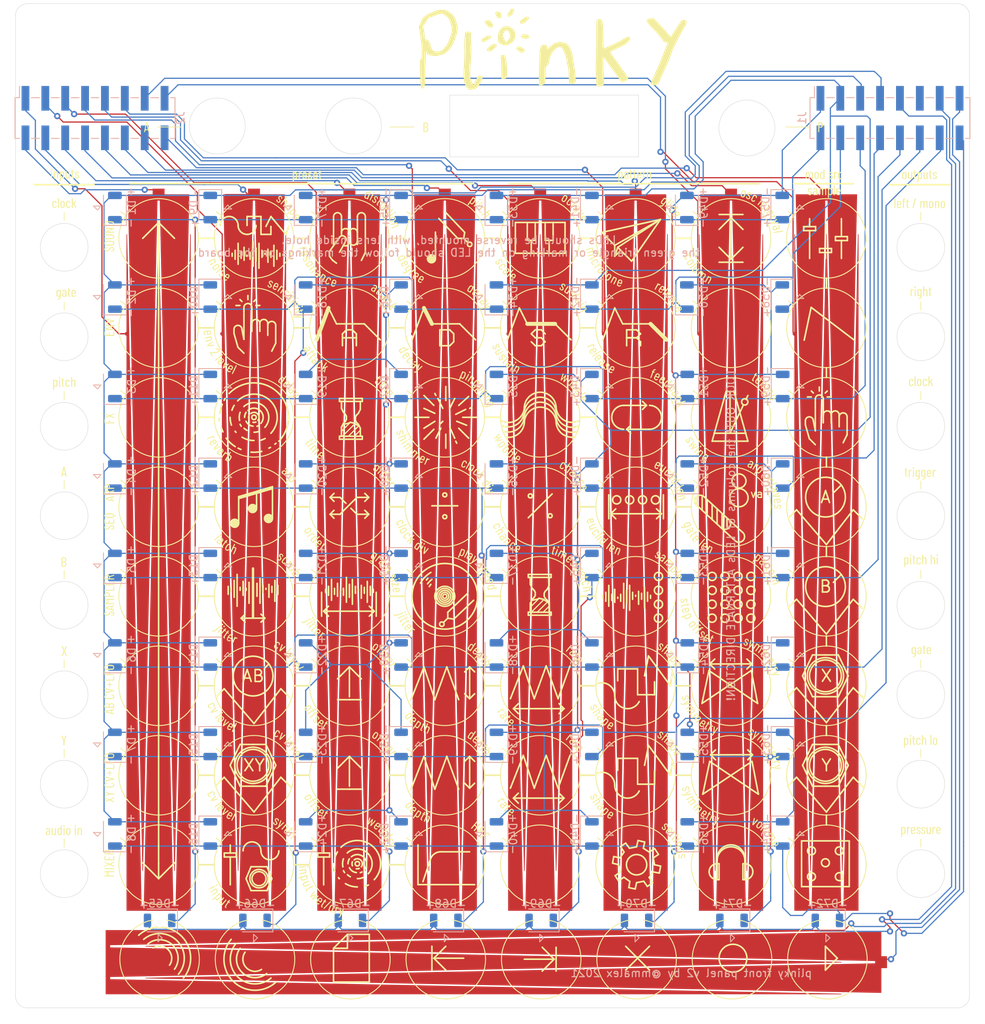
<source format=kicad_pcb>
(kicad_pcb (version 20171130) (host pcbnew "(5.1.6)-1")
  (layers (0 F.Cu signal) (31 B.Cu signal) (34 B.Paste user) (35 F.Paste user) (36 B.SilkS user) (37 F.SilkS user) (38 B.Mask user) (39 F.Mask user) (44 Edge.Cuts user))
  (net 0 "")
  (net 1 /Y1)
  (net 2 /X1)
  (net 3 /Y2)
  (net 4 /Y3)
  (net 5 /Y4)
  (net 6 /Y5)
  (net 7 /Y6)
  (net 8 /Y7)
  (net 9 /Y8)
  (net 10 /X2)
  (net 11 /X3)
  (net 12 /X4)
  (net 13 T16)
  (net 14 T15)
  (net 15 T14)
  (net 16 T13)
  (net 17 T12)
  (net 18 T11)
  (net 19 T10)
  (net 20 T9)
  (net 21 T8)
  (net 22 T7)
  (net 23 T6)
  (net 24 T5)
  (net 25 T4)
  (net 26 T3)
  (net 27 T2)
  (net 28 T1)
  (net 29 /X5)
  (net 30 "Net-(J1-Pad15)")
  (net 31 "Net-(J1-Pad13)")
  (module plinkyblackfront:text_v3 (layer F.Cu) (at 69.977 69.977)
    (fp_text reference G*** hide)
    (fp_text value LOGO hide)
  )
  (module plinkyblackfront:led_reverse (layer B.Cu) (at 33.655 132.969 180)
    (fp_text reference D65 (at 0 2.145) (layer B.SilkS) (effects (justify mirror)))
    (fp_text value BLUE)
    (fp_text user - (at -2 2) (layer B.SilkS) (effects (justify mirror)))
    (fp_text user + (at 2 2) (layer B.SilkS) (effects (justify mirror)))
    (pad 1 smd roundrect (at -1.55 0 180) (size 0.95 1.75) (layers B.Cu B.Paste B.Mask) (roundrect_rratio 0.2) (net 1 /Y1))
    (pad 2 smd roundrect (at 1.55 0 180) (size 0.95 1.75) (layers B.Cu B.Paste B.Mask) (roundrect_rratio 0.2) (net 29 /X5))
    (pad "" np_thru_hole oval (at 0 0 180) (size 1.7018 1.7018) (drill oval 1.7018) (layers *.Cu *.Mask))
  )
  (module plinkyblackfront:led_reverse (layer B.Cu) (at 118.999 132.969 180)
    (fp_text reference D72 (at 0 2.145) (layer B.SilkS) (effects (justify mirror)))
    (fp_text value BLUE)
    (fp_text user - (at -2 2) (layer B.SilkS) (effects (justify mirror)))
    (fp_text user + (at 2 2) (layer B.SilkS) (effects (justify mirror)))
    (pad 1 smd roundrect (at -1.55 0 180) (size 0.95 1.75) (layers B.Cu B.Paste B.Mask) (roundrect_rratio 0.2) (net 9 /Y8))
    (pad 2 smd roundrect (at 1.55 0 180) (size 0.95 1.75) (layers B.Cu B.Paste B.Mask) (roundrect_rratio 0.2) (net 29 /X5))
    (pad "" np_thru_hole oval (at 0 0 180) (size 1.7018 1.7018) (drill oval 1.7018) (layers *.Cu *.Mask))
  )
  (module plinkyblackfront:led_reverse (layer B.Cu) (at 106.807 132.969 180)
    (fp_text reference D71 (at 0 2.145) (layer B.SilkS) (effects (justify mirror)))
    (fp_text value BLUE)
    (fp_text user - (at -2 2) (layer B.SilkS) (effects (justify mirror)))
    (fp_text user + (at 2 2) (layer B.SilkS) (effects (justify mirror)))
    (pad 1 smd roundrect (at -1.55 0 180) (size 0.95 1.75) (layers B.Cu B.Paste B.Mask) (roundrect_rratio 0.2) (net 8 /Y7))
    (pad 2 smd roundrect (at 1.55 0 180) (size 0.95 1.75) (layers B.Cu B.Paste B.Mask) (roundrect_rratio 0.2) (net 29 /X5))
    (pad "" np_thru_hole oval (at 0 0 180) (size 1.7018 1.7018) (drill oval 1.7018) (layers *.Cu *.Mask))
  )
  (module plinkyblackfront:led_reverse (layer B.Cu) (at 94.615 132.969 180)
    (fp_text reference D70 (at 0 2.145) (layer B.SilkS) (effects (justify mirror)))
    (fp_text value BLUE)
    (fp_text user - (at -2 2) (layer B.SilkS) (effects (justify mirror)))
    (fp_text user + (at 2 2) (layer B.SilkS) (effects (justify mirror)))
    (pad 1 smd roundrect (at -1.55 0 180) (size 0.95 1.75) (layers B.Cu B.Paste B.Mask) (roundrect_rratio 0.2) (net 7 /Y6))
    (pad 2 smd roundrect (at 1.55 0 180) (size 0.95 1.75) (layers B.Cu B.Paste B.Mask) (roundrect_rratio 0.2) (net 29 /X5))
    (pad "" np_thru_hole oval (at 0 0 180) (size 1.7018 1.7018) (drill oval 1.7018) (layers *.Cu *.Mask))
  )
  (module plinkyblackfront:led_reverse (layer B.Cu) (at 82.423 132.969 180)
    (fp_text reference D69 (at 0 2.145) (layer B.SilkS) (effects (justify mirror)))
    (fp_text value BLUE)
    (fp_text user - (at -2 2) (layer B.SilkS) (effects (justify mirror)))
    (fp_text user + (at 2 2) (layer B.SilkS) (effects (justify mirror)))
    (pad 1 smd roundrect (at -1.55 0 180) (size 0.95 1.75) (layers B.Cu B.Paste B.Mask) (roundrect_rratio 0.2) (net 6 /Y5))
    (pad 2 smd roundrect (at 1.55 0 180) (size 0.95 1.75) (layers B.Cu B.Paste B.Mask) (roundrect_rratio 0.2) (net 29 /X5))
    (pad "" np_thru_hole oval (at 0 0 180) (size 1.7018 1.7018) (drill oval 1.7018) (layers *.Cu *.Mask))
  )
  (module plinkyblackfront:led_reverse (layer B.Cu) (at 70.231 132.969 180)
    (fp_text reference D68 (at 0 2.145) (layer B.SilkS) (effects (justify mirror)))
    (fp_text value BLUE)
    (fp_text user - (at -2 2) (layer B.SilkS) (effects (justify mirror)))
    (fp_text user + (at 2 2) (layer B.SilkS) (effects (justify mirror)))
    (pad 1 smd roundrect (at -1.55 0 180) (size 0.95 1.75) (layers B.Cu B.Paste B.Mask) (roundrect_rratio 0.2) (net 5 /Y4))
    (pad 2 smd roundrect (at 1.55 0 180) (size 0.95 1.75) (layers B.Cu B.Paste B.Mask) (roundrect_rratio 0.2) (net 29 /X5))
    (pad "" np_thru_hole oval (at 0 0 180) (size 1.7018 1.7018) (drill oval 1.7018) (layers *.Cu *.Mask))
  )
  (module plinkyblackfront:led_reverse (layer B.Cu) (at 58.039 132.969 180)
    (fp_text reference D67 (at 0 2.145) (layer B.SilkS) (effects (justify mirror)))
    (fp_text value BLUE)
    (fp_text user - (at -2 2) (layer B.SilkS) (effects (justify mirror)))
    (fp_text user + (at 2 2) (layer B.SilkS) (effects (justify mirror)))
    (pad 1 smd roundrect (at -1.55 0 180) (size 0.95 1.75) (layers B.Cu B.Paste B.Mask) (roundrect_rratio 0.2) (net 4 /Y3))
    (pad 2 smd roundrect (at 1.55 0 180) (size 0.95 1.75) (layers B.Cu B.Paste B.Mask) (roundrect_rratio 0.2) (net 29 /X5))
    (pad "" np_thru_hole oval (at 0 0 180) (size 1.7018 1.7018) (drill oval 1.7018) (layers *.Cu *.Mask))
  )
  (module plinkyblackfront:led_reverse (layer B.Cu) (at 45.847 132.969 180)
    (fp_text reference D66 (at 0 2.145) (layer B.SilkS) (effects (justify mirror)))
    (fp_text value BLUE)
    (fp_text user - (at -2 2) (layer B.SilkS) (effects (justify mirror)))
    (fp_text user + (at 2 2) (layer B.SilkS) (effects (justify mirror)))
    (pad 1 smd roundrect (at -1.55 0 180) (size 0.95 1.75) (layers B.Cu B.Paste B.Mask) (roundrect_rratio 0.2) (net 3 /Y2))
    (pad 2 smd roundrect (at 1.55 0 180) (size 0.95 1.75) (layers B.Cu B.Paste B.Mask) (roundrect_rratio 0.2) (net 29 /X5))
    (pad "" np_thru_hole oval (at 0 0 180) (size 1.7018 1.7018) (drill oval 1.7018) (layers *.Cu *.Mask))
  )
  (module plinkyblackfront:led_reverse (layer B.Cu) (at 113.284 121.92 270)
    (fp_text reference D64 (at 0 2.145 90) (layer B.SilkS) (effects (justify mirror)))
    (fp_text value LED)
    (fp_text user - (at -2 2 90) (layer B.SilkS) (effects (justify mirror)))
    (fp_text user + (at 2 2 90) (layer B.SilkS) (effects (justify mirror)))
    (pad 1 smd roundrect (at -1.55 0 270) (size 0.95 1.75) (layers B.Cu B.Paste B.Mask) (roundrect_rratio 0.2) (net 12 /X4))
    (pad 2 smd roundrect (at 1.55 0 270) (size 0.95 1.75) (layers B.Cu B.Paste B.Mask) (roundrect_rratio 0.2) (net 9 /Y8))
    (pad "" np_thru_hole oval (at 0 0 270) (size 1.7018 1.7018) (drill oval 1.7018) (layers *.Cu *.Mask))
  )
  (module plinkyblackfront:led_reverse (layer B.Cu) (at 113.284 110.49 270)
    (fp_text reference D63 (at 0 2.145 90) (layer B.SilkS) (effects (justify mirror)))
    (fp_text value LED)
    (fp_text user - (at -2 2 90) (layer B.SilkS) (effects (justify mirror)))
    (fp_text user + (at 2 2 90) (layer B.SilkS) (effects (justify mirror)))
    (pad 1 smd roundrect (at -1.55 0 270) (size 0.95 1.75) (layers B.Cu B.Paste B.Mask) (roundrect_rratio 0.2) (net 12 /X4))
    (pad 2 smd roundrect (at 1.55 0 270) (size 0.95 1.75) (layers B.Cu B.Paste B.Mask) (roundrect_rratio 0.2) (net 8 /Y7))
    (pad "" np_thru_hole oval (at 0 0 270) (size 1.7018 1.7018) (drill oval 1.7018) (layers *.Cu *.Mask))
  )
  (module plinkyblackfront:led_reverse (layer B.Cu) (at 113.284 99.06 270)
    (fp_text reference D62 (at 0 2.145 90) (layer B.SilkS) (effects (justify mirror)))
    (fp_text value LED)
    (fp_text user - (at -2 2 90) (layer B.SilkS) (effects (justify mirror)))
    (fp_text user + (at 2 2 90) (layer B.SilkS) (effects (justify mirror)))
    (pad 1 smd roundrect (at -1.55 0 270) (size 0.95 1.75) (layers B.Cu B.Paste B.Mask) (roundrect_rratio 0.2) (net 12 /X4))
    (pad 2 smd roundrect (at 1.55 0 270) (size 0.95 1.75) (layers B.Cu B.Paste B.Mask) (roundrect_rratio 0.2) (net 7 /Y6))
    (pad "" np_thru_hole oval (at 0 0 270) (size 1.7018 1.7018) (drill oval 1.7018) (layers *.Cu *.Mask))
  )
  (module plinkyblackfront:led_reverse (layer B.Cu) (at 113.284 87.63 270)
    (fp_text reference D61 (at 0 2.145 90) (layer B.SilkS) (effects (justify mirror)))
    (fp_text value LED)
    (fp_text user - (at -2 2 90) (layer B.SilkS) (effects (justify mirror)))
    (fp_text user + (at 2 2 90) (layer B.SilkS) (effects (justify mirror)))
    (pad 1 smd roundrect (at -1.55 0 270) (size 0.95 1.75) (layers B.Cu B.Paste B.Mask) (roundrect_rratio 0.2) (net 12 /X4))
    (pad 2 smd roundrect (at 1.55 0 270) (size 0.95 1.75) (layers B.Cu B.Paste B.Mask) (roundrect_rratio 0.2) (net 6 /Y5))
    (pad "" np_thru_hole oval (at 0 0 270) (size 1.7018 1.7018) (drill oval 1.7018) (layers *.Cu *.Mask))
  )
  (module plinkyblackfront:led_reverse (layer B.Cu) (at 113.284 76.2 270)
    (fp_text reference D60 (at 0 2.145 90) (layer B.SilkS) (effects (justify mirror)))
    (fp_text value LED)
    (fp_text user - (at -2 2 90) (layer B.SilkS) (effects (justify mirror)))
    (fp_text user + (at 2 2 90) (layer B.SilkS) (effects (justify mirror)))
    (pad 1 smd roundrect (at -1.55 0 270) (size 0.95 1.75) (layers B.Cu B.Paste B.Mask) (roundrect_rratio 0.2) (net 12 /X4))
    (pad 2 smd roundrect (at 1.55 0 270) (size 0.95 1.75) (layers B.Cu B.Paste B.Mask) (roundrect_rratio 0.2) (net 5 /Y4))
    (pad "" np_thru_hole oval (at 0 0 270) (size 1.7018 1.7018) (drill oval 1.7018) (layers *.Cu *.Mask))
  )
  (module plinkyblackfront:led_reverse (layer B.Cu) (at 113.284 64.77 270)
    (fp_text reference D59 (at 0 2.145 90) (layer B.SilkS) (effects (justify mirror)))
    (fp_text value LED)
    (fp_text user - (at -2 2 90) (layer B.SilkS) (effects (justify mirror)))
    (fp_text user + (at 2 2 90) (layer B.SilkS) (effects (justify mirror)))
    (pad 1 smd roundrect (at -1.55 0 270) (size 0.95 1.75) (layers B.Cu B.Paste B.Mask) (roundrect_rratio 0.2) (net 12 /X4))
    (pad 2 smd roundrect (at 1.55 0 270) (size 0.95 1.75) (layers B.Cu B.Paste B.Mask) (roundrect_rratio 0.2) (net 4 /Y3))
    (pad "" np_thru_hole oval (at 0 0 270) (size 1.7018 1.7018) (drill oval 1.7018) (layers *.Cu *.Mask))
  )
  (module plinkyblackfront:led_reverse (layer B.Cu) (at 113.233 53.34 270)
    (fp_text reference D58 (at 0 2.145 90) (layer B.SilkS) (effects (justify mirror)))
    (fp_text value LED)
    (fp_text user - (at -2 2 90) (layer B.SilkS) (effects (justify mirror)))
    (fp_text user + (at 2 2 90) (layer B.SilkS) (effects (justify mirror)))
    (pad 1 smd roundrect (at -1.55 0 270) (size 0.95 1.75) (layers B.Cu B.Paste B.Mask) (roundrect_rratio 0.2) (net 12 /X4))
    (pad 2 smd roundrect (at 1.55 0 270) (size 0.95 1.75) (layers B.Cu B.Paste B.Mask) (roundrect_rratio 0.2) (net 3 /Y2))
    (pad "" np_thru_hole oval (at 0 0 270) (size 1.7018 1.7018) (drill oval 1.7018) (layers *.Cu *.Mask))
  )
  (module plinkyblackfront:led_reverse (layer B.Cu) (at 113.233 41.91 270)
    (fp_text reference D57 (at 0 2.145 90) (layer B.SilkS) (effects (justify mirror)))
    (fp_text value LED)
    (fp_text user - (at -2 2 90) (layer B.SilkS) (effects (justify mirror)))
    (fp_text user + (at 2 2 90) (layer B.SilkS) (effects (justify mirror)))
    (pad 1 smd roundrect (at -1.55 0 270) (size 0.95 1.75) (layers B.Cu B.Paste B.Mask) (roundrect_rratio 0.2) (net 12 /X4))
    (pad 2 smd roundrect (at 1.55 0 270) (size 0.95 1.75) (layers B.Cu B.Paste B.Mask) (roundrect_rratio 0.2) (net 1 /Y1))
    (pad "" np_thru_hole oval (at 0 0 270) (size 1.7018 1.7018) (drill oval 1.7018) (layers *.Cu *.Mask))
  )
  (module plinkyblackfront:led_reverse (layer B.Cu) (at 101.092 121.92 90)
    (fp_text reference D56 (at 0 2.145 90) (layer B.SilkS) (effects (justify mirror)))
    (fp_text value LED)
    (fp_text user - (at -2 2 90) (layer B.SilkS) (effects (justify mirror)))
    (fp_text user + (at 2 2 90) (layer B.SilkS) (effects (justify mirror)))
    (pad 1 smd roundrect (at -1.55 0 90) (size 0.95 1.75) (layers B.Cu B.Paste B.Mask) (roundrect_rratio 0.2) (net 9 /Y8))
    (pad 2 smd roundrect (at 1.55 0 90) (size 0.95 1.75) (layers B.Cu B.Paste B.Mask) (roundrect_rratio 0.2) (net 12 /X4))
    (pad "" np_thru_hole oval (at 0 0 90) (size 1.7018 1.7018) (drill oval 1.7018) (layers *.Cu *.Mask))
  )
  (module plinkyblackfront:led_reverse (layer B.Cu) (at 101.092 110.49 90)
    (fp_text reference D55 (at 0 2.145 90) (layer B.SilkS) (effects (justify mirror)))
    (fp_text value LED)
    (fp_text user - (at -2 2 90) (layer B.SilkS) (effects (justify mirror)))
    (fp_text user + (at 2 2 90) (layer B.SilkS) (effects (justify mirror)))
    (pad 1 smd roundrect (at -1.55 0 90) (size 0.95 1.75) (layers B.Cu B.Paste B.Mask) (roundrect_rratio 0.2) (net 8 /Y7))
    (pad 2 smd roundrect (at 1.55 0 90) (size 0.95 1.75) (layers B.Cu B.Paste B.Mask) (roundrect_rratio 0.2) (net 12 /X4))
    (pad "" np_thru_hole oval (at 0 0 90) (size 1.7018 1.7018) (drill oval 1.7018) (layers *.Cu *.Mask))
  )
  (module plinkyblackfront:led_reverse (layer B.Cu) (at 101.092 99.06 90)
    (fp_text reference D54 (at 0 2.145 90) (layer B.SilkS) (effects (justify mirror)))
    (fp_text value LED)
    (fp_text user - (at -2 2 90) (layer B.SilkS) (effects (justify mirror)))
    (fp_text user + (at 2 2 90) (layer B.SilkS) (effects (justify mirror)))
    (pad 1 smd roundrect (at -1.55 0 90) (size 0.95 1.75) (layers B.Cu B.Paste B.Mask) (roundrect_rratio 0.2) (net 7 /Y6))
    (pad 2 smd roundrect (at 1.55 0 90) (size 0.95 1.75) (layers B.Cu B.Paste B.Mask) (roundrect_rratio 0.2) (net 12 /X4))
    (pad "" np_thru_hole oval (at 0 0 90) (size 1.7018 1.7018) (drill oval 1.7018) (layers *.Cu *.Mask))
  )
  (module plinkyblackfront:led_reverse (layer B.Cu) (at 101.092 87.63 90)
    (fp_text reference D53 (at 0 2.145 90) (layer B.SilkS) (effects (justify mirror)))
    (fp_text value LED)
    (fp_text user - (at -2 2 90) (layer B.SilkS) (effects (justify mirror)))
    (fp_text user + (at 2 2 90) (layer B.SilkS) (effects (justify mirror)))
    (pad 1 smd roundrect (at -1.55 0 90) (size 0.95 1.75) (layers B.Cu B.Paste B.Mask) (roundrect_rratio 0.2) (net 6 /Y5))
    (pad 2 smd roundrect (at 1.55 0 90) (size 0.95 1.75) (layers B.Cu B.Paste B.Mask) (roundrect_rratio 0.2) (net 12 /X4))
    (pad "" np_thru_hole oval (at 0 0 90) (size 1.7018 1.7018) (drill oval 1.7018) (layers *.Cu *.Mask))
  )
  (module plinkyblackfront:led_reverse (layer B.Cu) (at 101.092 76.2 90)
    (fp_text reference D52 (at 0 2.145 90) (layer B.SilkS) (effects (justify mirror)))
    (fp_text value LED)
    (fp_text user - (at -2 2 90) (layer B.SilkS) (effects (justify mirror)))
    (fp_text user + (at 2 2 90) (layer B.SilkS) (effects (justify mirror)))
    (pad 1 smd roundrect (at -1.55 0 90) (size 0.95 1.75) (layers B.Cu B.Paste B.Mask) (roundrect_rratio 0.2) (net 5 /Y4))
    (pad 2 smd roundrect (at 1.55 0 90) (size 0.95 1.75) (layers B.Cu B.Paste B.Mask) (roundrect_rratio 0.2) (net 12 /X4))
    (pad "" np_thru_hole oval (at 0 0 90) (size 1.7018 1.7018) (drill oval 1.7018) (layers *.Cu *.Mask))
  )
  (module plinkyblackfront:led_reverse (layer B.Cu) (at 101.092 64.77 90)
    (fp_text reference D51 (at 0 2.145 90) (layer B.SilkS) (effects (justify mirror)))
    (fp_text value LED)
    (fp_text user - (at -2 2 90) (layer B.SilkS) (effects (justify mirror)))
    (fp_text user + (at 2 2 90) (layer B.SilkS) (effects (justify mirror)))
    (pad 1 smd roundrect (at -1.55 0 90) (size 0.95 1.75) (layers B.Cu B.Paste B.Mask) (roundrect_rratio 0.2) (net 4 /Y3))
    (pad 2 smd roundrect (at 1.55 0 90) (size 0.95 1.75) (layers B.Cu B.Paste B.Mask) (roundrect_rratio 0.2) (net 12 /X4))
    (pad "" np_thru_hole oval (at 0 0 90) (size 1.7018 1.7018) (drill oval 1.7018) (layers *.Cu *.Mask))
  )
  (module plinkyblackfront:led_reverse (layer B.Cu) (at 101.041 53.34 90)
    (fp_text reference D50 (at 0 2.145 90) (layer B.SilkS) (effects (justify mirror)))
    (fp_text value LED)
    (fp_text user - (at -2 2 90) (layer B.SilkS) (effects (justify mirror)))
    (fp_text user + (at 2 2 90) (layer B.SilkS) (effects (justify mirror)))
    (pad 1 smd roundrect (at -1.55 0 90) (size 0.95 1.75) (layers B.Cu B.Paste B.Mask) (roundrect_rratio 0.2) (net 3 /Y2))
    (pad 2 smd roundrect (at 1.55 0 90) (size 0.95 1.75) (layers B.Cu B.Paste B.Mask) (roundrect_rratio 0.2) (net 12 /X4))
    (pad "" np_thru_hole oval (at 0 0 90) (size 1.7018 1.7018) (drill oval 1.7018) (layers *.Cu *.Mask))
  )
  (module plinkyblackfront:led_reverse (layer B.Cu) (at 101.041 41.91 90)
    (fp_text reference D49 (at 0 2.145 90) (layer B.SilkS) (effects (justify mirror)))
    (fp_text value LED)
    (fp_text user - (at -2 2 90) (layer B.SilkS) (effects (justify mirror)))
    (fp_text user + (at 2 2 90) (layer B.SilkS) (effects (justify mirror)))
    (pad 1 smd roundrect (at -1.55 0 90) (size 0.95 1.75) (layers B.Cu B.Paste B.Mask) (roundrect_rratio 0.2) (net 1 /Y1))
    (pad 2 smd roundrect (at 1.55 0 90) (size 0.95 1.75) (layers B.Cu B.Paste B.Mask) (roundrect_rratio 0.2) (net 12 /X4))
    (pad "" np_thru_hole oval (at 0 0 90) (size 1.7018 1.7018) (drill oval 1.7018) (layers *.Cu *.Mask))
  )
  (module plinkyblackfront:led_reverse (layer B.Cu) (at 88.9 121.92 270)
    (fp_text reference D48 (at 0 2.145 90) (layer B.SilkS) (effects (justify mirror)))
    (fp_text value LED)
    (fp_text user - (at -2 2 90) (layer B.SilkS) (effects (justify mirror)))
    (fp_text user + (at 2 2 90) (layer B.SilkS) (effects (justify mirror)))
    (pad 1 smd roundrect (at -1.55 0 270) (size 0.95 1.75) (layers B.Cu B.Paste B.Mask) (roundrect_rratio 0.2) (net 11 /X3))
    (pad 2 smd roundrect (at 1.55 0 270) (size 0.95 1.75) (layers B.Cu B.Paste B.Mask) (roundrect_rratio 0.2) (net 9 /Y8))
    (pad "" np_thru_hole oval (at 0 0 270) (size 1.7018 1.7018) (drill oval 1.7018) (layers *.Cu *.Mask))
  )
  (module plinkyblackfront:led_reverse (layer B.Cu) (at 88.9 110.49 270)
    (fp_text reference D47 (at 0 2.145 90) (layer B.SilkS) (effects (justify mirror)))
    (fp_text value LED)
    (fp_text user - (at -2 2 90) (layer B.SilkS) (effects (justify mirror)))
    (fp_text user + (at 2 2 90) (layer B.SilkS) (effects (justify mirror)))
    (pad 1 smd roundrect (at -1.55 0 270) (size 0.95 1.75) (layers B.Cu B.Paste B.Mask) (roundrect_rratio 0.2) (net 11 /X3))
    (pad 2 smd roundrect (at 1.55 0 270) (size 0.95 1.75) (layers B.Cu B.Paste B.Mask) (roundrect_rratio 0.2) (net 8 /Y7))
    (pad "" np_thru_hole oval (at 0 0 270) (size 1.7018 1.7018) (drill oval 1.7018) (layers *.Cu *.Mask))
  )
  (module plinkyblackfront:led_reverse (layer B.Cu) (at 88.9 99.06 270)
    (fp_text reference D46 (at 0 2.145 90) (layer B.SilkS) (effects (justify mirror)))
    (fp_text value LED)
    (fp_text user - (at -2 2 90) (layer B.SilkS) (effects (justify mirror)))
    (fp_text user + (at 2 2 90) (layer B.SilkS) (effects (justify mirror)))
    (pad 1 smd roundrect (at -1.55 0 270) (size 0.95 1.75) (layers B.Cu B.Paste B.Mask) (roundrect_rratio 0.2) (net 11 /X3))
    (pad 2 smd roundrect (at 1.55 0 270) (size 0.95 1.75) (layers B.Cu B.Paste B.Mask) (roundrect_rratio 0.2) (net 7 /Y6))
    (pad "" np_thru_hole oval (at 0 0 270) (size 1.7018 1.7018) (drill oval 1.7018) (layers *.Cu *.Mask))
  )
  (module plinkyblackfront:led_reverse (layer B.Cu) (at 88.9 87.63 270)
    (fp_text reference D45 (at 0 2.145 90) (layer B.SilkS) (effects (justify mirror)))
    (fp_text value LED)
    (fp_text user - (at -2 2 90) (layer B.SilkS) (effects (justify mirror)))
    (fp_text user + (at 2 2 90) (layer B.SilkS) (effects (justify mirror)))
    (pad 1 smd roundrect (at -1.55 0 270) (size 0.95 1.75) (layers B.Cu B.Paste B.Mask) (roundrect_rratio 0.2) (net 11 /X3))
    (pad 2 smd roundrect (at 1.55 0 270) (size 0.95 1.75) (layers B.Cu B.Paste B.Mask) (roundrect_rratio 0.2) (net 6 /Y5))
    (pad "" np_thru_hole oval (at 0 0 270) (size 1.7018 1.7018) (drill oval 1.7018) (layers *.Cu *.Mask))
  )
  (module plinkyblackfront:led_reverse (layer B.Cu) (at 88.9 76.2 270)
    (fp_text reference D44 (at 0 2.145 90) (layer B.SilkS) (effects (justify mirror)))
    (fp_text value LED)
    (fp_text user - (at -2 2 90) (layer B.SilkS) (effects (justify mirror)))
    (fp_text user + (at 2 2 90) (layer B.SilkS) (effects (justify mirror)))
    (pad 1 smd roundrect (at -1.55 0 270) (size 0.95 1.75) (layers B.Cu B.Paste B.Mask) (roundrect_rratio 0.2) (net 11 /X3))
    (pad 2 smd roundrect (at 1.55 0 270) (size 0.95 1.75) (layers B.Cu B.Paste B.Mask) (roundrect_rratio 0.2) (net 5 /Y4))
    (pad "" np_thru_hole oval (at 0 0 270) (size 1.7018 1.7018) (drill oval 1.7018) (layers *.Cu *.Mask))
  )
  (module plinkyblackfront:led_reverse (layer B.Cu) (at 88.9 64.77 270)
    (fp_text reference D43 (at 0 2.145 90) (layer B.SilkS) (effects (justify mirror)))
    (fp_text value LED)
    (fp_text user - (at -2 2 90) (layer B.SilkS) (effects (justify mirror)))
    (fp_text user + (at 2 2 90) (layer B.SilkS) (effects (justify mirror)))
    (pad 1 smd roundrect (at -1.55 0 270) (size 0.95 1.75) (layers B.Cu B.Paste B.Mask) (roundrect_rratio 0.2) (net 11 /X3))
    (pad 2 smd roundrect (at 1.55 0 270) (size 0.95 1.75) (layers B.Cu B.Paste B.Mask) (roundrect_rratio 0.2) (net 4 /Y3))
    (pad "" np_thru_hole oval (at 0 0 270) (size 1.7018 1.7018) (drill oval 1.7018) (layers *.Cu *.Mask))
  )
  (module plinkyblackfront:led_reverse (layer B.Cu) (at 88.9 53.34 270)
    (fp_text reference D42 (at 0 2.145 90) (layer B.SilkS) (effects (justify mirror)))
    (fp_text value LED)
    (fp_text user - (at -2 2 90) (layer B.SilkS) (effects (justify mirror)))
    (fp_text user + (at 2 2 90) (layer B.SilkS) (effects (justify mirror)))
    (pad 1 smd roundrect (at -1.55 0 270) (size 0.95 1.75) (layers B.Cu B.Paste B.Mask) (roundrect_rratio 0.2) (net 11 /X3))
    (pad 2 smd roundrect (at 1.55 0 270) (size 0.95 1.75) (layers B.Cu B.Paste B.Mask) (roundrect_rratio 0.2) (net 3 /Y2))
    (pad "" np_thru_hole oval (at 0 0 270) (size 1.7018 1.7018) (drill oval 1.7018) (layers *.Cu *.Mask))
  )
  (module plinkyblackfront:led_reverse (layer B.Cu) (at 88.9 41.91 270)
    (fp_text reference D41 (at 0 2.145 90) (layer B.SilkS) (effects (justify mirror)))
    (fp_text value LED)
    (fp_text user - (at -2 2 90) (layer B.SilkS) (effects (justify mirror)))
    (fp_text user + (at 2 2 90) (layer B.SilkS) (effects (justify mirror)))
    (pad 1 smd roundrect (at -1.55 0 270) (size 0.95 1.75) (layers B.Cu B.Paste B.Mask) (roundrect_rratio 0.2) (net 11 /X3))
    (pad 2 smd roundrect (at 1.55 0 270) (size 0.95 1.75) (layers B.Cu B.Paste B.Mask) (roundrect_rratio 0.2) (net 1 /Y1))
    (pad "" np_thru_hole oval (at 0 0 270) (size 1.7018 1.7018) (drill oval 1.7018) (layers *.Cu *.Mask))
  )
  (module plinkyblackfront:led_reverse (layer B.Cu) (at 76.708 121.92 90)
    (fp_text reference D40 (at 0 2.145 90) (layer B.SilkS) (effects (justify mirror)))
    (fp_text value LED)
    (fp_text user - (at -2 2 90) (layer B.SilkS) (effects (justify mirror)))
    (fp_text user + (at 2 2 90) (layer B.SilkS) (effects (justify mirror)))
    (pad 1 smd roundrect (at -1.55 0 90) (size 0.95 1.75) (layers B.Cu B.Paste B.Mask) (roundrect_rratio 0.2) (net 9 /Y8))
    (pad 2 smd roundrect (at 1.55 0 90) (size 0.95 1.75) (layers B.Cu B.Paste B.Mask) (roundrect_rratio 0.2) (net 11 /X3))
    (pad "" np_thru_hole oval (at 0 0 90) (size 1.7018 1.7018) (drill oval 1.7018) (layers *.Cu *.Mask))
  )
  (module plinkyblackfront:led_reverse (layer B.Cu) (at 76.708 110.49 90)
    (fp_text reference D39 (at 0 2.145 90) (layer B.SilkS) (effects (justify mirror)))
    (fp_text value LED)
    (fp_text user - (at -2 2 90) (layer B.SilkS) (effects (justify mirror)))
    (fp_text user + (at 2 2 90) (layer B.SilkS) (effects (justify mirror)))
    (pad 1 smd roundrect (at -1.55 0 90) (size 0.95 1.75) (layers B.Cu B.Paste B.Mask) (roundrect_rratio 0.2) (net 8 /Y7))
    (pad 2 smd roundrect (at 1.55 0 90) (size 0.95 1.75) (layers B.Cu B.Paste B.Mask) (roundrect_rratio 0.2) (net 11 /X3))
    (pad "" np_thru_hole oval (at 0 0 90) (size 1.7018 1.7018) (drill oval 1.7018) (layers *.Cu *.Mask))
  )
  (module plinkyblackfront:led_reverse (layer B.Cu) (at 76.708 99.06 90)
    (fp_text reference D38 (at 0 2.145 90) (layer B.SilkS) (effects (justify mirror)))
    (fp_text value LED)
    (fp_text user - (at -2 2 90) (layer B.SilkS) (effects (justify mirror)))
    (fp_text user + (at 2 2 90) (layer B.SilkS) (effects (justify mirror)))
    (pad 1 smd roundrect (at -1.55 0 90) (size 0.95 1.75) (layers B.Cu B.Paste B.Mask) (roundrect_rratio 0.2) (net 7 /Y6))
    (pad 2 smd roundrect (at 1.55 0 90) (size 0.95 1.75) (layers B.Cu B.Paste B.Mask) (roundrect_rratio 0.2) (net 11 /X3))
    (pad "" np_thru_hole oval (at 0 0 90) (size 1.7018 1.7018) (drill oval 1.7018) (layers *.Cu *.Mask))
  )
  (module plinkyblackfront:led_reverse (layer B.Cu) (at 76.708 87.63 90)
    (fp_text reference D37 (at 0 2.145 90) (layer B.SilkS) (effects (justify mirror)))
    (fp_text value LED)
    (fp_text user - (at -2 2 90) (layer B.SilkS) (effects (justify mirror)))
    (fp_text user + (at 2 2 90) (layer B.SilkS) (effects (justify mirror)))
    (pad 1 smd roundrect (at -1.55 0 90) (size 0.95 1.75) (layers B.Cu B.Paste B.Mask) (roundrect_rratio 0.2) (net 6 /Y5))
    (pad 2 smd roundrect (at 1.55 0 90) (size 0.95 1.75) (layers B.Cu B.Paste B.Mask) (roundrect_rratio 0.2) (net 11 /X3))
    (pad "" np_thru_hole oval (at 0 0 90) (size 1.7018 1.7018) (drill oval 1.7018) (layers *.Cu *.Mask))
  )
  (module plinkyblackfront:led_reverse (layer B.Cu) (at 76.708 76.2 90)
    (fp_text reference D36 (at 0 2.145 90) (layer B.SilkS) (effects (justify mirror)))
    (fp_text value LED)
    (fp_text user - (at -2 2 90) (layer B.SilkS) (effects (justify mirror)))
    (fp_text user + (at 2 2 90) (layer B.SilkS) (effects (justify mirror)))
    (pad 1 smd roundrect (at -1.55 0 90) (size 0.95 1.75) (layers B.Cu B.Paste B.Mask) (roundrect_rratio 0.2) (net 5 /Y4))
    (pad 2 smd roundrect (at 1.55 0 90) (size 0.95 1.75) (layers B.Cu B.Paste B.Mask) (roundrect_rratio 0.2) (net 11 /X3))
    (pad "" np_thru_hole oval (at 0 0 90) (size 1.7018 1.7018) (drill oval 1.7018) (layers *.Cu *.Mask))
  )
  (module plinkyblackfront:led_reverse (layer B.Cu) (at 76.708 64.77 90)
    (fp_text reference D35 (at 0 2.145 90) (layer B.SilkS) (effects (justify mirror)))
    (fp_text value LED)
    (fp_text user - (at -2 2 90) (layer B.SilkS) (effects (justify mirror)))
    (fp_text user + (at 2 2 90) (layer B.SilkS) (effects (justify mirror)))
    (pad 1 smd roundrect (at -1.55 0 90) (size 0.95 1.75) (layers B.Cu B.Paste B.Mask) (roundrect_rratio 0.2) (net 4 /Y3))
    (pad 2 smd roundrect (at 1.55 0 90) (size 0.95 1.75) (layers B.Cu B.Paste B.Mask) (roundrect_rratio 0.2) (net 11 /X3))
    (pad "" np_thru_hole oval (at 0 0 90) (size 1.7018 1.7018) (drill oval 1.7018) (layers *.Cu *.Mask))
  )
  (module plinkyblackfront:led_reverse (layer B.Cu) (at 76.708 53.34 90)
    (fp_text reference D34 (at 0 2.145 90) (layer B.SilkS) (effects (justify mirror)))
    (fp_text value LED)
    (fp_text user - (at -2 2 90) (layer B.SilkS) (effects (justify mirror)))
    (fp_text user + (at 2 2 90) (layer B.SilkS) (effects (justify mirror)))
    (pad 1 smd roundrect (at -1.55 0 90) (size 0.95 1.75) (layers B.Cu B.Paste B.Mask) (roundrect_rratio 0.2) (net 3 /Y2))
    (pad 2 smd roundrect (at 1.55 0 90) (size 0.95 1.75) (layers B.Cu B.Paste B.Mask) (roundrect_rratio 0.2) (net 11 /X3))
    (pad "" np_thru_hole oval (at 0 0 90) (size 1.7018 1.7018) (drill oval 1.7018) (layers *.Cu *.Mask))
  )
  (module plinkyblackfront:led_reverse (layer B.Cu) (at 76.708 41.91 90)
    (fp_text reference D33 (at 0 2.145 90) (layer B.SilkS) (effects (justify mirror)))
    (fp_text value LED)
    (fp_text user - (at -2 2 90) (layer B.SilkS) (effects (justify mirror)))
    (fp_text user + (at 2 2 90) (layer B.SilkS) (effects (justify mirror)))
    (pad 1 smd roundrect (at -1.55 0 90) (size 0.95 1.75) (layers B.Cu B.Paste B.Mask) (roundrect_rratio 0.2) (net 1 /Y1))
    (pad 2 smd roundrect (at 1.55 0 90) (size 0.95 1.75) (layers B.Cu B.Paste B.Mask) (roundrect_rratio 0.2) (net 11 /X3))
    (pad "" np_thru_hole oval (at 0 0 90) (size 1.7018 1.7018) (drill oval 1.7018) (layers *.Cu *.Mask))
  )
  (module plinkyblackfront:led_reverse (layer B.Cu) (at 64.516 121.92 270)
    (fp_text reference D32 (at 0 2.145 90) (layer B.SilkS) (effects (justify mirror)))
    (fp_text value LED)
    (fp_text user - (at -2 2 90) (layer B.SilkS) (effects (justify mirror)))
    (fp_text user + (at 2 2 90) (layer B.SilkS) (effects (justify mirror)))
    (pad 1 smd roundrect (at -1.55 0 270) (size 0.95 1.75) (layers B.Cu B.Paste B.Mask) (roundrect_rratio 0.2) (net 10 /X2))
    (pad 2 smd roundrect (at 1.55 0 270) (size 0.95 1.75) (layers B.Cu B.Paste B.Mask) (roundrect_rratio 0.2) (net 9 /Y8))
    (pad "" np_thru_hole oval (at 0 0 270) (size 1.7018 1.7018) (drill oval 1.7018) (layers *.Cu *.Mask))
  )
  (module plinkyblackfront:led_reverse (layer B.Cu) (at 64.516 110.49 270)
    (fp_text reference D31 (at 0 2.145 90) (layer B.SilkS) (effects (justify mirror)))
    (fp_text value LED)
    (fp_text user - (at -2 2 90) (layer B.SilkS) (effects (justify mirror)))
    (fp_text user + (at 2 2 90) (layer B.SilkS) (effects (justify mirror)))
    (pad 1 smd roundrect (at -1.55 0 270) (size 0.95 1.75) (layers B.Cu B.Paste B.Mask) (roundrect_rratio 0.2) (net 10 /X2))
    (pad 2 smd roundrect (at 1.55 0 270) (size 0.95 1.75) (layers B.Cu B.Paste B.Mask) (roundrect_rratio 0.2) (net 8 /Y7))
    (pad "" np_thru_hole oval (at 0 0 270) (size 1.7018 1.7018) (drill oval 1.7018) (layers *.Cu *.Mask))
  )
  (module plinkyblackfront:led_reverse (layer B.Cu) (at 64.516 99.06 270)
    (fp_text reference D30 (at 0 2.145 90) (layer B.SilkS) (effects (justify mirror)))
    (fp_text value LED)
    (fp_text user - (at -2 2 90) (layer B.SilkS) (effects (justify mirror)))
    (fp_text user + (at 2 2 90) (layer B.SilkS) (effects (justify mirror)))
    (pad 1 smd roundrect (at -1.55 0 270) (size 0.95 1.75) (layers B.Cu B.Paste B.Mask) (roundrect_rratio 0.2) (net 10 /X2))
    (pad 2 smd roundrect (at 1.55 0 270) (size 0.95 1.75) (layers B.Cu B.Paste B.Mask) (roundrect_rratio 0.2) (net 7 /Y6))
    (pad "" np_thru_hole oval (at 0 0 270) (size 1.7018 1.7018) (drill oval 1.7018) (layers *.Cu *.Mask))
  )
  (module plinkyblackfront:led_reverse (layer B.Cu) (at 64.516 87.63 270)
    (fp_text reference D29 (at 0 2.145 90) (layer B.SilkS) (effects (justify mirror)))
    (fp_text value LED)
    (fp_text user - (at -2 2 90) (layer B.SilkS) (effects (justify mirror)))
    (fp_text user + (at 2 2 90) (layer B.SilkS) (effects (justify mirror)))
    (pad 1 smd roundrect (at -1.55 0 270) (size 0.95 1.75) (layers B.Cu B.Paste B.Mask) (roundrect_rratio 0.2) (net 10 /X2))
    (pad 2 smd roundrect (at 1.55 0 270) (size 0.95 1.75) (layers B.Cu B.Paste B.Mask) (roundrect_rratio 0.2) (net 6 /Y5))
    (pad "" np_thru_hole oval (at 0 0 270) (size 1.7018 1.7018) (drill oval 1.7018) (layers *.Cu *.Mask))
  )
  (module plinkyblackfront:led_reverse (layer B.Cu) (at 64.516 76.2 270)
    (fp_text reference D28 (at 0 2.145 90) (layer B.SilkS) (effects (justify mirror)))
    (fp_text value LED)
    (fp_text user - (at -2 2 90) (layer B.SilkS) (effects (justify mirror)))
    (fp_text user + (at 2 2 90) (layer B.SilkS) (effects (justify mirror)))
    (pad 1 smd roundrect (at -1.55 0 270) (size 0.95 1.75) (layers B.Cu B.Paste B.Mask) (roundrect_rratio 0.2) (net 10 /X2))
    (pad 2 smd roundrect (at 1.55 0 270) (size 0.95 1.75) (layers B.Cu B.Paste B.Mask) (roundrect_rratio 0.2) (net 5 /Y4))
    (pad "" np_thru_hole oval (at 0 0 270) (size 1.7018 1.7018) (drill oval 1.7018) (layers *.Cu *.Mask))
  )
  (module plinkyblackfront:led_reverse (layer B.Cu) (at 64.516 64.77 270)
    (fp_text reference D27 (at 0 2.145 90) (layer B.SilkS) (effects (justify mirror)))
    (fp_text value LED)
    (fp_text user - (at -2 2 90) (layer B.SilkS) (effects (justify mirror)))
    (fp_text user + (at 2 2 90) (layer B.SilkS) (effects (justify mirror)))
    (pad 1 smd roundrect (at -1.55 0 270) (size 0.95 1.75) (layers B.Cu B.Paste B.Mask) (roundrect_rratio 0.2) (net 10 /X2))
    (pad 2 smd roundrect (at 1.55 0 270) (size 0.95 1.75) (layers B.Cu B.Paste B.Mask) (roundrect_rratio 0.2) (net 4 /Y3))
    (pad "" np_thru_hole oval (at 0 0 270) (size 1.7018 1.7018) (drill oval 1.7018) (layers *.Cu *.Mask))
  )
  (module plinkyblackfront:led_reverse (layer B.Cu) (at 64.516 53.34 270)
    (fp_text reference D26 (at 0 2.145 90) (layer B.SilkS) (effects (justify mirror)))
    (fp_text value LED)
    (fp_text user - (at -2 2 90) (layer B.SilkS) (effects (justify mirror)))
    (fp_text user + (at 2 2 90) (layer B.SilkS) (effects (justify mirror)))
    (pad 1 smd roundrect (at -1.55 0 270) (size 0.95 1.75) (layers B.Cu B.Paste B.Mask) (roundrect_rratio 0.2) (net 10 /X2))
    (pad 2 smd roundrect (at 1.55 0 270) (size 0.95 1.75) (layers B.Cu B.Paste B.Mask) (roundrect_rratio 0.2) (net 3 /Y2))
    (pad "" np_thru_hole oval (at 0 0 270) (size 1.7018 1.7018) (drill oval 1.7018) (layers *.Cu *.Mask))
  )
  (module plinkyblackfront:led_reverse (layer B.Cu) (at 64.516 41.91 270)
    (fp_text reference D25 (at 0 2.145 90) (layer B.SilkS) (effects (justify mirror)))
    (fp_text value LED)
    (fp_text user - (at -2 2 90) (layer B.SilkS) (effects (justify mirror)))
    (fp_text user + (at 2 2 90) (layer B.SilkS) (effects (justify mirror)))
    (pad 1 smd roundrect (at -1.55 0 270) (size 0.95 1.75) (layers B.Cu B.Paste B.Mask) (roundrect_rratio 0.2) (net 10 /X2))
    (pad 2 smd roundrect (at 1.55 0 270) (size 0.95 1.75) (layers B.Cu B.Paste B.Mask) (roundrect_rratio 0.2) (net 1 /Y1))
    (pad "" np_thru_hole oval (at 0 0 270) (size 1.7018 1.7018) (drill oval 1.7018) (layers *.Cu *.Mask))
  )
  (module plinkyblackfront:led_reverse (layer B.Cu) (at 52.324 121.92 90)
    (fp_text reference D24 (at 0 2.145 90) (layer B.SilkS) (effects (justify mirror)))
    (fp_text value LED)
    (fp_text user - (at -2 2 90) (layer B.SilkS) (effects (justify mirror)))
    (fp_text user + (at 2 2 90) (layer B.SilkS) (effects (justify mirror)))
    (pad 1 smd roundrect (at -1.55 0 90) (size 0.95 1.75) (layers B.Cu B.Paste B.Mask) (roundrect_rratio 0.2) (net 9 /Y8))
    (pad 2 smd roundrect (at 1.55 0 90) (size 0.95 1.75) (layers B.Cu B.Paste B.Mask) (roundrect_rratio 0.2) (net 10 /X2))
    (pad "" np_thru_hole oval (at 0 0 90) (size 1.7018 1.7018) (drill oval 1.7018) (layers *.Cu *.Mask))
  )
  (module plinkyblackfront:led_reverse (layer B.Cu) (at 52.324 110.49 90)
    (fp_text reference D23 (at 0 2.145 90) (layer B.SilkS) (effects (justify mirror)))
    (fp_text value LED)
    (fp_text user - (at -2 2 90) (layer B.SilkS) (effects (justify mirror)))
    (fp_text user + (at 2 2 90) (layer B.SilkS) (effects (justify mirror)))
    (pad 1 smd roundrect (at -1.55 0 90) (size 0.95 1.75) (layers B.Cu B.Paste B.Mask) (roundrect_rratio 0.2) (net 8 /Y7))
    (pad 2 smd roundrect (at 1.55 0 90) (size 0.95 1.75) (layers B.Cu B.Paste B.Mask) (roundrect_rratio 0.2) (net 10 /X2))
    (pad "" np_thru_hole oval (at 0 0 90) (size 1.7018 1.7018) (drill oval 1.7018) (layers *.Cu *.Mask))
  )
  (module plinkyblackfront:led_reverse (layer B.Cu) (at 52.324 99.06 90)
    (fp_text reference D22 (at 0 2.145 90) (layer B.SilkS) (effects (justify mirror)))
    (fp_text value LED)
    (fp_text user - (at -2 2 90) (layer B.SilkS) (effects (justify mirror)))
    (fp_text user + (at 2 2 90) (layer B.SilkS) (effects (justify mirror)))
    (pad 1 smd roundrect (at -1.55 0 90) (size 0.95 1.75) (layers B.Cu B.Paste B.Mask) (roundrect_rratio 0.2) (net 7 /Y6))
    (pad 2 smd roundrect (at 1.55 0 90) (size 0.95 1.75) (layers B.Cu B.Paste B.Mask) (roundrect_rratio 0.2) (net 10 /X2))
    (pad "" np_thru_hole oval (at 0 0 90) (size 1.7018 1.7018) (drill oval 1.7018) (layers *.Cu *.Mask))
  )
  (module plinkyblackfront:led_reverse (layer B.Cu) (at 52.324 87.63 90)
    (fp_text reference D21 (at 0 2.145 90) (layer B.SilkS) (effects (justify mirror)))
    (fp_text value LED)
    (fp_text user - (at -2 2 90) (layer B.SilkS) (effects (justify mirror)))
    (fp_text user + (at 2 2 90) (layer B.SilkS) (effects (justify mirror)))
    (pad 1 smd roundrect (at -1.55 0 90) (size 0.95 1.75) (layers B.Cu B.Paste B.Mask) (roundrect_rratio 0.2) (net 6 /Y5))
    (pad 2 smd roundrect (at 1.55 0 90) (size 0.95 1.75) (layers B.Cu B.Paste B.Mask) (roundrect_rratio 0.2) (net 10 /X2))
    (pad "" np_thru_hole oval (at 0 0 90) (size 1.7018 1.7018) (drill oval 1.7018) (layers *.Cu *.Mask))
  )
  (module plinkyblackfront:led_reverse (layer B.Cu) (at 52.324 76.2 90)
    (fp_text reference D20 (at 0 2.145 90) (layer B.SilkS) (effects (justify mirror)))
    (fp_text value LED)
    (fp_text user - (at -2 2 90) (layer B.SilkS) (effects (justify mirror)))
    (fp_text user + (at 2 2 90) (layer B.SilkS) (effects (justify mirror)))
    (pad 1 smd roundrect (at -1.55 0 90) (size 0.95 1.75) (layers B.Cu B.Paste B.Mask) (roundrect_rratio 0.2) (net 5 /Y4))
    (pad 2 smd roundrect (at 1.55 0 90) (size 0.95 1.75) (layers B.Cu B.Paste B.Mask) (roundrect_rratio 0.2) (net 10 /X2))
    (pad "" np_thru_hole oval (at 0 0 90) (size 1.7018 1.7018) (drill oval 1.7018) (layers *.Cu *.Mask))
  )
  (module plinkyblackfront:led_reverse (layer B.Cu) (at 52.324 64.77 90)
    (fp_text reference D19 (at 0 2.145 90) (layer B.SilkS) (effects (justify mirror)))
    (fp_text value LED)
    (fp_text user - (at -2 2 90) (layer B.SilkS) (effects (justify mirror)))
    (fp_text user + (at 2 2 90) (layer B.SilkS) (effects (justify mirror)))
    (pad 1 smd roundrect (at -1.55 0 90) (size 0.95 1.75) (layers B.Cu B.Paste B.Mask) (roundrect_rratio 0.2) (net 4 /Y3))
    (pad 2 smd roundrect (at 1.55 0 90) (size 0.95 1.75) (layers B.Cu B.Paste B.Mask) (roundrect_rratio 0.2) (net 10 /X2))
    (pad "" np_thru_hole oval (at 0 0 90) (size 1.7018 1.7018) (drill oval 1.7018) (layers *.Cu *.Mask))
  )
  (module plinkyblackfront:led_reverse (layer B.Cu) (at 52.324 53.34 90)
    (fp_text reference D18 (at 0 2.145 90) (layer B.SilkS) (effects (justify mirror)))
    (fp_text value LED)
    (fp_text user - (at -2 2 90) (layer B.SilkS) (effects (justify mirror)))
    (fp_text user + (at 2 2 90) (layer B.SilkS) (effects (justify mirror)))
    (pad 1 smd roundrect (at -1.55 0 90) (size 0.95 1.75) (layers B.Cu B.Paste B.Mask) (roundrect_rratio 0.2) (net 3 /Y2))
    (pad 2 smd roundrect (at 1.55 0 90) (size 0.95 1.75) (layers B.Cu B.Paste B.Mask) (roundrect_rratio 0.2) (net 10 /X2))
    (pad "" np_thru_hole oval (at 0 0 90) (size 1.7018 1.7018) (drill oval 1.7018) (layers *.Cu *.Mask))
  )
  (module plinkyblackfront:led_reverse (layer B.Cu) (at 52.324 41.91 90)
    (fp_text reference D17 (at 0 2.145 90) (layer B.SilkS) (effects (justify mirror)))
    (fp_text value LED)
    (fp_text user - (at -2 2 90) (layer B.SilkS) (effects (justify mirror)))
    (fp_text user + (at 2 2 90) (layer B.SilkS) (effects (justify mirror)))
    (pad 1 smd roundrect (at -1.55 0 90) (size 0.95 1.75) (layers B.Cu B.Paste B.Mask) (roundrect_rratio 0.2) (net 1 /Y1))
    (pad 2 smd roundrect (at 1.55 0 90) (size 0.95 1.75) (layers B.Cu B.Paste B.Mask) (roundrect_rratio 0.2) (net 10 /X2))
    (pad "" np_thru_hole oval (at 0 0 90) (size 1.7018 1.7018) (drill oval 1.7018) (layers *.Cu *.Mask))
  )
  (module plinkyblackfront:led_reverse (layer B.Cu) (at 40.132 121.92 270)
    (fp_text reference D16 (at 0 2.145 90) (layer B.SilkS) (effects (justify mirror)))
    (fp_text value LED)
    (fp_text user - (at -2 2 90) (layer B.SilkS) (effects (justify mirror)))
    (fp_text user + (at 2 2 90) (layer B.SilkS) (effects (justify mirror)))
    (pad 1 smd roundrect (at -1.55 0 270) (size 0.95 1.75) (layers B.Cu B.Paste B.Mask) (roundrect_rratio 0.2) (net 2 /X1))
    (pad 2 smd roundrect (at 1.55 0 270) (size 0.95 1.75) (layers B.Cu B.Paste B.Mask) (roundrect_rratio 0.2) (net 9 /Y8))
    (pad "" np_thru_hole oval (at 0 0 270) (size 1.7018 1.7018) (drill oval 1.7018) (layers *.Cu *.Mask))
  )
  (module plinkyblackfront:led_reverse (layer B.Cu) (at 40.132 110.49 270)
    (fp_text reference D15 (at 0 2.145 90) (layer B.SilkS) (effects (justify mirror)))
    (fp_text value LED)
    (fp_text user - (at -2 2 90) (layer B.SilkS) (effects (justify mirror)))
    (fp_text user + (at 2 2 90) (layer B.SilkS) (effects (justify mirror)))
    (pad 1 smd roundrect (at -1.55 0 270) (size 0.95 1.75) (layers B.Cu B.Paste B.Mask) (roundrect_rratio 0.2) (net 2 /X1))
    (pad 2 smd roundrect (at 1.55 0 270) (size 0.95 1.75) (layers B.Cu B.Paste B.Mask) (roundrect_rratio 0.2) (net 8 /Y7))
    (pad "" np_thru_hole oval (at 0 0 270) (size 1.7018 1.7018) (drill oval 1.7018) (layers *.Cu *.Mask))
  )
  (module plinkyblackfront:led_reverse (layer B.Cu) (at 40.132 99.06 270)
    (fp_text reference D14 (at 0 2.145 90) (layer B.SilkS) (effects (justify mirror)))
    (fp_text value LED)
    (fp_text user - (at -2 2 90) (layer B.SilkS) (effects (justify mirror)))
    (fp_text user + (at 2 2 90) (layer B.SilkS) (effects (justify mirror)))
    (pad 1 smd roundrect (at -1.55 0 270) (size 0.95 1.75) (layers B.Cu B.Paste B.Mask) (roundrect_rratio 0.2) (net 2 /X1))
    (pad 2 smd roundrect (at 1.55 0 270) (size 0.95 1.75) (layers B.Cu B.Paste B.Mask) (roundrect_rratio 0.2) (net 7 /Y6))
    (pad "" np_thru_hole oval (at 0 0 270) (size 1.7018 1.7018) (drill oval 1.7018) (layers *.Cu *.Mask))
  )
  (module plinkyblackfront:led_reverse (layer B.Cu) (at 40.132 87.63 270)
    (fp_text reference D13 (at 0 2.145 90) (layer B.SilkS) (effects (justify mirror)))
    (fp_text value LED)
    (fp_text user - (at -2 2 90) (layer B.SilkS) (effects (justify mirror)))
    (fp_text user + (at 2 2 90) (layer B.SilkS) (effects (justify mirror)))
    (pad 1 smd roundrect (at -1.55 0 270) (size 0.95 1.75) (layers B.Cu B.Paste B.Mask) (roundrect_rratio 0.2) (net 2 /X1))
    (pad 2 smd roundrect (at 1.55 0 270) (size 0.95 1.75) (layers B.Cu B.Paste B.Mask) (roundrect_rratio 0.2) (net 6 /Y5))
    (pad "" np_thru_hole oval (at 0 0 270) (size 1.7018 1.7018) (drill oval 1.7018) (layers *.Cu *.Mask))
  )
  (module plinkyblackfront:led_reverse (layer B.Cu) (at 40.132 76.2 270)
    (fp_text reference D12 (at 0 2.145 90) (layer B.SilkS) (effects (justify mirror)))
    (fp_text value LED)
    (fp_text user - (at -2 2 90) (layer B.SilkS) (effects (justify mirror)))
    (fp_text user + (at 2 2 90) (layer B.SilkS) (effects (justify mirror)))
    (pad 1 smd roundrect (at -1.55 0 270) (size 0.95 1.75) (layers B.Cu B.Paste B.Mask) (roundrect_rratio 0.2) (net 2 /X1))
    (pad 2 smd roundrect (at 1.55 0 270) (size 0.95 1.75) (layers B.Cu B.Paste B.Mask) (roundrect_rratio 0.2) (net 5 /Y4))
    (pad "" np_thru_hole oval (at 0 0 270) (size 1.7018 1.7018) (drill oval 1.7018) (layers *.Cu *.Mask))
  )
  (module plinkyblackfront:led_reverse (layer B.Cu) (at 40.132 64.77 270)
    (fp_text reference D11 (at 0 2.145 90) (layer B.SilkS) (effects (justify mirror)))
    (fp_text value LED)
    (fp_text user - (at -2 2 90) (layer B.SilkS) (effects (justify mirror)))
    (fp_text user + (at 2 2 90) (layer B.SilkS) (effects (justify mirror)))
    (pad 1 smd roundrect (at -1.55 0 270) (size 0.95 1.75) (layers B.Cu B.Paste B.Mask) (roundrect_rratio 0.2) (net 2 /X1))
    (pad 2 smd roundrect (at 1.55 0 270) (size 0.95 1.75) (layers B.Cu B.Paste B.Mask) (roundrect_rratio 0.2) (net 4 /Y3))
    (pad "" np_thru_hole oval (at 0 0 270) (size 1.7018 1.7018) (drill oval 1.7018) (layers *.Cu *.Mask))
  )
  (module plinkyblackfront:led_reverse (layer B.Cu) (at 40.132 53.34 270)
    (fp_text reference D10 (at 0 2.145 90) (layer B.SilkS) (effects (justify mirror)))
    (fp_text value LED)
    (fp_text user - (at -2 2 90) (layer B.SilkS) (effects (justify mirror)))
    (fp_text user + (at 2 2 90) (layer B.SilkS) (effects (justify mirror)))
    (pad 1 smd roundrect (at -1.55 0 270) (size 0.95 1.75) (layers B.Cu B.Paste B.Mask) (roundrect_rratio 0.2) (net 2 /X1))
    (pad 2 smd roundrect (at 1.55 0 270) (size 0.95 1.75) (layers B.Cu B.Paste B.Mask) (roundrect_rratio 0.2) (net 3 /Y2))
    (pad "" np_thru_hole oval (at 0 0 270) (size 1.7018 1.7018) (drill oval 1.7018) (layers *.Cu *.Mask))
  )
  (module plinkyblackfront:led_reverse (layer B.Cu) (at 40.132 41.91 270)
    (fp_text reference D9 (at 0 2.145 90) (layer B.SilkS) (effects (justify mirror)))
    (fp_text value LED)
    (fp_text user - (at -2 2 90) (layer B.SilkS) (effects (justify mirror)))
    (fp_text user + (at 2 2 90) (layer B.SilkS) (effects (justify mirror)))
    (pad 1 smd roundrect (at -1.55 0 270) (size 0.95 1.75) (layers B.Cu B.Paste B.Mask) (roundrect_rratio 0.2) (net 2 /X1))
    (pad 2 smd roundrect (at 1.55 0 270) (size 0.95 1.75) (layers B.Cu B.Paste B.Mask) (roundrect_rratio 0.2) (net 1 /Y1))
    (pad "" np_thru_hole oval (at 0 0 270) (size 1.7018 1.7018) (drill oval 1.7018) (layers *.Cu *.Mask))
  )
  (module plinkyblackfront:led_reverse (layer B.Cu) (at 27.94 121.92 90)
    (fp_text reference D8 (at 0 2.145 90) (layer B.SilkS) (effects (justify mirror)))
    (fp_text value LED)
    (fp_text user - (at -2 2 90) (layer B.SilkS) (effects (justify mirror)))
    (fp_text user + (at 2 2 90) (layer B.SilkS) (effects (justify mirror)))
    (pad 1 smd roundrect (at -1.55 0 90) (size 0.95 1.75) (layers B.Cu B.Paste B.Mask) (roundrect_rratio 0.2) (net 9 /Y8))
    (pad 2 smd roundrect (at 1.55 0 90) (size 0.95 1.75) (layers B.Cu B.Paste B.Mask) (roundrect_rratio 0.2) (net 2 /X1))
    (pad "" np_thru_hole oval (at 0 0 90) (size 1.7018 1.7018) (drill oval 1.7018) (layers *.Cu *.Mask))
  )
  (module plinkyblackfront:led_reverse (layer B.Cu) (at 27.94 110.49 90)
    (fp_text reference D7 (at 0 2.145 90) (layer B.SilkS) (effects (justify mirror)))
    (fp_text value LED)
    (fp_text user - (at -2 2 90) (layer B.SilkS) (effects (justify mirror)))
    (fp_text user + (at 2 2 90) (layer B.SilkS) (effects (justify mirror)))
    (pad 1 smd roundrect (at -1.55 0 90) (size 0.95 1.75) (layers B.Cu B.Paste B.Mask) (roundrect_rratio 0.2) (net 8 /Y7))
    (pad 2 smd roundrect (at 1.55 0 90) (size 0.95 1.75) (layers B.Cu B.Paste B.Mask) (roundrect_rratio 0.2) (net 2 /X1))
    (pad "" np_thru_hole oval (at 0 0 90) (size 1.7018 1.7018) (drill oval 1.7018) (layers *.Cu *.Mask))
  )
  (module plinkyblackfront:led_reverse (layer B.Cu) (at 27.94 99.06 90)
    (fp_text reference D6 (at 0 2.145 90) (layer B.SilkS) (effects (justify mirror)))
    (fp_text value LED)
    (fp_text user - (at -2 2 90) (layer B.SilkS) (effects (justify mirror)))
    (fp_text user + (at 2 2 90) (layer B.SilkS) (effects (justify mirror)))
    (pad 1 smd roundrect (at -1.55 0 90) (size 0.95 1.75) (layers B.Cu B.Paste B.Mask) (roundrect_rratio 0.2) (net 7 /Y6))
    (pad 2 smd roundrect (at 1.55 0 90) (size 0.95 1.75) (layers B.Cu B.Paste B.Mask) (roundrect_rratio 0.2) (net 2 /X1))
    (pad "" np_thru_hole oval (at 0 0 90) (size 1.7018 1.7018) (drill oval 1.7018) (layers *.Cu *.Mask))
  )
  (module plinkyblackfront:led_reverse (layer B.Cu) (at 27.94 87.63 90)
    (fp_text reference D5 (at 0 2.145 90) (layer B.SilkS) (effects (justify mirror)))
    (fp_text value LED)
    (fp_text user - (at -2 2 90) (layer B.SilkS) (effects (justify mirror)))
    (fp_text user + (at 2 2 90) (layer B.SilkS) (effects (justify mirror)))
    (pad 1 smd roundrect (at -1.55 0 90) (size 0.95 1.75) (layers B.Cu B.Paste B.Mask) (roundrect_rratio 0.2) (net 6 /Y5))
    (pad 2 smd roundrect (at 1.55 0 90) (size 0.95 1.75) (layers B.Cu B.Paste B.Mask) (roundrect_rratio 0.2) (net 2 /X1))
    (pad "" np_thru_hole oval (at 0 0 90) (size 1.7018 1.7018) (drill oval 1.7018) (layers *.Cu *.Mask))
  )
  (module plinkyblackfront:led_reverse (layer B.Cu) (at 27.94 76.2 90)
    (fp_text reference D4 (at 0 2.145 90) (layer B.SilkS) (effects (justify mirror)))
    (fp_text value LED)
    (fp_text user - (at -2 2 90) (layer B.SilkS) (effects (justify mirror)))
    (fp_text user + (at 2 2 90) (layer B.SilkS) (effects (justify mirror)))
    (pad 1 smd roundrect (at -1.55 0 90) (size 0.95 1.75) (layers B.Cu B.Paste B.Mask) (roundrect_rratio 0.2) (net 5 /Y4))
    (pad 2 smd roundrect (at 1.55 0 90) (size 0.95 1.75) (layers B.Cu B.Paste B.Mask) (roundrect_rratio 0.2) (net 2 /X1))
    (pad "" np_thru_hole oval (at 0 0 90) (size 1.7018 1.7018) (drill oval 1.7018) (layers *.Cu *.Mask))
  )
  (module plinkyblackfront:led_reverse (layer B.Cu) (at 27.94 64.77 90)
    (fp_text reference D3 (at 0 2.145 90) (layer B.SilkS) (effects (justify mirror)))
    (fp_text value LED)
    (fp_text user - (at -2 2 90) (layer B.SilkS) (effects (justify mirror)))
    (fp_text user + (at 2 2 90) (layer B.SilkS) (effects (justify mirror)))
    (pad 1 smd roundrect (at -1.55 0 90) (size 0.95 1.75) (layers B.Cu B.Paste B.Mask) (roundrect_rratio 0.2) (net 4 /Y3))
    (pad 2 smd roundrect (at 1.55 0 90) (size 0.95 1.75) (layers B.Cu B.Paste B.Mask) (roundrect_rratio 0.2) (net 2 /X1))
    (pad "" np_thru_hole oval (at 0 0 90) (size 1.7018 1.7018) (drill oval 1.7018) (layers *.Cu *.Mask))
  )
  (module plinkyblackfront:led_reverse (layer B.Cu) (at 27.94 53.34 90)
    (fp_text reference D2 (at 0 2.145 90) (layer B.SilkS) (effects (justify mirror)))
    (fp_text value LED)
    (fp_text user - (at -2 2 90) (layer B.SilkS) (effects (justify mirror)))
    (fp_text user + (at 2 2 90) (layer B.SilkS) (effects (justify mirror)))
    (pad 1 smd roundrect (at -1.55 0 90) (size 0.95 1.75) (layers B.Cu B.Paste B.Mask) (roundrect_rratio 0.2) (net 3 /Y2))
    (pad 2 smd roundrect (at 1.55 0 90) (size 0.95 1.75) (layers B.Cu B.Paste B.Mask) (roundrect_rratio 0.2) (net 2 /X1))
    (pad "" np_thru_hole oval (at 0 0 90) (size 1.7018 1.7018) (drill oval 1.7018) (layers *.Cu *.Mask))
  )
  (module plinkyblackfront:led_reverse (layer B.Cu) (at 27.94 41.91 90)
    (fp_text reference D1 (at 0 2.145 90) (layer B.SilkS) (effects (justify mirror)))
    (fp_text value LED)
    (fp_text user - (at -2 2 90) (layer B.SilkS) (effects (justify mirror)))
    (fp_text user + (at 2 2 90) (layer B.SilkS) (effects (justify mirror)))
    (pad 1 smd roundrect (at -1.55 0 90) (size 0.95 1.75) (layers B.Cu B.Paste B.Mask) (roundrect_rratio 0.2) (net 1 /Y1))
    (pad 2 smd roundrect (at 1.55 0 90) (size 0.95 1.75) (layers B.Cu B.Paste B.Mask) (roundrect_rratio 0.2) (net 2 /X1))
    (pad "" np_thru_hole oval (at 0 0 90) (size 1.7018 1.7018) (drill oval 1.7018) (layers *.Cu *.Mask))
  )
  (module cap:touchy7horiz (layer F.Cu) (at 76.327 140.208 270)
    (fp_text reference J4 hide)
    (fp_text value Conn_01x02)
    (pad 2 smd custom (at -5.969 -29.21 90) (size 0.508 0.508) (layers F.Cu) (net 31 "Net-(J1-Pad13)") (options (clearance outline) (anchor circle)) (primitives (gr_poly (pts (xy 0 -78.74) (xy 0 15.24) (xy -1.8542 -78.232) (xy -2.2098 -78.232) (xy -4.064 15.24) (xy -5.9182 -78.232) (xy -6.2738 -78.232) (xy -8.128 15.24) (xy -8.128 -78.74)) (width 0.0762))))
    (pad 1 smd custom (at -1.905 -49.53 90) (size 1.524 1.524) (layers F.Cu) (net 30 "Net-(J1-Pad15)") (options (clearance outline) (anchor rect)) (primitives (gr_poly (pts (xy 3.8862 0) (xy 2.032 -93.98) (xy 0.1778 -0.508) (xy -0.1778 -0.508) (xy -2.032 -93.98) (xy -3.8862 0)) (width 0.0762))))
  )
  (module cap:touchy7 (layer F.Cu) (at 77.978 85.725)
    (fp_text reference J3 hide)
    (fp_text value Conn_02x08_Top_Bottom)
    (pad 1 smd custom (at -44.45 -45.466 180) (size 1.524 1.524) (layers F.Cu) (net 28 T1) (options (clearance outline) (anchor rect)) (primitives (gr_poly (pts (xy 3.8862 0) (xy 2.032 -86.36) (xy 0.1778 -0.508) (xy -0.1778 -0.508) (xy -2.032 -86.36) (xy -3.8862 0)) (width 0.0762))))
    (pad 9 smd custom (at -48.514 -27.686 180) (size 0.508 0.508) (layers F.Cu) (net 20 T9) (options (clearance outline) (anchor circle)) (primitives (gr_poly (pts (xy 0 -73.66) (xy 0 12.7) (xy -1.8542 -73.152) (xy -2.2098 -73.152) (xy -4.064 12.7) (xy -5.9182 -73.152) (xy -6.2738 -73.152) (xy -8.128 12.7) (xy -8.128 -73.66)) (width 0.0762))))
    (pad 2 smd custom (at -32.258 -45.466 180) (size 1.524 1.524) (layers F.Cu) (net 27 T2) (options (clearance outline) (anchor rect)) (primitives (gr_poly (pts (xy 3.8862 0) (xy 2.032 -86.36) (xy 0.1778 -0.508) (xy -0.1778 -0.508) (xy -2.032 -86.36) (xy -3.8862 0)) (width 0.0762))))
    (pad 3 smd custom (at -20.066 -45.466 180) (size 1.524 1.524) (layers F.Cu) (net 26 T3) (options (clearance outline) (anchor rect)) (primitives (gr_poly (pts (xy 3.8862 0) (xy 2.032 -86.36) (xy 0.1778 -0.508) (xy -0.1778 -0.508) (xy -2.032 -86.36) (xy -3.8862 0)) (width 0.0762))))
    (pad 4 smd custom (at -7.874 -45.466 180) (size 1.524 1.524) (layers F.Cu) (net 25 T4) (options (clearance outline) (anchor rect)) (primitives (gr_poly (pts (xy 3.8862 0) (xy 2.032 -86.36) (xy 0.1778 -0.508) (xy -0.1778 -0.508) (xy -2.032 -86.36) (xy -3.8862 0)) (width 0.0762))))
    (pad 5 smd custom (at 4.318 -45.466 180) (size 1.524 1.524) (layers F.Cu) (net 24 T5) (options (clearance outline) (anchor rect)) (primitives (gr_poly (pts (xy 3.8862 0) (xy 2.032 -86.36) (xy 0.1778 -0.508) (xy -0.1778 -0.508) (xy -2.032 -86.36) (xy -3.8862 0)) (width 0.0762))))
    (pad 6 smd custom (at 16.51 -45.466 180) (size 1.524 1.524) (layers F.Cu) (net 23 T6) (options (clearance outline) (anchor rect)) (primitives (gr_poly (pts (xy 3.8862 0) (xy 2.032 -86.36) (xy 0.1778 -0.508) (xy -0.1778 -0.508) (xy -2.032 -86.36) (xy -3.8862 0)) (width 0.0762))))
    (pad 7 smd custom (at 28.702 -45.466 180) (size 1.524 1.524) (layers F.Cu) (net 22 T7) (options (clearance outline) (anchor rect)) (primitives (gr_poly (pts (xy 3.8862 0) (xy 2.032 -86.36) (xy 0.1778 -0.508) (xy -0.1778 -0.508) (xy -2.032 -86.36) (xy -3.8862 0)) (width 0.0762))))
    (pad 8 smd custom (at 40.894 -45.466 180) (size 1.524 1.524) (layers F.Cu) (net 21 T8) (options (clearance outline) (anchor rect)) (primitives (gr_poly (pts (xy 3.8862 0) (xy 2.032 -86.36) (xy 0.1778 -0.508) (xy -0.1778 -0.508) (xy -2.032 -86.36) (xy -3.8862 0)) (width 0.0762))))
    (pad 10 smd custom (at -36.322 -27.686 180) (size 0.508 0.508) (layers F.Cu) (net 19 T10) (options (clearance outline) (anchor circle)) (primitives (gr_poly (pts (xy 0 -73.66) (xy 0 12.7) (xy -1.8542 -73.152) (xy -2.2098 -73.152) (xy -4.064 12.7) (xy -5.9182 -73.152) (xy -6.2738 -73.152) (xy -8.128 12.7) (xy -8.128 -73.66)) (width 0.0762))))
    (pad 11 smd custom (at -24.13 -27.686 180) (size 0.508 0.508) (layers F.Cu) (net 18 T11) (options (clearance outline) (anchor circle)) (primitives (gr_poly (pts (xy 0 -73.66) (xy 0 12.7) (xy -1.8542 -73.152) (xy -2.2098 -73.152) (xy -4.064 12.7) (xy -5.9182 -73.152) (xy -6.2738 -73.152) (xy -8.128 12.7) (xy -8.128 -73.66)) (width 0.0762))))
    (pad 12 smd custom (at -11.938 -27.686 180) (size 0.508 0.508) (layers F.Cu) (net 17 T12) (options (clearance outline) (anchor circle)) (primitives (gr_poly (pts (xy 0 -73.66) (xy 0 12.7) (xy -1.8542 -73.152) (xy -2.2098 -73.152) (xy -4.064 12.7) (xy -5.9182 -73.152) (xy -6.2738 -73.152) (xy -8.128 12.7) (xy -8.128 -73.66)) (width 0.0762))))
    (pad 13 smd custom (at 0.254 -27.686 180) (size 0.508 0.508) (layers F.Cu) (net 16 T13) (options (clearance outline) (anchor circle)) (primitives (gr_poly (pts (xy 0 -73.66) (xy 0 12.7) (xy -1.8542 -73.152) (xy -2.2098 -73.152) (xy -4.064 12.7) (xy -5.9182 -73.152) (xy -6.2738 -73.152) (xy -8.128 12.7) (xy -8.128 -73.66)) (width 0.0762))))
    (pad 14 smd custom (at 12.446 -27.686 180) (size 0.508 0.508) (layers F.Cu) (net 15 T14) (options (clearance outline) (anchor circle)) (primitives (gr_poly (pts (xy 0 -73.66) (xy 0 12.7) (xy -1.8542 -73.152) (xy -2.2098 -73.152) (xy -4.064 12.7) (xy -5.9182 -73.152) (xy -6.2738 -73.152) (xy -8.128 12.7) (xy -8.128 -73.66)) (width 0.0762))))
    (pad 15 smd custom (at 24.638 -27.686 180) (size 0.508 0.508) (layers F.Cu) (net 14 T15) (options (clearance outline) (anchor circle)) (primitives (gr_poly (pts (xy 0 -73.66) (xy 0 12.7) (xy -1.8542 -73.152) (xy -2.2098 -73.152) (xy -4.064 12.7) (xy -5.9182 -73.152) (xy -6.2738 -73.152) (xy -8.128 12.7) (xy -8.128 -73.66)) (width 0.0762))))
    (pad 16 smd custom (at 36.83 -27.686 180) (size 0.508 0.508) (layers F.Cu) (net 13 T16) (options (clearance outline) (anchor circle)) (primitives (gr_poly (pts (xy 0 -73.66) (xy 0 12.7) (xy -1.8542 -73.152) (xy -2.2098 -73.152) (xy -4.064 12.7) (xy -5.9182 -73.152) (xy -6.2738 -73.152) (xy -8.128 12.7) (xy -8.128 -73.66)) (width 0.0762))))
  )
  (module cap:oled0.91hole (layer F.Cu) (at 82.804 31.496)
    (fp_text reference REF** hide)
    (fp_text value oled0.91hole)
  )
  (module plinky:plinky_no_underline (layer F.Cu) (at 82.423 22.225)
    (fp_text reference LOGO hide)
    (fp_text value LOGO hide)
  )
  (module MountingHole:MountingHole_3.2mm_M3 (layer F.Cu) (at 129.66 18.875)
    (fp_text reference M2 hide)
    (fp_text value MountingHole_3.2mm_M3)
    (pad 1 np_thru_hole circle (at 0 0) (size 3.2 3.2) (drill 3.2) (layers *.Cu *.Mask))
  )
  (module MountingHole:MountingHole_3.2mm_M3 (layer F.Cu) (at 129.66 141.145)
    (fp_text reference M3 hide)
    (fp_text value MountingHole_3.2mm_M3)
    (pad 1 np_thru_hole circle (at 0 0) (size 3.2 3.2) (drill 3.2) (layers *.Cu *.Mask))
  )
  (module MountingHole:MountingHole_3.2mm_M3 (layer F.Cu) (at 22.74 141.145)
    (fp_text reference M4 hide)
    (fp_text value MountingHole_3.2mm_M3)
    (pad 1 np_thru_hole circle (at 0 0) (size 3.2 3.2) (drill 3.2) (layers *.Cu *.Mask))
  )
  (module MountingHole:MountingHole_3.2mm_M3 (layer F.Cu) (at 22.74 18.875)
    (fp_text reference M1 hide)
    (fp_text value MountingHole_3.2mm_M3)
    (pad 1 np_thru_hole circle (at 0 0) (size 3.2 3.2) (drill 3.2) (layers *.Cu *.Mask))
  )
  (module Connector_PinHeader_2.54mm:PinHeader_2x08_P2.54mm_Vertical_SMD (layer B.Cu) (at 25.4 30.48 270)
    (fp_text reference J2 (at 0 -10.922 90) (layer B.SilkS) (effects (justify mirror)))
    (fp_text value Conn_02x08_Odd_Even)
    (pad 16 smd rect (at 2.525 -8.89 270) (size 3.15 1) (layers B.Cu B.Paste B.Mask) (net 21 T8))
    (pad 15 smd rect (at -2.525 -8.89 270) (size 3.15 1) (layers B.Cu B.Paste B.Mask) (net 13 T16))
    (pad 14 smd rect (at 2.525 -6.35 270) (size 3.15 1) (layers B.Cu B.Paste B.Mask) (net 22 T7))
    (pad 13 smd rect (at -2.525 -6.35 270) (size 3.15 1) (layers B.Cu B.Paste B.Mask) (net 14 T15))
    (pad 12 smd rect (at 2.525 -3.81 270) (size 3.15 1) (layers B.Cu B.Paste B.Mask) (net 23 T6))
    (pad 11 smd rect (at -2.525 -3.81 270) (size 3.15 1) (layers B.Cu B.Paste B.Mask) (net 15 T14))
    (pad 10 smd rect (at 2.525 -1.27 270) (size 3.15 1) (layers B.Cu B.Paste B.Mask) (net 24 T5))
    (pad 9 smd rect (at -2.525 -1.27 270) (size 3.15 1) (layers B.Cu B.Paste B.Mask) (net 16 T13))
    (pad 8 smd rect (at 2.525 1.27 270) (size 3.15 1) (layers B.Cu B.Paste B.Mask) (net 25 T4))
    (pad 7 smd rect (at -2.525 1.27 270) (size 3.15 1) (layers B.Cu B.Paste B.Mask) (net 17 T12))
    (pad 6 smd rect (at 2.525 3.81 270) (size 3.15 1) (layers B.Cu B.Paste B.Mask) (net 26 T3))
    (pad 5 smd rect (at -2.525 3.81 270) (size 3.15 1) (layers B.Cu B.Paste B.Mask) (net 18 T11))
    (pad 4 smd rect (at 2.525 6.35 270) (size 3.15 1) (layers B.Cu B.Paste B.Mask) (net 27 T2))
    (pad 3 smd rect (at -2.525 6.35 270) (size 3.15 1) (layers B.Cu B.Paste B.Mask) (net 19 T10))
    (pad 2 smd rect (at 2.525 8.89 270) (size 3.15 1) (layers B.Cu B.Paste B.Mask) (net 28 T1))
    (pad 1 smd rect (at -2.525 8.89 270) (size 3.15 1) (layers B.Cu B.Paste B.Mask) (net 20 T9))
  )
  (module Connector_PinHeader_2.54mm:PinHeader_2x08_P2.54mm_Vertical_SMD (layer B.Cu) (at 127 30.48 270)
    (fp_text reference J1 (at 0 11.22 90) (layer B.SilkS) (effects (justify mirror)))
    (fp_text value Conn_02x08_Odd_Even)
    (pad 16 smd rect (at 2.525 -8.89 270) (size 3.15 1) (layers B.Cu B.Paste B.Mask) (net 9 /Y8))
    (pad 15 smd rect (at -2.525 -8.89 270) (size 3.15 1) (layers B.Cu B.Paste B.Mask) (net 30 "Net-(J1-Pad15)"))
    (pad 14 smd rect (at 2.525 -6.35 270) (size 3.15 1) (layers B.Cu B.Paste B.Mask) (net 8 /Y7))
    (pad 13 smd rect (at -2.525 -6.35 270) (size 3.15 1) (layers B.Cu B.Paste B.Mask) (net 31 "Net-(J1-Pad13)"))
    (pad 12 smd rect (at 2.525 -3.81 270) (size 3.15 1) (layers B.Cu B.Paste B.Mask) (net 7 /Y6))
    (pad 11 smd rect (at -2.525 -3.81 270) (size 3.15 1) (layers B.Cu B.Paste B.Mask))
    (pad 10 smd rect (at 2.525 -1.27 270) (size 3.15 1) (layers B.Cu B.Paste B.Mask) (net 6 /Y5))
    (pad 9 smd rect (at -2.525 -1.27 270) (size 3.15 1) (layers B.Cu B.Paste B.Mask) (net 29 /X5))
    (pad 8 smd rect (at 2.525 1.27 270) (size 3.15 1) (layers B.Cu B.Paste B.Mask) (net 5 /Y4))
    (pad 7 smd rect (at -2.525 1.27 270) (size 3.15 1) (layers B.Cu B.Paste B.Mask) (net 2 /X1))
    (pad 6 smd rect (at 2.525 3.81 270) (size 3.15 1) (layers B.Cu B.Paste B.Mask) (net 4 /Y3))
    (pad 5 smd rect (at -2.525 3.81 270) (size 3.15 1) (layers B.Cu B.Paste B.Mask) (net 10 /X2))
    (pad 4 smd rect (at 2.525 6.35 270) (size 3.15 1) (layers B.Cu B.Paste B.Mask) (net 3 /Y2))
    (pad 3 smd rect (at -2.525 6.35 270) (size 3.15 1) (layers B.Cu B.Paste B.Mask) (net 11 /X3))
    (pad 2 smd rect (at 2.525 8.89 270) (size 3.15 1) (layers B.Cu B.Paste B.Mask) (net 1 /Y1))
    (pad 1 smd rect (at -2.525 8.89 270) (size 3.15 1) (layers B.Cu B.Paste B.Mask) (net 12 /X4))
  )
  (gr_circle (center 94.615 125.857) (end 95.915 125.857) (layer F.SilkS) (width 0.2032))
  (gr_line (start 94.615 123.571) (end 94.7928 122.7582) (layer F.SilkS) (width 0.2032))
  (gr_line (start 93.7006 123.7488) (end 94.615 123.571) (layer F.SilkS) (width 0.2032))
  (gr_line (start 93.218 123.0884) (end 93.7006 123.7488) (layer F.SilkS) (width 0.2032))
  (gr_line (start 92.5576 123.5456) (end 93.218 123.0884) (layer F.SilkS) (width 0.2032))
  (gr_line (start 93.0148 124.2314) (end 92.5576 123.5456) (layer F.SilkS) (width 0.2032))
  (gr_line (start 92.5068 124.968) (end 93.0148 124.2314) (layer F.SilkS) (width 0.2032))
  (gr_line (start 91.694 124.8156) (end 92.5068 124.968) (layer F.SilkS) (width 0.2032))
  (gr_line (start 91.5416 125.6538) (end 91.694 124.8156) (layer F.SilkS) (width 0.2032))
  (gr_line (start 92.325475 125.857) (end 91.5416 125.6538) (layer F.SilkS) (width 0.2032))
  (gr_line (start 92.5322 126.7714) (end 92.325475 125.857) (layer F.SilkS) (width 0.2032))
  (gr_line (start 91.8718 127.254) (end 92.5322 126.7714) (layer F.SilkS) (width 0.2032))
  (gr_line (start 92.3036 127.9144) (end 91.8718 127.254) (layer F.SilkS) (width 0.2032))
  (gr_line (start 92.9894 127.4572) (end 92.3036 127.9144) (layer F.SilkS) (width 0.2032))
  (gr_line (start 93.7514 127.9906) (end 92.9894 127.4572) (layer F.SilkS) (width 0.2032))
  (gr_line (start 93.6244 128.778) (end 93.7514 127.9906) (layer F.SilkS) (width 0.2032))
  (gr_line (start 94.4372 128.9558) (end 93.6244 128.778) (layer F.SilkS) (width 0.2032))
  (gr_line (start 94.615 128.146525) (end 94.4372 128.9558) (layer F.SilkS) (width 0.2032))
  (gr_line (start 95.5294 127.9652) (end 94.615 128.146525) (layer F.SilkS) (width 0.2032))
  (gr_line (start 95.9866 128.6256) (end 95.5294 127.9652) (layer F.SilkS) (width 0.2032))
  (gr_line (start 96.6724 128.143) (end 95.9866 128.6256) (layer F.SilkS) (width 0.2032))
  (gr_line (start 96.2152 127.4826) (end 96.6724 128.143) (layer F.SilkS) (width 0.2032))
  (gr_line (start 96.7232 126.7714) (end 96.2152 127.4826) (layer F.SilkS) (width 0.2032))
  (gr_line (start 97.5106 126.9238) (end 96.7232 126.7714) (layer F.SilkS) (width 0.2032))
  (gr_line (start 97.6884 126.0348) (end 97.5106 126.9238) (layer F.SilkS) (width 0.2032))
  (gr_line (start 96.901 125.857) (end 97.6884 126.0348) (layer F.SilkS) (width 0.2032))
  (gr_line (start 96.7486 124.9934) (end 96.901 125.857) (layer F.SilkS) (width 0.2032))
  (gr_line (start 97.409 124.5362) (end 96.7486 124.9934) (layer F.SilkS) (width 0.2032))
  (gr_line (start 96.9264 123.7996) (end 97.409 124.5362) (layer F.SilkS) (width 0.2032))
  (gr_line (start 96.2152 124.2314) (end 96.9264 123.7996) (layer F.SilkS) (width 0.2032))
  (gr_line (start 95.4786 123.7488) (end 96.2152 124.2314) (layer F.SilkS) (width 0.2032))
  (gr_line (start 95.6564 122.9614) (end 95.4786 123.7488) (layer F.SilkS) (width 0.2032))
  (gr_line (start 94.7928 122.7582) (end 95.6564 122.9614) (layer F.SilkS) (width 0.2032))
  (gr_text "plinky front panel v2 by @mmalex 2021" (at 101.6 139.7) (layer B.SilkS) (effects (font (size 1 1)) (justify mirror)))
  (gr_text "LOOK OUT! the columns of LEDs ALTERNATE DIRECTION!" (at 106.68 83.82 90) (layer B.SilkS) (effects (font (size 1 1)) (justify mirror)))
  (gr_line (start 137.16 142.621) (end 137.16 142.494) (layer Edge.Cuts) (width 0.05))
  (gr_text "LEDs should be reverse mounted, with lens inside hole.\nthe green triangle or marking on the LED should follow the markings on the board" (at 70.612 46.863) (layer B.SilkS) (effects (font (size 1 1)) (justify mirror)))
  (gr_arc (start 16.764 17.399) (end 16.764 15.875) (angle -90) (layer Edge.Cuts) (width 0.05))
  (gr_arc (start 16.764 142.621) (end 15.24 142.621) (angle -90) (layer Edge.Cuts) (width 0.05))
  (gr_arc (start 135.636 142.621) (end 135.636 144.145) (angle -90) (layer Edge.Cuts) (width 0.05))
  (gr_arc (start 135.636 17.399) (end 137.16 17.399) (angle -90) (layer Edge.Cuts) (width 0.05))
  (gr_line (start 118.872 119.507) (end 118.872 120.777) (layer F.SilkS) (width 0.2032))
  (gr_line (start 118.872 108.077) (end 118.872 109.347) (layer F.SilkS) (width 0.2032))
  (gr_line (start 118.872 96.647) (end 118.872 97.917) (layer F.SilkS) (width 0.2032))
  (gr_line (start 118.872 85.217) (end 118.872 86.487) (layer F.SilkS) (width 0.2032))
  (gr_line (start 118.872 73.787) (end 118.872 75.057) (layer F.SilkS) (width 0.2032))
  (gr_line (start 118.872 62.357) (end 118.872 63.627) (layer F.SilkS) (width 0.2032))
  (gr_line (start 118.872 50.927) (end 118.872 52.197) (layer F.SilkS) (width 0.2032))
  (gr_line (start 62.992 125.857) (end 65.024 125.857) (layer F.SilkS) (width 0.2032))
  (gr_line (start 50.8 125.857) (end 52.832 125.857) (layer F.SilkS) (width 0.2032))
  (gr_line (start 38.608 125.857) (end 40.64 125.857) (layer F.SilkS) (width 0.2032))
  (gr_line (start 99.568 114.427) (end 101.6 114.427) (layer F.SilkS) (width 0.2032))
  (gr_line (start 87.376 114.427) (end 89.408 114.427) (layer F.SilkS) (width 0.2032))
  (gr_line (start 75.184 114.427) (end 77.216 114.427) (layer F.SilkS) (width 0.2032))
  (gr_line (start 62.992 114.427) (end 65.024 114.427) (layer F.SilkS) (width 0.2032))
  (gr_line (start 50.8 114.427) (end 52.832 114.427) (layer F.SilkS) (width 0.2032))
  (gr_line (start 38.608 114.427) (end 40.64 114.427) (layer F.SilkS) (width 0.2032))
  (gr_line (start 99.568 102.997) (end 101.6 102.997) (layer F.SilkS) (width 0.2032))
  (gr_line (start 87.376 102.997) (end 89.408 102.997) (layer F.SilkS) (width 0.2032))
  (gr_line (start 75.184 102.997) (end 77.216 102.997) (layer F.SilkS) (width 0.2032))
  (gr_line (start 62.992 102.997) (end 65.024 102.997) (layer F.SilkS) (width 0.2032))
  (gr_line (start 50.8 102.997) (end 52.832 102.997) (layer F.SilkS) (width 0.2032))
  (gr_line (start 38.608 102.997) (end 40.64 102.997) (layer F.SilkS) (width 0.2032))
  (gr_line (start 87.376 91.567) (end 89.408 91.567) (layer F.SilkS) (width 0.2032))
  (gr_line (start 75.184 91.567) (end 77.216 91.567) (layer F.SilkS) (width 0.2032))
  (gr_line (start 62.992 91.567) (end 65.024 91.567) (layer F.SilkS) (width 0.2032))
  (gr_line (start 50.8 91.567) (end 52.832 91.567) (layer F.SilkS) (width 0.2032))
  (gr_line (start 38.608 91.567) (end 40.64 91.567) (layer F.SilkS) (width 0.2032))
  (gr_line (start 99.568 80.137) (end 101.6 80.137) (layer F.SilkS) (width 0.2032))
  (gr_line (start 87.376 80.137) (end 89.408 80.137) (layer F.SilkS) (width 0.2032))
  (gr_line (start 75.184 80.137) (end 77.216 80.137) (layer F.SilkS) (width 0.2032))
  (gr_line (start 62.992 80.137) (end 65.024 80.137) (layer F.SilkS) (width 0.2032))
  (gr_line (start 50.8 80.137) (end 52.832 80.137) (layer F.SilkS) (width 0.2032))
  (gr_line (start 38.608 80.137) (end 40.64 80.137) (layer F.SilkS) (width 0.2032))
  (gr_line (start 87.376 68.707) (end 89.408 68.707) (layer F.SilkS) (width 0.2032))
  (gr_line (start 75.184 68.707) (end 77.216 68.707) (layer F.SilkS) (width 0.2032))
  (gr_line (start 62.992 68.707) (end 65.024 68.707) (layer F.SilkS) (width 0.2032))
  (gr_line (start 50.8 68.707) (end 52.832 68.707) (layer F.SilkS) (width 0.2032))
  (gr_line (start 38.608 68.707) (end 40.64 68.707) (layer F.SilkS) (width 0.2032))
  (gr_line (start 87.376 57.277) (end 89.408 57.277) (layer F.SilkS) (width 0.2032))
  (gr_line (start 75.184 57.277) (end 77.216 57.277) (layer F.SilkS) (width 0.2032))
  (gr_line (start 62.992 57.277) (end 65.024 57.277) (layer F.SilkS) (width 0.2032))
  (gr_line (start 50.8 57.277) (end 52.832 57.277) (layer F.SilkS) (width 0.2032))
  (gr_line (start 38.608 57.277) (end 40.64 57.277) (layer F.SilkS) (width 0.2032))
  (gr_line (start 99.568 45.847) (end 101.6 45.847) (layer F.SilkS) (width 0.2032))
  (gr_line (start 87.376 45.847) (end 89.408 45.847) (layer F.SilkS) (width 0.2032))
  (gr_line (start 75.184 45.847) (end 77.216 45.847) (layer F.SilkS) (width 0.2032))
  (gr_line (start 62.992 45.847) (end 65.024 45.847) (layer F.SilkS) (width 0.2032))
  (gr_line (start 50.8 45.847) (end 52.832 45.847) (layer F.SilkS) (width 0.2032))
  (gr_line (start 38.608 45.847) (end 40.64 45.847) (layer F.SilkS) (width 0.2032))
  (gr_circle (center 68.34886 48.45558) (end 68.60286 48.45558) (layer F.SilkS) (width 0.508))
  (gr_line (start 68.90766 48.50638) (end 68.90766 45.05198) (layer F.SilkS) (width 0.2032))
  (gr_circle (center 68.39966 48.45558) (end 68.90766 48.45558) (layer F.SilkS) (width 0.2032))
  (gr_arc (start 45.847 137.922) (end 44.577001 137.033001) (angle -157.4632125) (layer F.SilkS) (width 0.2032))
  (gr_arc (start 45.847 137.922) (end 43.434001 135.890001) (angle -170.4654441) (layer F.SilkS) (width 0.2032))
  (gr_arc (start 45.847 137.922) (end 43.942001 136.525) (angle -165.3476992) (layer F.SilkS) (width 0.2032))
  (gr_arc (start 45.847 137.922) (end 42.799 135.382) (angle -172.2030089) (layer F.SilkS) (width 0.2032))
  (gr_arc (start 33.655 137.795) (end 34.924999 138.683999) (angle -157.4632125) (layer F.SilkS) (width 0.2032))
  (gr_arc (start 33.655 137.795) (end 35.559999 139.192) (angle -165.3476992) (layer F.SilkS) (width 0.2032))
  (gr_arc (start 33.655 137.795) (end 36.067999 139.826999) (angle -170.4654441) (layer F.SilkS) (width 0.2032))
  (gr_arc (start 33.655 137.795) (end 36.703 140.335) (angle -172.2030089) (layer F.SilkS) (width 0.2032))
  (gr_line (start 72.263 124.206) (end 73.279 124.206) (layer F.SilkS) (width 0.2032))
  (gr_line (start 69.723 124.206) (end 72.263 124.206) (layer F.SilkS) (width 0.2032))
  (gr_arc (start 69.596 125.603) (end 69.723 124.206) (angle -79.93930304) (layer F.SilkS) (width 0.2032))
  (gr_line (start 67.31 128.016) (end 68.242667 125.233909) (layer F.SilkS) (width 0.2032))
  (gr_line (start 66.675 128.397) (end 73.914 128.397) (layer F.SilkS) (width 0.2032))
  (gr_line (start 66.675 123.317) (end 66.675 128.397) (layer F.SilkS) (width 0.2032))
  (gr_line (start 90.297 91.821) (end 90.297 91.44) (layer F.SilkS) (width 0.2032))
  (gr_line (start 92.202 91.821) (end 92.202 91.694) (layer F.SilkS) (width 0.2032))
  (gr_line (start 92.583 92.202) (end 92.583 91.313) (layer F.SilkS) (width 0.2032))
  (gr_line (start 96.012 91.059) (end 96.012 92.202) (layer F.SilkS) (width 0.2032))
  (gr_line (start 90.678 92.202) (end 90.678 91.059) (layer F.SilkS) (width 0.2032))
  (gr_line (start 91.059 90.17) (end 91.059 92.837) (layer F.SilkS) (width 0.2032))
  (gr_line (start 91.821 90.678) (end 91.821 92.329) (layer F.SilkS) (width 0.2032))
  (gr_line (start 94.107 91.059) (end 94.107 91.948) (layer F.SilkS) (width 0.2032))
  (gr_line (start 95.25 91.948) (end 95.25 91.186) (layer F.SilkS) (width 0.2032))
  (gr_line (start 92.964 93.091) (end 92.964 89.916) (layer F.SilkS) (width 0.2032))
  (gr_line (start 93.345 92.456) (end 93.345 90.805) (layer F.SilkS) (width 0.2032))
  (gr_line (start 94.488 91.44) (end 94.488 91.567) (layer F.SilkS) (width 0.2032))
  (gr_line (start 96.393 91.44) (end 96.393 91.821) (layer F.SilkS) (width 0.2032))
  (gr_line (start 91.44 91.313) (end 91.44 92.075) (layer F.SilkS) (width 0.2032))
  (gr_line (start 95.631 93.091) (end 95.631 90.424) (layer F.SilkS) (width 0.2032))
  (gr_line (start 93.726 90.17) (end 93.726 93.345) (layer F.SilkS) (width 0.2032))
  (gr_line (start 94.869 92.583) (end 94.869 90.932) (layer F.SilkS) (width 0.2032))
  (gr_line (start 93.345 90.805) (end 93.345 92.456) (layer F.SilkS) (width 0.2032))
  (gr_circle (center 97.409 90.805) (end 97.282 91.313) (layer F.SilkS) (width 0.2032))
  (gr_circle (center 97.409 89.027) (end 97.282 89.535) (layer F.SilkS) (width 0.2032))
  (gr_circle (center 97.409 92.583) (end 97.282 93.091) (layer F.SilkS) (width 0.2032))
  (gr_circle (center 97.409 94.361) (end 97.282 94.869) (layer F.SilkS) (width 0.2032))
  (gr_circle (center 105.918 94.361) (end 105.791 94.869) (layer F.SilkS) (width 0.2032))
  (gr_circle (center 109.22 94.361) (end 109.093 94.869) (layer F.SilkS) (width 0.2032))
  (gr_circle (center 107.569 92.583) (end 107.442 93.091) (layer F.SilkS) (width 0.2032))
  (gr_circle (center 104.267 94.361) (end 104.14 94.869) (layer F.SilkS) (width 0.2032))
  (gr_circle (center 105.918 92.583) (end 105.791 93.091) (layer F.SilkS) (width 0.2032))
  (gr_circle (center 107.569 94.361) (end 107.442 94.869) (layer F.SilkS) (width 0.2032))
  (gr_circle (center 109.22 92.583) (end 109.093 93.091) (layer F.SilkS) (width 0.2032))
  (gr_circle (center 104.267 92.583) (end 104.14 93.091) (layer F.SilkS) (width 0.2032))
  (gr_circle (center 107.569 90.805) (end 107.442 91.313) (layer F.SilkS) (width 0.2032))
  (gr_circle (center 105.918 90.805) (end 105.791 91.313) (layer F.SilkS) (width 0.2032))
  (gr_circle (center 109.22 90.805) (end 109.093 91.313) (layer F.SilkS) (width 0.2032))
  (gr_circle (center 104.267 90.805) (end 104.14 91.313) (layer F.SilkS) (width 0.2032))
  (gr_circle (center 104.267 89.027) (end 104.14 89.535) (layer F.SilkS) (width 0.2032))
  (gr_circle (center 105.918 89.027) (end 105.791 89.535) (layer F.SilkS) (width 0.2032))
  (gr_circle (center 107.569 89.027) (end 107.442 89.535) (layer F.SilkS) (width 0.2032))
  (gr_circle (center 109.22 89.027) (end 109.093 89.535) (layer F.SilkS) (width 0.2032))
  (gr_circle (center 69.723 95.123) (end 69.85 95.377) (layer F.SilkS) (width 0.2032))
  (gr_line (start 70.485 94.361) (end 69.977 94.869) (layer F.SilkS) (width 0.2032))
  (gr_line (start 70.485 93.599) (end 70.485 94.361) (layer F.SilkS) (width 0.2032))
  (gr_line (start 73.025 91.186) (end 70.485 93.599) (layer F.SilkS) (width 0.2032))
  (gr_line (start 73.787 92.075) (end 71.247 94.488) (layer F.SilkS) (width 0.2032))
  (gr_line (start 70.485 94.361) (end 71.247 94.488) (layer F.SilkS) (width 0.2032))
  (gr_arc (start 70.104 91.567) (end 68.326001 90.043001) (angle -8.595911437) (layer F.SilkS) (width 0.2032))
  (gr_arc (start 70.104 91.567) (end 68.453001 89.408001) (angle -16.75699041) (layer F.SilkS) (width 0.2032))
  (gr_arc (start 70.104 91.567) (end 67.945001 89.281001) (angle -5.003037705) (layer F.SilkS) (width 0.2032))
  (gr_arc (start 70.104 91.567) (end 68.326001 88.519001) (angle -31.30063421) (layer F.SilkS) (width 0.2032))
  (gr_circle (center 70.104 91.567) (end 70.104 91.821) (layer F.SilkS) (width 0.2032))
  (gr_circle (center 70.104 91.567) (end 70.104 92.075) (layer F.SilkS) (width 0.2032))
  (gr_circle (center 70.104 91.567) (end 70.104 92.329) (layer F.SilkS) (width 0.2032))
  (gr_circle (center 70.104 91.567) (end 70.104 92.583) (layer F.SilkS) (width 0.2032))
  (gr_circle (center 70.104 91.567) (end 70.231 92.837) (layer F.SilkS) (width 0.2032))
  (gr_circle (center 70.104 91.567) (end 70.104 95.758) (layer F.SilkS) (width 0.2032))
  (gr_circle (center 46.355 127.635) (end 46.482 128.524) (layer F.SilkS) (width 0.2032))
  (gr_line (start 45.339 126.111) (end 47.371 126.111) (layer F.SilkS) (width 0.2032))
  (gr_line (start 44.704 127.635) (end 45.339 126.111) (layer F.SilkS) (width 0.2032))
  (gr_line (start 45.339 129.159) (end 44.704 127.635) (layer F.SilkS) (width 0.2032))
  (gr_line (start 47.371 129.159) (end 45.339 129.159) (layer F.SilkS) (width 0.2032))
  (gr_line (start 48.006 127.635) (end 47.371 129.159) (layer F.SilkS) (width 0.2032))
  (gr_line (start 47.371 126.111) (end 48.006 127.635) (layer F.SilkS) (width 0.2032))
  (gr_circle (center 46.355 127.635) (end 46.609 128.778) (layer F.SilkS) (width 0.2032))
  (gr_arc (start 58.928 125.73) (end 57.150001 126.618999) (angle -8.130102354) (layer F.SilkS) (width 0.2032))
  (gr_arc (start 58.928 125.73) (end 59.816999 128.650999) (angle -10.7184623) (layer F.SilkS) (width 0.2032))
  (gr_arc (start 58.928 125.73) (end 57.404 128.27) (angle -30.96375653) (layer F.SilkS) (width 0.2032))
  (gr_arc (start 58.928 125.73) (end 56.515001 127.507999) (angle -3.421219276) (layer F.SilkS) (width 0.2032))
  (gr_arc (start 58.928 125.73) (end 59.308999 126.872999) (angle -10.61965528) (layer F.SilkS) (width 0.2032))
  (gr_arc (start 58.928 125.73) (end 58.801001 126.364999) (angle -33.11134196) (layer F.SilkS) (width 0.2032))
  (gr_arc (start 58.928 125.73) (end 57.912001 125.095001) (angle -32.00538321) (layer F.SilkS) (width 0.2032))
  (gr_arc (start 58.928 125.73) (end 57.150001 125.095001) (angle -31.74858114) (layer F.SilkS) (width 0.2032))
  (gr_arc (start 58.928 125.73) (end 57.658001 127.126999) (angle -13.97293324) (layer F.SilkS) (width 0.2032))
  (gr_arc (start 58.928 125.73) (end 57.912001 126.237999) (angle -57.09475708) (layer F.SilkS) (width 0.2032))
  (gr_arc (start 58.928 125.73) (end 55.88 125.73) (angle -19.17900803) (layer F.SilkS) (width 0.2032))
  (gr_arc (start 58.928 125.73) (end 56.388001 124.206001) (angle -13.31363231) (layer F.SilkS) (width 0.2032))
  (gr_arc (start 58.928 125.73) (end 58.928 127.635) (angle -21.80140949) (layer F.SilkS) (width 0.2032))
  (gr_arc (start 58.928 125.73) (end 58.293 125.476) (angle -43.60274119) (layer F.SilkS) (width 0.2032))
  (gr_arc (start 58.928 125.73) (end 61.086999 127.761999) (angle -178.2642954) (layer F.SilkS) (width 0.2032))
  (gr_arc (start 58.928 125.73) (end 60.324999 126.999999) (angle -175.4260787) (layer F.SilkS) (width 0.2032))
  (gr_circle (center 58.928 125.73) (end 58.801 125.476) (layer F.SilkS) (width 0.2032))
  (gr_arc (start 58.928 125.73) (end 59.816999 126.491999) (angle -171.7872198) (layer F.SilkS) (width 0.2032))
  (gr_arc (start 58.928 125.73) (end 59.436 126.110999) (angle -166.6754687) (layer F.SilkS) (width 0.2032))
  (gr_line (start 53.8607 124.8664) (end 55.3847 124.8664) (layer F.SilkS) (width 0.2032))
  (gr_line (start 54.6227 124.3584) (end 54.6227 123.3424) (layer F.SilkS) (width 0.2032))
  (gr_line (start 53.8607 124.3584) (end 53.8607 124.8664) (layer F.SilkS) (width 0.2032))
  (gr_line (start 55.3847 124.8664) (end 55.3847 124.3584) (layer F.SilkS) (width 0.2032))
  (gr_line (start 53.8607 124.3584) (end 55.3847 124.3584) (layer F.SilkS) (width 0.2032))
  (gr_line (start 54.6227 124.8664) (end 54.6227 128.4224) (layer F.SilkS) (width 0.2032))
  (gr_arc (start 45.466 124.079) (end 46.609 124.079) (angle -180) (layer F.SilkS) (width 0.2032))
  (gr_arc (start 47.752 124.079) (end 46.609 124.079) (angle -180) (layer F.SilkS) (width 0.2032))
  (gr_line (start 42.6847 124.3584) (end 42.6847 123.3424) (layer F.SilkS) (width 0.2032))
  (gr_line (start 41.9227 124.3584) (end 43.4467 124.3584) (layer F.SilkS) (width 0.2032))
  (gr_line (start 41.9227 124.3584) (end 41.9227 124.8664) (layer F.SilkS) (width 0.2032))
  (gr_line (start 42.6847 124.8664) (end 42.6847 128.4224) (layer F.SilkS) (width 0.2032))
  (gr_line (start 41.9227 124.8664) (end 43.4467 124.8664) (layer F.SilkS) (width 0.2032))
  (gr_line (start 43.4467 124.8664) (end 43.4467 124.3584) (layer F.SilkS) (width 0.2032))
  (gr_arc (start 102.743 79.375) (end 103.250999 78.867001) (angle -186.3401917) (layer F.SilkS) (width 0.2032))
  (gr_line (start 103.251 78.867) (end 108.204 83.439) (layer F.SilkS) (width 0.2032))
  (gr_arc (start 107.696 83.947) (end 107.188001 84.454999) (angle -186.3401917) (layer F.SilkS) (width 0.2032))
  (gr_line (start 102.235 79.883) (end 107.188 84.455) (layer F.SilkS) (width 0.2032))
  (gr_line (start 104.902 80.391) (end 104.902 82.296) (layer F.SilkS) (width 0.2032))
  (gr_arc (start 105.918 82.296) (end 105.410001 82.803999) (angle -186.3401917) (layer F.SilkS) (width 0.2032))
  (gr_line (start 105.537 81.026) (end 105.537 82.931) (layer F.SilkS) (width 0.2032))
  (gr_line (start 106.172 81.661) (end 106.172 82.931) (layer F.SilkS) (width 0.2032))
  (gr_line (start 104.267 79.883) (end 104.267 81.788) (layer F.SilkS) (width 0.2032))
  (gr_line (start 102.997 78.74) (end 102.997 80.518) (layer F.SilkS) (width 0.2032))
  (gr_line (start 102.362 78.867) (end 102.362 80.01) (layer F.SilkS) (width 0.2032))
  (gr_line (start 103.632 79.248) (end 103.632 81.153) (layer F.SilkS) (width 0.2032))
  (gr_arc (start 78.232 67.31) (end 77.216 69.088) (angle -116.565031) (layer F.SilkS) (width 0.2032))
  (gr_arc (start 86.361656 67.310001) (end 84.329657 67.437) (angle -111.3996836) (layer F.SilkS) (width 0.2032))
  (gr_arc (start 82.297658 67.535872) (end 84.329657 67.408873) (angle -173.2438355) (layer F.SilkS) (width 0.2032))
  (gr_arc (start 78.232 67.945) (end 77.343 69.723) (angle -113.3851891) (layer F.SilkS) (width 0.2032))
  (gr_arc (start 82.297658 68.170872) (end 84.329657 68.043873) (angle -173.2438355) (layer F.SilkS) (width 0.2032))
  (gr_arc (start 86.361656 67.945001) (end 84.329657 68.072) (angle -112.9460486) (layer F.SilkS) (width 0.2032))
  (gr_arc (start 86.361656 68.580001) (end 84.329657 68.707) (angle -104.813812) (layer F.SilkS) (width 0.2032))
  (gr_arc (start 78.232 68.58) (end 77.597 70.485) (angle -105.2551013) (layer F.SilkS) (width 0.2032))
  (gr_arc (start 82.297658 68.805872) (end 84.329657 68.678873) (angle -173.2438355) (layer F.SilkS) (width 0.2032))
  (gr_arc (start 86.361656 69.215001) (end 84.329657 69.342) (angle -93.50273171) (layer F.SilkS) (width 0.2032))
  (gr_arc (start 82.297658 69.440872) (end 84.329657 69.313873) (angle -173.2438355) (layer F.SilkS) (width 0.2032))
  (gr_arc (start 78.232 69.215) (end 77.978 71.247) (angle -93.94516605) (layer F.SilkS) (width 0.2032))
  (gr_arc (start 45.72 68.707) (end 42.037001 66.294001) (angle -3.692928808) (layer F.SilkS) (width 0.2032))
  (gr_arc (start 45.72 68.707) (end 48.386999 72.135999) (angle -2.361374658) (layer F.SilkS) (width 0.2032))
  (gr_arc (start 45.72 68.707) (end 43.942001 69.595999) (angle -8.130102354) (layer F.SilkS) (width 0.2032))
  (gr_arc (start 45.72 68.707) (end 47.624999 72.643999) (angle -2.918803317) (layer F.SilkS) (width 0.2032))
  (gr_arc (start 45.72 68.707) (end 41.275001 68.833999) (angle -4.88322471) (layer F.SilkS) (width 0.2032))
  (gr_arc (start 45.72 68.707) (end 43.307001 70.484999) (angle -3.421219276) (layer F.SilkS) (width 0.2032))
  (gr_arc (start 45.72 68.707) (end 45.339001 73.151999) (angle -17.77409401) (layer F.SilkS) (width 0.2032))
  (gr_arc (start 45.72 68.707) (end 43.688001 72.643999) (angle -5.190123868) (layer F.SilkS) (width 0.2032))
  (gr_arc (start 45.72 68.707) (end 42.164 71.374) (angle -20.39487608) (layer F.SilkS) (width 0.2032))
  (gr_arc (start 45.72 68.707) (end 41.529001 69.976999) (angle -8.256436118) (layer F.SilkS) (width 0.2032))
  (gr_arc (start 45.72 68.707) (end 41.656001 67.056001) (angle -15.39961154) (layer F.SilkS) (width 0.2032))
  (gr_arc (start 45.72 68.707) (end 46.608999 71.627999) (angle -10.7184623) (layer F.SilkS) (width 0.2032))
  (gr_arc (start 45.72 68.707) (end 44.196 71.247) (angle -30.96375653) (layer F.SilkS) (width 0.2032))
  (gr_arc (start 45.72 68.707) (end 42.672 68.707) (angle -19.17900803) (layer F.SilkS) (width 0.2032))
  (gr_arc (start 45.72 68.707) (end 43.180001 67.183001) (angle -13.31363231) (layer F.SilkS) (width 0.2032))
  (gr_arc (start 45.72 68.707) (end 45.72 70.612) (angle -21.80140949) (layer F.SilkS) (width 0.2032))
  (gr_arc (start 45.72 68.707) (end 44.450001 70.103999) (angle -13.97293324) (layer F.SilkS) (width 0.2032))
  (gr_arc (start 45.72 68.707) (end 43.942001 68.072001) (angle -31.74858114) (layer F.SilkS) (width 0.2032))
  (gr_arc (start 45.72 68.707) (end 46.100999 69.849999) (angle -10.61965528) (layer F.SilkS) (width 0.2032))
  (gr_arc (start 45.72 68.707) (end 44.704001 69.214999) (angle -57.09475708) (layer F.SilkS) (width 0.2032))
  (gr_arc (start 45.72 68.707) (end 44.704001 68.072001) (angle -32.00538321) (layer F.SilkS) (width 0.2032))
  (gr_arc (start 45.72 68.707) (end 45.593001 69.341999) (angle -33.11134196) (layer F.SilkS) (width 0.2032))
  (gr_arc (start 45.72 68.707) (end 45.085 68.453) (angle -43.60274119) (layer F.SilkS) (width 0.2032))
  (gr_arc (start 45.72 68.707) (end 47.878999 70.738999) (angle -178.2642954) (layer F.SilkS) (width 0.2032))
  (gr_circle (center 45.72 68.707) (end 45.593 68.453) (layer F.SilkS) (width 0.2032))
  (gr_arc (start 45.72 68.707) (end 48.894999 71.754999) (angle -180.1038907) (layer F.SilkS) (width 0.2032))
  (gr_arc (start 45.72 68.707) (end 47.116999 69.976999) (angle -175.4260787) (layer F.SilkS) (width 0.2032))
  (gr_arc (start 45.72 68.707) (end 46.608999 69.468999) (angle -171.7872198) (layer F.SilkS) (width 0.2032))
  (gr_arc (start 45.72 68.707) (end 46.228 69.087999) (angle -166.6754687) (layer F.SilkS) (width 0.2032))
  (gr_line (start 98.933 114.427) (end 99.187 112.649) (layer F.SilkS) (width 0.2032))
  (gr_line (start 96.139 110.617) (end 98.933 114.427) (layer F.SilkS) (width 0.2032))
  (gr_line (start 95.631 113.157) (end 96.139 110.617) (layer F.SilkS) (width 0.2032))
  (gr_line (start 96.901 115.57) (end 96.901 113.919) (layer F.SilkS) (width 0.2032))
  (gr_line (start 92.202 113.792) (end 92.202 112.268) (layer F.SilkS) (width 0.2032))
  (gr_line (start 94.742 112.268) (end 94.742 115.57) (layer F.SilkS) (width 0.2032))
  (gr_arc (start 93.472 115.697) (end 91.821 115.697) (angle -153.4349488) (layer F.SilkS) (width 0.2032))
  (gr_line (start 92.202 112.268) (end 94.742 112.268) (layer F.SilkS) (width 0.2032))
  (gr_arc (start 90.17 115.697) (end 91.821 115.697) (angle -116.5650512) (layer F.SilkS) (width 0.2032))
  (gr_line (start 94.742 115.57) (end 96.901 115.57) (layer F.SilkS) (width 0.2032))
  (gr_line (start 98.933 102.997) (end 99.187 101.219) (layer F.SilkS) (width 0.2032))
  (gr_line (start 96.139 99.187) (end 98.933 102.997) (layer F.SilkS) (width 0.2032))
  (gr_line (start 95.631 101.727) (end 96.139 99.187) (layer F.SilkS) (width 0.2032))
  (gr_line (start 96.901 104.14) (end 96.901 102.489) (layer F.SilkS) (width 0.2032))
  (gr_line (start 94.742 104.14) (end 96.901 104.14) (layer F.SilkS) (width 0.2032))
  (gr_line (start 94.742 100.838) (end 94.742 104.14) (layer F.SilkS) (width 0.2032))
  (gr_line (start 92.202 100.838) (end 94.742 100.838) (layer F.SilkS) (width 0.2032))
  (gr_line (start 92.202 102.362) (end 92.202 100.838) (layer F.SilkS) (width 0.2032))
  (gr_arc (start 93.472 104.267) (end 91.821 104.267) (angle -153.4349488) (layer F.SilkS) (width 0.2032))
  (gr_arc (start 90.17 104.267) (end 91.821 104.267) (angle -116.5650512) (layer F.SilkS) (width 0.2032))
  (gr_line (start 42.926 48.133) (end 42.926 47.752) (layer F.SilkS) (width 0.2032))
  (gr_line (start 44.831 48.133) (end 44.831 48.006) (layer F.SilkS) (width 0.2032))
  (gr_line (start 45.212 48.514) (end 45.212 47.625) (layer F.SilkS) (width 0.2032))
  (gr_line (start 48.641 47.371) (end 48.641 48.514) (layer F.SilkS) (width 0.2032))
  (gr_line (start 43.307 48.514) (end 43.307 47.371) (layer F.SilkS) (width 0.2032))
  (gr_line (start 43.688 46.482) (end 43.688 49.149) (layer F.SilkS) (width 0.2032))
  (gr_line (start 44.45 46.99) (end 44.45 48.641) (layer F.SilkS) (width 0.2032))
  (gr_line (start 46.736 47.371) (end 46.736 48.26) (layer F.SilkS) (width 0.2032))
  (gr_line (start 47.879 48.26) (end 47.879 47.498) (layer F.SilkS) (width 0.2032))
  (gr_line (start 45.593 49.403) (end 45.593 46.228) (layer F.SilkS) (width 0.2032))
  (gr_line (start 45.974 48.768) (end 45.974 47.117) (layer F.SilkS) (width 0.2032))
  (gr_line (start 47.117 47.752) (end 47.117 47.879) (layer F.SilkS) (width 0.2032))
  (gr_line (start 49.022 47.752) (end 49.022 48.133) (layer F.SilkS) (width 0.2032))
  (gr_line (start 44.069 47.625) (end 44.069 48.387) (layer F.SilkS) (width 0.2032))
  (gr_line (start 48.26 49.403) (end 48.26 46.736) (layer F.SilkS) (width 0.2032))
  (gr_line (start 46.355 46.482) (end 46.355 49.657) (layer F.SilkS) (width 0.2032))
  (gr_line (start 47.498 48.895) (end 47.498 47.244) (layer F.SilkS) (width 0.2032))
  (gr_line (start 45.974 47.117) (end 45.974 48.768) (layer F.SilkS) (width 0.2032))
  (gr_line (start 49.784 45.339) (end 50.165 44.323) (layer F.SilkS) (width 0.2032))
  (gr_line (start 47.879 43.053) (end 49.784 45.339) (layer F.SilkS) (width 0.2032))
  (gr_line (start 47.244 44.323) (end 47.879 43.053) (layer F.SilkS) (width 0.2032))
  (gr_line (start 47.879 45.339) (end 47.879 44.323) (layer F.SilkS) (width 0.2032))
  (gr_line (start 46.609 45.339) (end 47.879 45.339) (layer F.SilkS) (width 0.2032))
  (gr_line (start 46.609 43.053) (end 46.609 45.339) (layer F.SilkS) (width 0.2032))
  (gr_line (start 44.831 43.053) (end 46.609 43.053) (layer F.SilkS) (width 0.2032))
  (gr_line (start 44.831 44.196) (end 44.831 43.053) (layer F.SilkS) (width 0.2032))
  (gr_arc (start 44.831 44.196) (end 43.688 44.196) (angle -180) (layer F.SilkS) (width 0.2032))
  (gr_arc (start 42.545 44.196) (end 43.688 44.196) (angle -180) (layer F.SilkS) (width 0.2032))
  (gr_circle (center 73.279 46.609) (end 73.533 46.482) (layer F.SilkS) (width 0.2032))
  (gr_line (start 72.517 45.847) (end 72.644 45.085) (layer F.SilkS) (width 0.2032))
  (gr_line (start 70.231 42.545) (end 72.644 45.085) (layer F.SilkS) (width 0.2032))
  (gr_line (start 72.517 45.847) (end 73.025 46.355) (layer F.SilkS) (width 0.2032))
  (gr_line (start 71.755 45.847) (end 72.517 45.847) (layer F.SilkS) (width 0.2032))
  (gr_line (start 69.342 43.307) (end 71.755 45.847) (layer F.SilkS) (width 0.2032))
  (gr_line (start 92.964 67.183) (end 95.885 67.183) (layer F.SilkS) (width 0.2032))
  (gr_arc (start 92.964 68.707) (end 92.964 67.183) (angle -180) (layer F.SilkS) (width 0.2032))
  (gr_line (start 95.885 67.183) (end 95.377 67.691) (layer F.SilkS) (width 0.2032))
  (gr_line (start 93.345 70.231) (end 93.853 69.723) (layer F.SilkS) (width 0.2032))
  (gr_line (start 93.345 70.231) (end 93.853 70.739) (layer F.SilkS) (width 0.2032))
  (gr_arc (start 96.266 68.707) (end 96.266 70.231) (angle -180) (layer F.SilkS) (width 0.2032))
  (gr_line (start 95.885 67.183) (end 95.377 66.675) (layer F.SilkS) (width 0.2032))
  (gr_line (start 96.266 70.231) (end 93.345 70.231) (layer F.SilkS) (width 0.2032))
  (gr_line (start 69.469 69.596) (end 69.85 69.215) (layer F.SilkS) (width 0.2032))
  (gr_line (start 71.501 71.755) (end 71.628 72.009) (layer F.SilkS) (width 0.2032))
  (gr_line (start 73.279 67.564) (end 73.533 67.437) (layer F.SilkS) (width 0.2032))
  (gr_line (start 68.961 65.913) (end 68.834 65.659) (layer F.SilkS) (width 0.2032))
  (gr_line (start 69.596 70.104) (end 68.961 71.374) (layer F.SilkS) (width 0.2032))
  (gr_line (start 70.739 69.977) (end 71.374 71.374) (layer F.SilkS) (width 0.2032))
  (gr_line (start 71.628 69.215) (end 72.898 69.723) (layer F.SilkS) (width 0.2032))
  (gr_line (start 71.501 68.326) (end 72.771 67.691) (layer F.SilkS) (width 0.2032))
  (gr_line (start 70.739 67.564) (end 71.374 66.294) (layer F.SilkS) (width 0.2032))
  (gr_line (start 69.85 67.564) (end 69.215 66.294) (layer F.SilkS) (width 0.2032))
  (gr_line (start 68.834 69.215) (end 67.437 70.104) (layer F.SilkS) (width 0.2032))
  (gr_line (start 67.437 67.564) (end 68.834 68.199) (layer F.SilkS) (width 0.2032))
  (gr_line (start 68.707 70.231) (end 67.437 71.501) (layer F.SilkS) (width 0.2032))
  (gr_line (start 71.882 70.104) (end 73.152 71.374) (layer F.SilkS) (width 0.2032))
  (gr_line (start 71.882 67.183) (end 73.152 66.04) (layer F.SilkS) (width 0.2032))
  (gr_line (start 68.707 67.183) (end 67.437 65.913) (layer F.SilkS) (width 0.2032))
  (gr_line (start 68.068268 68.707) (end 66.294 68.707) (layer F.SilkS) (width 0.2032))
  (gr_line (start 72.393732 68.707) (end 74.168 68.707) (layer F.SilkS) (width 0.2032))
  (gr_line (start 70.231 70.869732) (end 70.231 72.644) (layer F.SilkS) (width 0.2032))
  (gr_line (start 70.231 64.77) (end 70.231 66.548) (layer F.SilkS) (width 0.2032))
  (gr_line (start 70.231 66.548) (end 70.231 66.544268) (layer F.SilkS) (width 0.2032))
  (gr_line (start 116.713 31.623) (end 113.665 31.623) (layer F.SilkS) (width 0.1016))
  (gr_circle (center 58.42 31.496) (end 61.996352 31.496) (layer Edge.Cuts) (width 0.05))
  (gr_line (start 44.069 94.361) (end 44.577 94.869) (layer F.SilkS) (width 0.2032))
  (gr_line (start 44.069 94.361) (end 44.577 93.853) (layer F.SilkS) (width 0.2032))
  (gr_line (start 47.117 94.361) (end 46.609 94.869) (layer F.SilkS) (width 0.2032))
  (gr_line (start 47.117 94.361) (end 46.609 93.853) (layer F.SilkS) (width 0.2032))
  (gr_line (start 44.069 94.361) (end 46.863 94.361) (layer F.SilkS) (width 0.2032))
  (gr_line (start 46.101 89.916) (end 46.101 91.567) (layer F.SilkS) (width 0.2032))
  (gr_line (start 42.418 90.297) (end 42.418 91.313) (layer F.SilkS) (width 0.2032))
  (gr_line (start 48.387 92.202) (end 48.387 89.535) (layer F.SilkS) (width 0.2032))
  (gr_line (start 46.482 89.281) (end 46.482 92.456) (layer F.SilkS) (width 0.2032))
  (gr_line (start 48.768 90.17) (end 48.768 91.313) (layer F.SilkS) (width 0.2032))
  (gr_line (start 47.244 90.551) (end 47.244 90.678) (layer F.SilkS) (width 0.2032))
  (gr_line (start 45.593 88.011) (end 45.593 94.234) (layer F.SilkS) (width 0.3048))
  (gr_line (start 43.561 88.773) (end 43.561 92.837) (layer F.SilkS) (width 0.2032))
  (gr_line (start 44.323 89.662) (end 44.323 91.44) (layer F.SilkS) (width 0.2032))
  (gr_line (start 44.704 90.805) (end 44.704 90.551) (layer F.SilkS) (width 0.2032))
  (gr_line (start 48.006 91.059) (end 48.006 90.297) (layer F.SilkS) (width 0.2032))
  (gr_line (start 47.625 91.694) (end 47.625 90.043) (layer F.SilkS) (width 0.2032))
  (gr_line (start 42.799 90.932) (end 42.799 90.424) (layer F.SilkS) (width 0.2032))
  (gr_line (start 43.18 91.694) (end 43.18 89.535) (layer F.SilkS) (width 0.2032))
  (gr_line (start 46.863 90.17) (end 46.863 91.059) (layer F.SilkS) (width 0.2032))
  (gr_line (start 43.942 90.424) (end 43.942 90.805) (layer F.SilkS) (width 0.2032))
  (gr_line (start 45.085 89.789) (end 45.085 92.456) (layer F.SilkS) (width 0.2032))
  (gr_line (start 116.921 54.659) (end 122.435 58.85) (layer F.SilkS) (width 0.2032))
  (gr_line (start 116.032 58.85) (end 116.921 54.659) (layer F.SilkS) (width 0.2032))
  (gr_arc (start 117.96268 66.36004) (end 118.47068 66.36004) (angle -180) (layer F.SilkS) (width 0.2032))
  (gr_line (start 117.96268 65.34404) (end 117.96268 64.83604) (layer F.SilkS) (width 0.2032))
  (gr_line (start 116.18468 69.66204) (end 116.69268 71.44004) (layer F.SilkS) (width 0.2032))
  (gr_arc (start 121.01068 68.64604) (end 121.51868 68.64604) (angle -180) (layer F.SilkS) (width 0.2032))
  (gr_line (start 116.94668 66.10604) (end 116.43868 66.10604) (layer F.SilkS) (width 0.2032))
  (gr_line (start 118.47068 68.39204) (end 118.47068 69.40804) (layer F.SilkS) (width 0.2032))
  (gr_line (start 118.72468 65.59804) (end 118.97868 65.34404) (layer F.SilkS) (width 0.2032))
  (gr_line (start 119.48668 68.39204) (end 119.48668 68.90004) (layer F.SilkS) (width 0.2032))
  (gr_line (start 117.45468 66.86804) (end 117.45468 66.36004) (layer F.SilkS) (width 0.2032))
  (gr_arc (start 116.69268 69.15404) (end 117.20068 69.15404) (angle -180) (layer F.SilkS) (width 0.2032))
  (gr_line (start 120.50268 68.39204) (end 120.50268 68.90004) (layer F.SilkS) (width 0.2032))
  (gr_line (start 117.45468 68.90004) (end 117.45468 67.37604) (layer F.SilkS) (width 0.2032))
  (gr_line (start 121.51868 70.93204) (end 121.01068 71.94804) (layer F.SilkS) (width 0.2032))
  (gr_line (start 117.20068 65.59804) (end 116.94668 65.34404) (layer F.SilkS) (width 0.2032))
  (gr_line (start 121.51868 68.64604) (end 121.51868 70.42404) (layer F.SilkS) (width 0.2032))
  (gr_line (start 119.48668 68.90004) (end 119.48668 69.40804) (layer F.SilkS) (width 0.2032))
  (gr_line (start 121.51868 70.42404) (end 121.51868 70.93204) (layer F.SilkS) (width 0.2032))
  (gr_line (start 117.45468 68.90004) (end 117.45468 69.40804) (layer F.SilkS) (width 0.2032))
  (gr_line (start 117.45468 70.42404) (end 117.45468 69.40804) (layer F.SilkS) (width 0.2032))
  (gr_line (start 118.97868 66.10604) (end 119.48668 66.10604) (layer F.SilkS) (width 0.2032))
  (gr_line (start 118.47068 66.36004) (end 118.47068 68.39204) (layer F.SilkS) (width 0.2032))
  (gr_line (start 116.18468 69.15404) (end 116.18468 69.66204) (layer F.SilkS) (width 0.2032))
  (gr_line (start 120.50268 68.90004) (end 120.50268 69.91604) (layer F.SilkS) (width 0.2032))
  (gr_line (start 117.20068 69.15404) (end 117.45468 70.42404) (layer F.SilkS) (width 0.2032))
  (gr_line (start 117.45468 67.37604) (end 117.45468 66.86804) (layer F.SilkS) (width 0.2032))
  (gr_line (start 116.69268 71.44004) (end 117.45468 72.20204) (layer F.SilkS) (width 0.2032))
  (gr_arc (start 118.97868 68.39204) (end 119.48668 68.39204) (angle -180) (layer F.SilkS) (width 0.2032))
  (gr_arc (start 119.99468 68.39204) (end 120.50268 68.39204) (angle -180) (layer F.SilkS) (width 0.2032))
  (gr_line (start 55.626 89.408) (end 55.626 92.075) (layer F.SilkS) (width 0.2032))
  (gr_line (start 55.245 91.44) (end 55.245 90.297) (layer F.SilkS) (width 0.2032))
  (gr_line (start 56.388 89.916) (end 56.388 91.567) (layer F.SilkS) (width 0.2032))
  (gr_line (start 57.912 91.694) (end 57.912 90.043) (layer F.SilkS) (width 0.2032))
  (gr_line (start 56.769 91.059) (end 56.769 90.932) (layer F.SilkS) (width 0.2032))
  (gr_line (start 57.15 91.44) (end 57.15 90.551) (layer F.SilkS) (width 0.2032))
  (gr_line (start 54.864 91.059) (end 54.864 90.678) (layer F.SilkS) (width 0.2032))
  (gr_line (start 57.531 92.329) (end 57.531 89.154) (layer F.SilkS) (width 0.2032))
  (gr_line (start 56.007 90.551) (end 56.007 91.313) (layer F.SilkS) (width 0.2032))
  (gr_line (start 57.912 90.043) (end 57.912 91.694) (layer F.SilkS) (width 0.2032))
  (gr_line (start 59.055 90.678) (end 59.055 90.805) (layer F.SilkS) (width 0.2032))
  (gr_line (start 58.674 90.297) (end 58.674 91.186) (layer F.SilkS) (width 0.2032))
  (gr_line (start 59.436 91.821) (end 59.436 90.17) (layer F.SilkS) (width 0.2032))
  (gr_line (start 60.198 92.329) (end 60.198 89.662) (layer F.SilkS) (width 0.2032))
  (gr_line (start 60.579 90.297) (end 60.579 91.44) (layer F.SilkS) (width 0.2032))
  (gr_line (start 60.96 90.678) (end 60.96 91.059) (layer F.SilkS) (width 0.2032))
  (gr_line (start 59.817 91.186) (end 59.817 90.424) (layer F.SilkS) (width 0.2032))
  (gr_line (start 58.293 89.408) (end 58.293 92.583) (layer F.SilkS) (width 0.2032))
  (gr_line (start 54.356 94.107) (end 54.356 91.059) (layer F.SilkS) (width 0.2032))
  (gr_line (start 54.61 93.472) (end 55.245 92.837) (layer F.SilkS) (width 0.2032))
  (gr_line (start 54.61 93.472) (end 55.245 94.107) (layer F.SilkS) (width 0.2032))
  (gr_line (start 61.087 93.472) (end 60.452 94.107) (layer F.SilkS) (width 0.2032))
  (gr_line (start 61.341 94.107) (end 61.341 91.059) (layer F.SilkS) (width 0.2032))
  (gr_line (start 54.61 93.472) (end 61.087 93.472) (layer F.SilkS) (width 0.2032))
  (gr_line (start 61.087 93.472) (end 60.452 92.837) (layer F.SilkS) (width 0.2032))
  (gr_arc (start 106.68 125.349) (end 108.458 125.349) (angle -180) (layer F.SilkS) (width 0.2032))
  (gr_line (start 108.458 125.095) (end 108.458 125.73) (layer F.SilkS) (width 0.2032))
  (gr_line (start 104.902 125.095) (end 104.902 125.73) (layer F.SilkS) (width 0.2032))
  (gr_line (start 108.204 125.73) (end 108.458 125.73) (layer F.SilkS) (width 0.2032))
  (gr_line (start 108.204 127.762) (end 108.204 125.73) (layer F.SilkS) (width 0.2032))
  (gr_line (start 108.458 127.762) (end 108.204 127.762) (layer F.SilkS) (width 0.2032))
  (gr_line (start 105.156 125.73) (end 104.902 125.73) (layer F.SilkS) (width 0.2032))
  (gr_line (start 105.156 127.762) (end 105.156 125.73) (layer F.SilkS) (width 0.2032))
  (gr_line (start 104.902 127.762) (end 105.156 127.762) (layer F.SilkS) (width 0.2032))
  (gr_line (start 108.458 125.73) (end 108.458 127.762) (layer F.SilkS) (width 0.2032))
  (gr_line (start 104.902 125.73) (end 104.902 127.762) (layer F.SilkS) (width 0.2032))
  (gr_arc (start 108.458 126.746) (end 108.458 127.762) (angle -180) (layer F.SilkS) (width 0.2032))
  (gr_arc (start 106.68 125.095) (end 108.458 125.095) (angle -180) (layer F.SilkS) (width 0.2032))
  (gr_arc (start 104.902 126.746) (end 104.902 125.73) (angle -180) (layer F.SilkS) (width 0.2032))
  (gr_line (start 127 38.989) (end 134.62 38.989) (layer F.SilkS) (width 0.2032))
  (gr_line (start 17.653 38.989) (end 25.273 38.989) (layer F.SilkS) (width 0.2032))
  (gr_line (start 114.681 38.862) (end 122.301 38.862) (layer F.SilkS) (width 0.2032))
  (gr_line (start 110.363 38.862) (end 109.982 38.862) (layer F.SilkS) (width 0.2032))
  (gr_line (start 78.359 38.862) (end 109.982 38.862) (layer F.SilkS) (width 0.2032))
  (gr_line (start 73.787 38.862) (end 66.421 38.862) (layer F.SilkS) (width 0.2032))
  (gr_line (start 29.845 38.862) (end 66.675 38.862) (layer F.SilkS) (width 0.2032))
  (gr_line (start 33.528 125.73) (end 33.528 45.72) (layer F.SilkS) (width 0.2032))
  (gr_line (start 33.528 127.635) (end 35.56 125.603) (layer F.SilkS) (width 0.2032))
  (gr_line (start 33.528 127.635) (end 31.496 125.603) (layer F.SilkS) (width 0.2032))
  (gr_line (start 33.528 125.73) (end 33.528 127.635) (layer F.SilkS) (width 0.2032))
  (gr_line (start 33.528 43.815) (end 31.496 45.847) (layer F.SilkS) (width 0.2032))
  (gr_line (start 33.528 43.815) (end 35.56 45.847) (layer F.SilkS) (width 0.2032))
  (gr_line (start 33.528 45.72) (end 33.528 43.815) (layer F.SilkS) (width 0.2032))
  (gr_line (start 104.067 111.818) (end 109.373 111.803) (layer F.SilkS) (width 0.2032))
  (gr_line (start 109.444 111.818) (end 108.809 111.183) (layer F.SilkS) (width 0.2032))
  (gr_line (start 103.07 116.848) (end 103.959 112.657) (layer F.SilkS) (width 0.2032))
  (gr_line (start 104.067 111.818) (end 104.702 111.183) (layer F.SilkS) (width 0.2032))
  (gr_line (start 103.959 112.657) (end 110.182 116.848) (layer F.SilkS) (width 0.2032))
  (gr_line (start 109.444 111.818) (end 108.809 112.453) (layer F.SilkS) (width 0.2032))
  (gr_line (start 104.067 111.818) (end 104.702 112.453) (layer F.SilkS) (width 0.2032))
  (gr_line (start 110.184 116.848) (end 109.373 112.657) (layer F.SilkS) (width 0.2032))
  (gr_line (start 103.07 116.848) (end 109.359 112.657) (layer F.SilkS) (width 0.2032))
  (gr_line (start 103.967 100.218) (end 104.602 100.853) (layer F.SilkS) (width 0.2032))
  (gr_line (start 103.967 100.218) (end 104.602 99.583) (layer F.SilkS) (width 0.2032))
  (gr_line (start 103.967 100.218) (end 109.273 100.203) (layer F.SilkS) (width 0.2032))
  (gr_line (start 109.344 100.218) (end 108.709 99.583) (layer F.SilkS) (width 0.2032))
  (gr_line (start 109.344 100.218) (end 108.709 100.853) (layer F.SilkS) (width 0.2032))
  (gr_line (start 110.084 105.248) (end 109.273 101.057) (layer F.SilkS) (width 0.2032))
  (gr_line (start 102.97 105.248) (end 109.259 101.057) (layer F.SilkS) (width 0.2032))
  (gr_line (start 103.859 101.057) (end 110.082 105.248) (layer F.SilkS) (width 0.2032))
  (gr_line (start 102.97 105.248) (end 103.859 101.057) (layer F.SilkS) (width 0.2032))
  (gr_line (start 49.149 114.681) (end 50.419 115.951) (layer F.SilkS) (width 0.2032))
  (gr_line (start 47.244 115.824) (end 48.514 113.157) (layer F.SilkS) (width 0.2032))
  (gr_line (start 47.244 110.49) (end 45.593 110.49) (layer F.SilkS) (width 0.2032))
  (gr_line (start 42.672 113.157) (end 43.942 115.824) (layer F.SilkS) (width 0.2032))
  (gr_line (start 48.514 113.157) (end 47.244 110.49) (layer F.SilkS) (width 0.2032))
  (gr_line (start 43.942 115.824) (end 45.593 115.824) (layer F.SilkS) (width 0.2032))
  (gr_line (start 43.942 110.49) (end 42.672 113.157) (layer F.SilkS) (width 0.2032))
  (gr_line (start 45.72 107.823) (end 41.91 103.378) (layer F.SilkS) (width 0.2032))
  (gr_line (start 45.593 115.824) (end 47.244 115.824) (layer F.SilkS) (width 0.2032))
  (gr_line (start 47.117 100.711) (end 47.625 100.203) (layer F.SilkS) (width 0.2032))
  (gr_line (start 45.593 110.49) (end 43.942 110.49) (layer F.SilkS) (width 0.2032))
  (gr_line (start 49.149 103.378) (end 50.292 104.521) (layer F.SilkS) (width 0.2032))
  (gr_line (start 45.72 119.126) (end 41.91 114.681) (layer F.SilkS) (width 0.2032))
  (gr_line (start 41.91 103.378) (end 40.894 104.394) (layer F.SilkS) (width 0.2032))
  (gr_circle (center 45.593 113.157) (end 45.212 115.443) (layer F.SilkS) (width 0.2032))
  (gr_line (start 45.72 119.126) (end 49.149 114.681) (layer F.SilkS) (width 0.2032))
  (gr_circle (center 45.593 113.157) (end 47.625 113.157) (layer F.SilkS) (width 0.2032))
  (gr_circle (center 45.60316 101.75748) (end 48.14316 101.75748) (layer F.SilkS) (width 0.2032))
  (gr_line (start 45.72 107.823) (end 49.149 103.378) (layer F.SilkS) (width 0.2032))
  (gr_line (start 41.91 114.681) (end 40.767 115.824) (layer F.SilkS) (width 0.2032))
  (gr_text AB (at 45.61332 101.7524) (layer F.SilkS) (effects (font (size 1.524 1.524) (thickness 0.2032))))
  (gr_text XY (at 45.72 113.157) (layer F.SilkS) (effects (font (size 1.524 1.524) (thickness 0.2032))))
  (gr_line (start 119.761 78.359) (end 120.777 77.343) (layer F.SilkS) (width 0.2032))
  (gr_line (start 119.761 89.789) (end 120.777 88.773) (layer F.SilkS) (width 0.2032))
  (gr_text X (at 118.872 101.727) (layer F.SilkS) (effects (font (size 1.524 1.524) (thickness 0.2032))))
  (gr_line (start 118.872 107.696) (end 115.062 103.251) (layer F.SilkS) (width 0.2032))
  (gr_line (start 118.872 107.696) (end 122.301 103.251) (layer F.SilkS) (width 0.2032))
  (gr_line (start 115.062 103.251) (end 113.919 104.394) (layer F.SilkS) (width 0.2032))
  (gr_line (start 122.301 103.251) (end 123.571 104.521) (layer F.SilkS) (width 0.2032))
  (gr_line (start 117.094 104.394) (end 118.745 104.394) (layer F.SilkS) (width 0.2032))
  (gr_circle (center 118.745 101.727) (end 118.364 104.013) (layer F.SilkS) (width 0.2032))
  (gr_line (start 115.824 101.727) (end 117.094 104.394) (layer F.SilkS) (width 0.2032))
  (gr_line (start 118.745 104.394) (end 120.396 104.394) (layer F.SilkS) (width 0.2032))
  (gr_line (start 120.396 99.06) (end 118.745 99.06) (layer F.SilkS) (width 0.2032))
  (gr_line (start 118.745 99.06) (end 117.094 99.06) (layer F.SilkS) (width 0.2032))
  (gr_line (start 121.666 101.727) (end 120.396 99.06) (layer F.SilkS) (width 0.2032))
  (gr_line (start 117.094 99.06) (end 115.824 101.727) (layer F.SilkS) (width 0.2032))
  (gr_line (start 120.396 104.394) (end 121.666 101.727) (layer F.SilkS) (width 0.2032))
  (gr_circle (center 118.745 101.727) (end 120.777 101.727) (layer F.SilkS) (width 0.2032))
  (gr_text B (at 118.76532 90.3224) (layer F.SilkS) (effects (font (size 1.524 1.524) (thickness 0.2032))))
  (gr_line (start 118.872 96.393) (end 115.062 91.948) (layer F.SilkS) (width 0.2032))
  (gr_line (start 115.062 91.948) (end 114.046 92.964) (layer F.SilkS) (width 0.2032))
  (gr_line (start 122.301 91.948) (end 123.444 93.091) (layer F.SilkS) (width 0.2032))
  (gr_line (start 118.872 96.393) (end 122.301 91.948) (layer F.SilkS) (width 0.2032))
  (gr_circle (center 118.75516 90.32748) (end 121.29516 90.32748) (layer F.SilkS) (width 0.2032))
  (gr_line (start 83.439 90.17) (end 83.185 90.678) (layer F.SilkS) (width 0.2032))
  (gr_line (start 80.772 88.773) (end 83.566 88.773) (layer F.SilkS) (width 0.2032))
  (gr_line (start 81.661 91.44) (end 81.661 91.059) (layer F.SilkS) (width 0.2032))
  (gr_line (start 81.026 93.599) (end 81.026 92.456) (layer F.SilkS) (width 0.2032))
  (gr_line (start 80.899 89.154) (end 80.772 89.154) (layer F.SilkS) (width 0.2032))
  (gr_line (start 83.185 90.678) (end 82.931 90.932) (layer F.SilkS) (width 0.2032))
  (gr_line (start 81.28 90.551) (end 81.026 90.043) (layer F.SilkS) (width 0.2032))
  (gr_line (start 81.026 90.043) (end 81.026 89.154) (layer F.SilkS) (width 0.2032))
  (gr_line (start 83.439 89.154) (end 83.439 90.17) (layer F.SilkS) (width 0.2032))
  (gr_line (start 81.026 92.456) (end 81.28 91.948) (layer F.SilkS) (width 0.2032))
  (gr_line (start 81.28 91.948) (end 81.534 91.694) (layer F.SilkS) (width 0.2032))
  (gr_line (start 81.661 91.059) (end 81.534 90.805) (layer F.SilkS) (width 0.2032))
  (gr_line (start 81.534 91.694) (end 81.661 91.44) (layer F.SilkS) (width 0.2032))
  (gr_line (start 81.534 90.805) (end 81.28 90.551) (layer F.SilkS) (width 0.2032))
  (gr_line (start 81.026 89.154) (end 80.899 89.154) (layer F.SilkS) (width 0.2032))
  (gr_line (start 80.772 89.154) (end 80.772 88.773) (layer F.SilkS) (width 0.2032))
  (gr_line (start 82.931 90.932) (end 82.804 91.186) (layer F.SilkS) (width 0.2032))
  (gr_line (start 82.804 91.186) (end 82.804 91.567) (layer F.SilkS) (width 0.2032))
  (gr_line (start 83.439 93.599) (end 81.026 93.599) (layer F.SilkS) (width 0.2032))
  (gr_line (start 82.804 91.567) (end 82.931 91.821) (layer F.SilkS) (width 0.2032))
  (gr_line (start 83.185 92.075) (end 83.439 92.583) (layer F.SilkS) (width 0.2032))
  (gr_line (start 81.026 89.154) (end 83.439 89.154) (layer F.SilkS) (width 0.2032))
  (gr_line (start 82.931 91.821) (end 83.185 92.075) (layer F.SilkS) (width 0.2032))
  (gr_line (start 83.439 92.583) (end 83.439 93.599) (layer F.SilkS) (width 0.2032))
  (gr_line (start 81.026 93.599) (end 80.772 93.599) (layer F.SilkS) (width 0.2032))
  (gr_line (start 80.772 93.599) (end 80.772 93.98) (layer F.SilkS) (width 0.2032))
  (gr_line (start 81.915 91.948) (end 82.169 91.821) (layer F.SilkS) (width 0.2032))
  (gr_line (start 83.693 93.599) (end 83.439 93.599) (layer F.SilkS) (width 0.2032))
  (gr_line (start 82.169 91.821) (end 82.677 91.948) (layer F.SilkS) (width 0.2032))
  (gr_line (start 80.772 93.98) (end 83.693 93.98) (layer F.SilkS) (width 0.2032))
  (gr_line (start 83.693 93.98) (end 83.693 93.599) (layer F.SilkS) (width 0.2032))
  (gr_line (start 81.28 92.075) (end 81.915 91.948) (layer F.SilkS) (width 0.2032))
  (gr_line (start 82.677 91.948) (end 83.312 92.329) (layer F.SilkS) (width 0.2032))
  (gr_line (start 81.153 93.599) (end 82.677 92.075) (layer F.SilkS) (width 0.1524))
  (gr_line (start 81.026 92.964) (end 82.169 91.821) (layer F.SilkS) (width 0.1524))
  (gr_line (start 82.677 93.599) (end 83.439 92.837) (layer F.SilkS) (width 0.1524))
  (gr_line (start 81.915 93.599) (end 83.185 92.329) (layer F.SilkS) (width 0.1524))
  (gr_line (start 83.566 88.773) (end 83.693 88.773) (layer F.SilkS) (width 0.2032))
  (gr_line (start 83.693 89.154) (end 83.439 89.154) (layer F.SilkS) (width 0.2032))
  (gr_line (start 83.693 88.773) (end 83.693 89.154) (layer F.SilkS) (width 0.2032))
  (gr_circle (center 118.745 125.603) (end 119.253 125.603) (layer F.SilkS) (width 0.2032))
  (gr_circle (center 120.523 124.079) (end 121.031 124.079) (layer F.SilkS) (width 0.2032))
  (gr_circle (center 120.523 127.381) (end 121.031 127.381) (layer F.SilkS) (width 0.2032))
  (gr_circle (center 116.967 127.381) (end 117.475 127.381) (layer F.SilkS) (width 0.2032))
  (gr_circle (center 116.967 124.079) (end 117.475 124.079) (layer F.SilkS) (width 0.2032))
  (gr_arc (start 57.39892 46.3296) (end 57.15 46.736) (angle -121.4874694) (layer F.SilkS) (width 0.2032))
  (gr_arc (start 58.41492 46.2026) (end 57.90692 46.2026) (angle -180) (layer F.SilkS) (width 0.2032))
  (gr_line (start 56.896 70.485) (end 58.039 69.342) (layer F.SilkS) (width 0.1524))
  (gr_line (start 57.023 71.12) (end 58.547 69.596) (layer F.SilkS) (width 0.1524))
  (gr_line (start 57.785 71.12) (end 59.055 69.85) (layer F.SilkS) (width 0.1524))
  (gr_line (start 58.547 71.12) (end 59.309 70.358) (layer F.SilkS) (width 0.1524))
  (gr_line (start 118.745 115.824) (end 120.396 115.824) (layer F.SilkS) (width 0.2032))
  (gr_line (start 120.396 110.49) (end 118.745 110.49) (layer F.SilkS) (width 0.2032))
  (gr_line (start 120.396 115.824) (end 121.666 113.157) (layer F.SilkS) (width 0.2032))
  (gr_line (start 121.666 113.157) (end 120.396 110.49) (layer F.SilkS) (width 0.2032))
  (gr_line (start 117.094 115.824) (end 118.745 115.824) (layer F.SilkS) (width 0.2032))
  (gr_line (start 115.824 113.157) (end 117.094 115.824) (layer F.SilkS) (width 0.2032))
  (gr_line (start 117.094 110.49) (end 115.824 113.157) (layer F.SilkS) (width 0.2032))
  (gr_line (start 118.745 110.49) (end 117.094 110.49) (layer F.SilkS) (width 0.2032))
  (gr_text A (at 118.76532 78.8924) (layer F.SilkS) (effects (font (size 1.524 1.524) (thickness 0.2032))))
  (gr_text Y (at 118.872 113.157) (layer F.SilkS) (effects (font (size 1.524 1.524) (thickness 0.2032))))
  (gr_circle (center 118.745 113.157) (end 118.364 115.443) (layer F.SilkS) (width 0.2032))
  (gr_circle (center 118.745 113.157) (end 120.777 113.157) (layer F.SilkS) (width 0.2032))
  (gr_circle (center 118.75516 78.89748) (end 121.29516 78.89748) (layer F.SilkS) (width 0.2032))
  (gr_line (start 130.937 77.853) (end 130.937 76.837) (layer F.SilkS) (width 0.1016))
  (gr_line (start 130.937 54.993) (end 130.937 53.977) (layer F.SilkS) (width 0.1016))
  (gr_line (start 130.937 89.283) (end 130.937 88.267) (layer F.SilkS) (width 0.1016))
  (gr_line (start 130.937 100.713) (end 130.937 99.697) (layer F.SilkS) (width 0.1016))
  (gr_line (start 130.937 66.423) (end 130.937 65.407) (layer F.SilkS) (width 0.1016))
  (gr_line (start 130.937 123.573) (end 130.937 122.557) (layer F.SilkS) (width 0.1016))
  (gr_line (start 130.937 43.563) (end 130.937 42.547) (layer F.SilkS) (width 0.1016))
  (gr_line (start 130.937 112.143) (end 130.937 111.127) (layer F.SilkS) (width 0.1016))
  (gr_line (start 21.463 123.571) (end 21.463 122.555) (layer F.SilkS) (width 0.1016))
  (gr_line (start 21.463 112.141) (end 21.463 111.125) (layer F.SilkS) (width 0.1016))
  (gr_line (start 21.463 100.711) (end 21.463 99.695) (layer F.SilkS) (width 0.1016))
  (gr_line (start 21.463 89.281) (end 21.463 88.265) (layer F.SilkS) (width 0.1016))
  (gr_line (start 21.463 77.851) (end 21.463 76.835) (layer F.SilkS) (width 0.1016))
  (gr_line (start 21.463 66.421) (end 21.463 65.405) (layer F.SilkS) (width 0.1016))
  (gr_line (start 21.463 54.991) (end 21.463 53.975) (layer F.SilkS) (width 0.1016))
  (gr_line (start 21.463 43.561) (end 21.463 42.545) (layer F.SilkS) (width 0.1016))
  (gr_line (start 55.4355 81.0895) (end 55.9435 80.5815) (layer F.SilkS) (width 0.2032))
  (gr_line (start 55.4355 81.0895) (end 55.9435 81.5975) (layer F.SilkS) (width 0.2032))
  (gr_line (start 55.4355 78.9305) (end 55.9435 78.4225) (layer F.SilkS) (width 0.2032))
  (gr_line (start 55.4355 78.9305) (end 55.9435 79.4385) (layer F.SilkS) (width 0.2032))
  (gr_line (start 56.7055 78.9305) (end 55.4355 78.9305) (layer F.SilkS) (width 0.2032))
  (gr_line (start 57.4675 79.6925) (end 56.7055 78.9305) (layer F.SilkS) (width 0.2032))
  (gr_line (start 58.8645 81.0895) (end 58.1025 80.3275) (layer F.SilkS) (width 0.2032))
  (gr_line (start 60.3885 81.0895) (end 58.8645 81.0895) (layer F.SilkS) (width 0.2032))
  (gr_line (start 56.7055 81.0895) (end 55.4355 81.0895) (layer F.SilkS) (width 0.2032))
  (gr_line (start 58.8645 78.9305) (end 56.7055 81.0895) (layer F.SilkS) (width 0.2032))
  (gr_line (start 60.3885 78.9305) (end 58.8645 78.9305) (layer F.SilkS) (width 0.2032))
  (gr_line (start 60.3885 81.0895) (end 59.8805 81.5975) (layer F.SilkS) (width 0.2032))
  (gr_line (start 60.3885 81.0895) (end 59.8805 80.5815) (layer F.SilkS) (width 0.2032))
  (gr_line (start 60.3885 78.9305) (end 59.8805 79.4385) (layer F.SilkS) (width 0.2032))
  (gr_line (start 60.3885 78.9305) (end 59.8805 78.4225) (layer F.SilkS) (width 0.2032))
  (gr_line (start 58.547 69.469) (end 59.182 69.85) (layer F.SilkS) (width 0.2032))
  (gr_line (start 58.039 69.342) (end 58.547 69.469) (layer F.SilkS) (width 0.2032))
  (gr_line (start 57.785 69.469) (end 58.039 69.342) (layer F.SilkS) (width 0.2032))
  (gr_line (start 57.15 69.596) (end 57.785 69.469) (layer F.SilkS) (width 0.2032))
  (gr_line (start 59.563 71.12) (end 59.309 71.12) (layer F.SilkS) (width 0.2032))
  (gr_line (start 59.563 71.501) (end 59.563 71.12) (layer F.SilkS) (width 0.2032))
  (gr_line (start 56.642 71.501) (end 59.563 71.501) (layer F.SilkS) (width 0.2032))
  (gr_line (start 56.642 71.12) (end 56.642 71.501) (layer F.SilkS) (width 0.2032))
  (gr_line (start 56.896 71.12) (end 56.642 71.12) (layer F.SilkS) (width 0.2032))
  (gr_line (start 59.563 66.675) (end 59.309 66.675) (layer F.SilkS) (width 0.2032))
  (gr_line (start 59.563 66.294) (end 59.563 66.675) (layer F.SilkS) (width 0.2032))
  (gr_line (start 59.436 66.294) (end 59.563 66.294) (layer F.SilkS) (width 0.2032))
  (gr_line (start 56.642 66.294) (end 59.436 66.294) (layer F.SilkS) (width 0.2032))
  (gr_line (start 56.642 66.675) (end 56.642 66.294) (layer F.SilkS) (width 0.2032))
  (gr_line (start 56.769 66.675) (end 56.642 66.675) (layer F.SilkS) (width 0.2032))
  (gr_line (start 56.896 66.675) (end 56.769 66.675) (layer F.SilkS) (width 0.2032))
  (gr_line (start 57.15 68.072) (end 56.896 67.564) (layer F.SilkS) (width 0.2032))
  (gr_line (start 57.404 68.326) (end 57.15 68.072) (layer F.SilkS) (width 0.2032))
  (gr_line (start 57.531 68.961) (end 57.531 68.58) (layer F.SilkS) (width 0.2032))
  (gr_line (start 56.896 67.564) (end 56.896 66.675) (layer F.SilkS) (width 0.2032))
  (gr_line (start 57.404 69.215) (end 57.531 68.961) (layer F.SilkS) (width 0.2032))
  (gr_line (start 56.896 71.12) (end 56.896 69.977) (layer F.SilkS) (width 0.2032))
  (gr_line (start 57.531 68.58) (end 57.404 68.326) (layer F.SilkS) (width 0.2032))
  (gr_line (start 57.15 69.469) (end 57.404 69.215) (layer F.SilkS) (width 0.2032))
  (gr_line (start 56.896 69.977) (end 57.15 69.469) (layer F.SilkS) (width 0.2032))
  (gr_line (start 59.309 67.691) (end 59.055 68.199) (layer F.SilkS) (width 0.2032))
  (gr_line (start 59.055 68.199) (end 58.801 68.453) (layer F.SilkS) (width 0.2032))
  (gr_line (start 59.309 66.675) (end 59.309 67.691) (layer F.SilkS) (width 0.2032))
  (gr_line (start 58.801 68.453) (end 58.674 68.707) (layer F.SilkS) (width 0.2032))
  (gr_line (start 59.309 71.12) (end 56.896 71.12) (layer F.SilkS) (width 0.2032))
  (gr_line (start 59.309 70.104) (end 59.309 71.12) (layer F.SilkS) (width 0.2032))
  (gr_line (start 59.055 69.596) (end 59.309 70.104) (layer F.SilkS) (width 0.2032))
  (gr_line (start 58.801 69.342) (end 59.055 69.596) (layer F.SilkS) (width 0.2032))
  (gr_line (start 58.674 69.088) (end 58.801 69.342) (layer F.SilkS) (width 0.2032))
  (gr_line (start 58.674 68.707) (end 58.674 69.088) (layer F.SilkS) (width 0.2032))
  (gr_line (start 56.896 66.675) (end 59.309 66.675) (layer F.SilkS) (width 0.2032))
  (gr_line (start 55.753 48.641) (end 56.261 49.022) (layer F.SilkS) (width 0.2032))
  (gr_line (start 55.88508 46.1264) (end 55.88 46.736) (layer F.SilkS) (width 0.2032))
  (gr_line (start 57.15 46.736) (end 56.642 47.625) (layer F.SilkS) (width 0.2032))
  (gr_line (start 55.372 48.133) (end 55.753 48.641) (layer F.SilkS) (width 0.2032))
  (gr_line (start 55.372 47.498) (end 55.372 48.133) (layer F.SilkS) (width 0.2032))
  (gr_line (start 56.613437 45.769219) (end 55.372 47.498) (layer F.SilkS) (width 0.2032))
  (gr_line (start 57.404 46.228) (end 57.15 46.736) (layer F.SilkS) (width 0.2032))
  (gr_arc (start 57.023 45.974) (end 57.404 46.228) (angle -187.1250163) (layer F.SilkS) (width 0.2032))
  (gr_line (start 66.167 31.623) (end 63.119 31.623) (layer F.SilkS) (width 0.1016))
  (gr_line (start 36.449 31.623) (end 33.401 31.623) (layer F.SilkS) (width 0.1016))
  (gr_line (start 106.553 65.405) (end 106.553 70.739) (layer F.SilkS) (width 0.2032))
  (gr_line (start 108.585 66.421) (end 108.839 65.913) (layer F.SilkS) (width 0.2032))
  (gr_line (start 106.553 70.739) (end 108.2675 67.1195) (layer F.SilkS) (width 0.2032))
  (gr_circle (center 108.437391 66.7385) (end 108.310391 67.1195) (layer F.SilkS) (width 0.2032))
  (gr_line (start 104.521 70.739) (end 108.585 70.739) (layer F.SilkS) (width 0.2032))
  (gr_line (start 108.839 71.755) (end 107.061 65.405) (layer F.SilkS) (width 0.2032))
  (gr_line (start 104.267 71.755) (end 108.839 71.755) (layer F.SilkS) (width 0.2032))
  (gr_line (start 106.045 65.405) (end 104.267 71.755) (layer F.SilkS) (width 0.2032))
  (gr_line (start 107.061 65.405) (end 106.045 65.405) (layer F.SilkS) (width 0.2032))
  (gr_circle (center 107.696 76.835) (end 107.569 77.724) (layer F.SilkS) (width 0.2032))
  (gr_circle (center 107.696 78.974927) (end 107.442 80.108902) (layer F.SilkS) (width 0.2032))
  (gr_text va (at 109.982 78.486) (layer F.SilkS) (effects (font (size 1 1))))
  (gr_line (start 98.044 81.661) (end 98.044 78.613) (layer F.SilkS) (width 0.2032))
  (gr_line (start 91.059 81.661) (end 91.059 78.613) (layer F.SilkS) (width 0.2032))
  (gr_line (start 91.313 81.026) (end 91.948 81.661) (layer F.SilkS) (width 0.2032))
  (gr_line (start 97.79 81.026) (end 97.155 80.391) (layer F.SilkS) (width 0.2032))
  (gr_line (start 91.313 81.026) (end 97.79 81.026) (layer F.SilkS) (width 0.2032))
  (gr_line (start 97.79 81.026) (end 97.155 81.661) (layer F.SilkS) (width 0.2032))
  (gr_line (start 91.313 81.026) (end 91.948 80.391) (layer F.SilkS) (width 0.2032))
  (gr_circle (center 97.028 79.248) (end 96.901 79.756) (layer F.SilkS) (width 0.2032))
  (gr_circle (center 92.075 79.248) (end 91.948 79.756) (layer F.SilkS) (width 0.2032))
  (gr_circle (center 93.726 79.248) (end 93.599 79.756) (layer F.SilkS) (width 0.2032))
  (gr_circle (center 95.377 79.248) (end 95.25 79.756) (layer F.SilkS) (width 0.2032))
  (gr_circle (center 83.566 81.28) (end 83.566 81.534) (layer F.SilkS) (width 0.2032))
  (gr_circle (center 81.026 78.74) (end 81.026 78.994) (layer F.SilkS) (width 0.2032))
  (gr_line (start 82.296 80.01) (end 83.82 78.486) (layer F.SilkS) (width 0.2032))
  (gr_line (start 82.296 80.01) (end 80.772 81.534) (layer F.SilkS) (width 0.2032))
  (gr_circle (center 70.104 81.407) (end 70.104 81.661) (layer F.SilkS) (width 0.2032))
  (gr_circle (center 70.104 78.613) (end 70.104 78.867) (layer F.SilkS) (width 0.2032))
  (gr_line (start 70.104 80.01) (end 71.755 80.01) (layer F.SilkS) (width 0.2032))
  (gr_line (start 70.104 80.01) (end 68.453 80.01) (layer F.SilkS) (width 0.2032))
  (gr_line (start 82.931 46.101) (end 83.947 46.101) (layer F.SilkS) (width 0.2032))
  (gr_line (start 83.947 46.101) (end 83.947 43.815) (layer F.SilkS) (width 0.2032))
  (gr_line (start 82.931 43.815) (end 82.931 46.101) (layer F.SilkS) (width 0.2032))
  (gr_line (start 81.661 46.101) (end 81.661 43.815) (layer F.SilkS) (width 0.2032))
  (gr_line (start 80.645 46.101) (end 81.661 46.101) (layer F.SilkS) (width 0.2032))
  (gr_line (start 80.645 43.815) (end 80.645 46.101) (layer F.SilkS) (width 0.2032))
  (gr_line (start 83.439 46.228) (end 83.439 47.752) (layer F.SilkS) (width 0.2032))
  (gr_line (start 81.153 46.228) (end 81.153 47.752) (layer F.SilkS) (width 0.2032))
  (gr_line (start 79.121 47.752) (end 79.121 43.815) (layer F.SilkS) (width 0.2032))
  (gr_line (start 85.471 47.752) (end 79.121 47.752) (layer F.SilkS) (width 0.2032))
  (gr_line (start 85.471 43.815) (end 85.471 47.752) (layer F.SilkS) (width 0.2032))
  (gr_line (start 79.121 43.815) (end 85.471 43.815) (layer F.SilkS) (width 0.2032))
  (gr_line (start 106.68 42.799) (end 105.156 42.799) (layer F.SilkS) (width 0.2032))
  (gr_line (start 106.68 42.799) (end 108.204 42.799) (layer F.SilkS) (width 0.2032))
  (gr_line (start 106.68 48.514) (end 108.204 46.99) (layer F.SilkS) (width 0.2032))
  (gr_line (start 105.41 47.244) (end 105.156 46.99) (layer F.SilkS) (width 0.2032))
  (gr_line (start 106.68 48.514) (end 105.41 47.244) (layer F.SilkS) (width 0.2032))
  (gr_line (start 106.68 48.514) (end 106.68 43.18) (layer F.SilkS) (width 0.2032))
  (gr_line (start 106.68 48.895) (end 108.204 48.895) (layer F.SilkS) (width 0.2032))
  (gr_line (start 107.95 44.45) (end 108.204 44.704) (layer F.SilkS) (width 0.2032))
  (gr_line (start 106.68 48.895) (end 105.156 48.895) (layer F.SilkS) (width 0.2032))
  (gr_line (start 106.68 43.18) (end 105.156 44.704) (layer F.SilkS) (width 0.2032))
  (gr_line (start 106.68 43.18) (end 107.95 44.45) (layer F.SilkS) (width 0.2032))
  (gr_line (start 91.821 48.133) (end 92.583 47.371) (layer F.SilkS) (width 0.2032))
  (gr_line (start 91.821 48.133) (end 92.202 46.99) (layer F.SilkS) (width 0.2032))
  (gr_line (start 91.821 46.736) (end 91.821 48.133) (layer F.SilkS) (width 0.2032))
  (gr_line (start 97.663 43.434) (end 91.821 46.736) (layer F.SilkS) (width 0.2032))
  (gr_line (start 92.202 46.99) (end 97.663 43.434) (layer F.SilkS) (width 0.2032))
  (gr_line (start 93.98 48.768) (end 97.663 43.434) (layer F.SilkS) (width 0.2032))
  (gr_line (start 92.202 46.99) (end 93.98 48.768) (layer F.SilkS) (width 0.2032))
  (gr_line (start 90.17 45.085) (end 91.821 46.736) (layer F.SilkS) (width 0.2032))
  (gr_line (start 97.663 43.434) (end 90.17 45.085) (layer F.SilkS) (width 0.2032))
  (gr_line (start 84.582 116.078) (end 86.106 111.887) (layer F.SilkS) (width 0.2032))
  (gr_line (start 67.437 112.014) (end 68.834 116.205) (layer F.SilkS) (width 0.2032))
  (gr_line (start 73.279 112.014) (end 73.279 116.078) (layer F.SilkS) (width 0.2032))
  (gr_line (start 73.279 116.078) (end 73.914 115.443) (layer F.SilkS) (width 0.2032))
  (gr_line (start 65.786 116.205) (end 67.437 112.014) (layer F.SilkS) (width 0.2032))
  (gr_line (start 78.867 117.348) (end 79.502 117.983) (layer F.SilkS) (width 0.2032))
  (gr_line (start 78.867 117.348) (end 85.344 117.348) (layer F.SilkS) (width 0.2032))
  (gr_line (start 81.534 116.078) (end 83.058 111.887) (layer F.SilkS) (width 0.2032))
  (gr_line (start 78.486 116.078) (end 80.137 111.887) (layer F.SilkS) (width 0.2032))
  (gr_line (start 85.344 117.348) (end 84.709 116.713) (layer F.SilkS) (width 0.2032))
  (gr_line (start 73.279 112.014) (end 72.644 112.649) (layer F.SilkS) (width 0.2032))
  (gr_line (start 70.358 112.014) (end 71.882 116.205) (layer F.SilkS) (width 0.2032))
  (gr_line (start 83.058 111.887) (end 84.582 116.078) (layer F.SilkS) (width 0.2032))
  (gr_line (start 85.344 117.348) (end 84.709 117.983) (layer F.SilkS) (width 0.2032))
  (gr_line (start 73.279 112.014) (end 73.914 112.649) (layer F.SilkS) (width 0.2032))
  (gr_line (start 68.834 116.205) (end 70.358 112.014) (layer F.SilkS) (width 0.2032))
  (gr_line (start 80.137 111.887) (end 81.534 116.078) (layer F.SilkS) (width 0.2032))
  (gr_line (start 78.867 117.348) (end 79.502 116.713) (layer F.SilkS) (width 0.2032))
  (gr_line (start 73.279 116.078) (end 72.644 115.443) (layer F.SilkS) (width 0.2032))
  (gr_line (start 57.912 115.824) (end 57.912 112.014) (layer F.SilkS) (width 0.2032))
  (gr_line (start 57.912 116.205) (end 56.388 116.205) (layer F.SilkS) (width 0.2032))
  (gr_line (start 57.912 116.205) (end 59.436 116.205) (layer F.SilkS) (width 0.2032))
  (gr_line (start 59.182 113.284) (end 59.436 113.538) (layer F.SilkS) (width 0.2032))
  (gr_line (start 57.912 112.014) (end 56.388 113.538) (layer F.SilkS) (width 0.2032))
  (gr_line (start 57.912 112.014) (end 59.182 113.284) (layer F.SilkS) (width 0.2032))
  (gr_line (start 84.582 104.648) (end 86.106 100.457) (layer F.SilkS) (width 0.2032))
  (gr_line (start 80.137 100.457) (end 81.534 104.648) (layer F.SilkS) (width 0.2032))
  (gr_line (start 78.867 105.918) (end 85.344 105.918) (layer F.SilkS) (width 0.2032))
  (gr_line (start 85.344 105.918) (end 84.709 105.283) (layer F.SilkS) (width 0.2032))
  (gr_line (start 78.486 104.648) (end 80.137 100.457) (layer F.SilkS) (width 0.2032))
  (gr_line (start 78.867 105.918) (end 79.502 106.553) (layer F.SilkS) (width 0.2032))
  (gr_line (start 83.058 100.457) (end 84.582 104.648) (layer F.SilkS) (width 0.2032))
  (gr_line (start 78.867 105.918) (end 79.502 105.283) (layer F.SilkS) (width 0.2032))
  (gr_line (start 81.534 104.648) (end 83.058 100.457) (layer F.SilkS) (width 0.2032))
  (gr_line (start 85.344 105.918) (end 84.709 106.553) (layer F.SilkS) (width 0.2032))
  (gr_line (start 73.279 104.648) (end 73.914 104.013) (layer F.SilkS) (width 0.2032))
  (gr_line (start 73.279 104.648) (end 72.644 104.013) (layer F.SilkS) (width 0.2032))
  (gr_line (start 73.279 100.584) (end 73.279 104.648) (layer F.SilkS) (width 0.2032))
  (gr_line (start 73.279 100.584) (end 73.914 101.219) (layer F.SilkS) (width 0.2032))
  (gr_line (start 73.279 100.584) (end 72.644 101.219) (layer F.SilkS) (width 0.2032))
  (gr_line (start 70.358 100.584) (end 71.882 104.775) (layer F.SilkS) (width 0.2032))
  (gr_line (start 68.834 104.775) (end 70.358 100.584) (layer F.SilkS) (width 0.2032))
  (gr_line (start 67.437 100.584) (end 68.834 104.775) (layer F.SilkS) (width 0.2032))
  (gr_line (start 65.786 104.775) (end 67.437 100.584) (layer F.SilkS) (width 0.2032))
  (gr_line (start 57.912 104.394) (end 57.912 100.584) (layer F.SilkS) (width 0.2032))
  (gr_line (start 57.912 104.775) (end 56.388 104.775) (layer F.SilkS) (width 0.2032))
  (gr_line (start 57.912 104.775) (end 59.436 104.775) (layer F.SilkS) (width 0.2032))
  (gr_line (start 59.182 101.854) (end 59.436 102.108) (layer F.SilkS) (width 0.2032))
  (gr_line (start 57.912 100.584) (end 56.388 102.108) (layer F.SilkS) (width 0.2032))
  (gr_line (start 57.912 100.584) (end 59.182 101.854) (layer F.SilkS) (width 0.2032))
  (gr_line (start 57.658 136.525) (end 55.88 136.525) (layer F.SilkS) (width 0.2032))
  (gr_line (start 57.658 136.398) (end 57.658 136.525) (layer F.SilkS) (width 0.2032))
  (gr_line (start 57.658 134.747) (end 57.658 136.398) (layer F.SilkS) (width 0.2032))
  (gr_line (start 55.88 136.525) (end 57.658 134.747) (layer F.SilkS) (width 0.2032))
  (gr_line (start 55.88 140.843) (end 55.88 136.525) (layer F.SilkS) (width 0.2032))
  (gr_line (start 60.452 140.843) (end 55.88 140.843) (layer F.SilkS) (width 0.2032))
  (gr_line (start 60.452 134.747) (end 60.452 140.843) (layer F.SilkS) (width 0.2032))
  (gr_line (start 57.658 134.747) (end 60.452 134.747) (layer F.SilkS) (width 0.2032))
  (gr_line (start 94.742 137.795) (end 93.218 139.319) (layer F.SilkS) (width 0.2032))
  (gr_line (start 94.742 137.795) (end 93.218 136.271) (layer F.SilkS) (width 0.2032))
  (gr_line (start 94.742 137.795) (end 96.266 136.271) (layer F.SilkS) (width 0.2032))
  (gr_line (start 94.742 137.795) (end 96.266 139.319) (layer F.SilkS) (width 0.2032))
  (gr_circle (center 106.934 137.795) (end 106.934 139.573) (layer F.SilkS) (width 0.2032))
  (gr_line (start 118.745 137.795) (end 118.745 136.271) (layer F.SilkS) (width 0.2032))
  (gr_line (start 118.745 137.795) (end 118.745 139.319) (layer F.SilkS) (width 0.2032))
  (gr_line (start 118.999 139.065) (end 118.745 139.319) (layer F.SilkS) (width 0.2032))
  (gr_line (start 120.269 137.795) (end 118.745 136.271) (layer F.SilkS) (width 0.2032))
  (gr_line (start 120.269 137.795) (end 118.999 139.065) (layer F.SilkS) (width 0.2032))
  (gr_line (start 80.264 137.922) (end 84.074 137.922) (layer F.SilkS) (width 0.2032))
  (gr_line (start 84.328 137.922) (end 84.328 136.398) (layer F.SilkS) (width 0.2032))
  (gr_line (start 84.328 137.922) (end 84.328 139.446) (layer F.SilkS) (width 0.2032))
  (gr_line (start 82.804 139.192) (end 82.55 139.446) (layer F.SilkS) (width 0.2032))
  (gr_line (start 84.074 137.922) (end 82.55 136.398) (layer F.SilkS) (width 0.2032))
  (gr_line (start 84.074 137.922) (end 82.804 139.192) (layer F.SilkS) (width 0.2032))
  (gr_line (start 68.453 137.795) (end 68.453 139.319) (layer F.SilkS) (width 0.2032))
  (gr_line (start 68.453 137.795) (end 68.453 136.271) (layer F.SilkS) (width 0.2032))
  (gr_line (start 68.707 137.795) (end 70.231 139.319) (layer F.SilkS) (width 0.2032))
  (gr_line (start 69.977 136.525) (end 70.231 136.271) (layer F.SilkS) (width 0.2032))
  (gr_line (start 68.707 137.795) (end 69.977 136.525) (layer F.SilkS) (width 0.2032))
  (gr_line (start 72.517 137.795) (end 68.707 137.795) (layer F.SilkS) (width 0.2032))
  (gr_line (start 115.062 80.518) (end 114.046 81.534) (layer F.SilkS) (width 0.2032))
  (gr_line (start 118.872 84.963) (end 115.062 80.518) (layer F.SilkS) (width 0.2032))
  (gr_line (start 122.301 80.518) (end 123.444 81.661) (layer F.SilkS) (width 0.2032))
  (gr_line (start 118.872 84.963) (end 122.301 80.518) (layer F.SilkS) (width 0.2032))
  (gr_line (start 122.301 114.681) (end 123.571 115.951) (layer F.SilkS) (width 0.2032))
  (gr_line (start 118.872 119.126) (end 122.301 114.681) (layer F.SilkS) (width 0.2032))
  (gr_line (start 115.062 114.681) (end 113.919 115.824) (layer F.SilkS) (width 0.2032))
  (gr_line (start 118.872 119.126) (end 115.062 114.681) (layer F.SilkS) (width 0.2032))
  (gr_line (start 115.697 128.651) (end 115.697 122.809) (layer F.SilkS) (width 0.2032))
  (gr_line (start 121.793 128.651) (end 115.697 128.651) (layer F.SilkS) (width 0.2032))
  (gr_line (start 121.793 122.809) (end 121.793 128.651) (layer F.SilkS) (width 0.2032))
  (gr_line (start 115.697 122.809) (end 121.793 122.809) (layer F.SilkS) (width 0.2032))
  (gr_line (start 43.76674 78.94574) (end 48.08474 77.67574) (layer F.SilkS) (width 0.2032))
  (gr_circle (center 47.57166 81.62798) (end 47.82566 81.62798) (layer F.SilkS) (width 0.508))
  (gr_circle (center 45.53966 80.35798) (end 45.79366 80.35798) (layer F.SilkS) (width 0.508))
  (gr_circle (center 43.20286 82.23758) (end 43.45686 82.23758) (layer F.SilkS) (width 0.508))
  (gr_line (start 48.07966 81.62798) (end 48.07966 80.86598) (layer F.SilkS) (width 0.2032))
  (gr_circle (center 47.57166 81.62798) (end 48.07966 81.62798) (layer F.SilkS) (width 0.2032))
  (gr_circle (center 45.53966 80.35798) (end 46.04766 80.35798) (layer F.SilkS) (width 0.2032))
  (gr_line (start 43.76166 78.83398) (end 48.07966 77.56398) (layer F.SilkS) (width 0.2032))
  (gr_line (start 43.76166 79.08798) (end 48.07966 77.81798) (layer F.SilkS) (width 0.2032))
  (gr_circle (center 43.25366 82.23758) (end 43.76166 82.23758) (layer F.SilkS) (width 0.2032))
  (gr_line (start 46.04766 78.32598) (end 46.04766 80.35798) (layer F.SilkS) (width 0.2032))
  (gr_line (start 48.07966 77.56398) (end 48.07966 80.86598) (layer F.SilkS) (width 0.2032))
  (gr_line (start 43.76166 82.28838) (end 43.76166 78.83398) (layer F.SilkS) (width 0.2032))
  (gr_line (start 120.7897 43.3324) (end 120.7897 45.6184) (layer F.SilkS) (width 0.2032))
  (gr_line (start 120.7897 46.1264) (end 120.7897 48.4124) (layer F.SilkS) (width 0.2032))
  (gr_line (start 118.7577 47.6504) (end 118.7577 48.4124) (layer F.SilkS) (width 0.2032))
  (gr_line (start 118.7577 45.9994) (end 118.7577 47.1424) (layer F.SilkS) (width 0.2032))
  (gr_line (start 121.5517 46.1264) (end 120.7897 46.1264) (layer F.SilkS) (width 0.2032))
  (gr_line (start 121.5517 45.6184) (end 121.5517 46.1264) (layer F.SilkS) (width 0.2032))
  (gr_line (start 120.0277 45.6184) (end 121.5517 45.6184) (layer F.SilkS) (width 0.2032))
  (gr_line (start 120.0277 46.1264) (end 120.0277 45.6184) (layer F.SilkS) (width 0.2032))
  (gr_line (start 120.7897 46.1264) (end 120.0277 46.1264) (layer F.SilkS) (width 0.2032))
  (gr_line (start 119.5197 47.6504) (end 118.7577 47.6504) (layer F.SilkS) (width 0.2032))
  (gr_line (start 119.5197 47.1424) (end 119.5197 47.6504) (layer F.SilkS) (width 0.2032))
  (gr_line (start 117.9957 47.1424) (end 119.5197 47.1424) (layer F.SilkS) (width 0.2032))
  (gr_line (start 117.9957 47.6504) (end 117.9957 47.1424) (layer F.SilkS) (width 0.2032))
  (gr_line (start 118.7577 47.6504) (end 117.9957 47.6504) (layer F.SilkS) (width 0.2032))
  (gr_line (start 116.7257 44.8564) (end 116.7257 48.4124) (layer F.SilkS) (width 0.2032))
  (gr_line (start 116.7257 44.3484) (end 116.7257 43.3324) (layer F.SilkS) (width 0.2032))
  (gr_line (start 117.4877 44.8564) (end 117.4877 44.3484) (layer F.SilkS) (width 0.2032))
  (gr_line (start 115.9637 44.8564) (end 117.4877 44.8564) (layer F.SilkS) (width 0.2032))
  (gr_line (start 115.9637 44.3484) (end 115.9637 44.8564) (layer F.SilkS) (width 0.2032))
  (gr_line (start 115.9637 44.3484) (end 117.4877 44.3484) (layer F.SilkS) (width 0.2032))
  (gr_line (start 118.7577 45.9994) (end 118.7577 43.3324) (layer F.SilkS) (width 0.2032))
  (gr_line (start 55.88508 45.6184) (end 55.88508 46.1264) (layer F.SilkS) (width 0.2032))
  (gr_line (start 55.88508 45.6184) (end 55.88508 44.0944) (layer F.SilkS) (width 0.2032))
  (gr_line (start 59.94908 47.1424) (end 59.94908 47.6504) (layer F.SilkS) (width 0.2032))
  (gr_line (start 55.88508 44.0944) (end 55.88508 43.5864) (layer F.SilkS) (width 0.2032))
  (gr_line (start 55.88508 43.5864) (end 55.88508 43.0784) (layer F.SilkS) (width 0.2032))
  (gr_line (start 59.94908 47.6504) (end 59.44108 48.6664) (layer F.SilkS) (width 0.2032))
  (gr_line (start 59.94908 43.0784) (end 59.94908 47.1424) (layer F.SilkS) (width 0.2032))
  (gr_line (start 57.91708 45.1104) (end 57.91708 45.6184) (layer F.SilkS) (width 0.2032))
  (gr_line (start 56.90108 43.0784) (end 56.90108 45.1104) (layer F.SilkS) (width 0.2032))
  (gr_line (start 58.93308 43.0784) (end 58.93308 45.6184) (layer F.SilkS) (width 0.2032))
  (gr_arc (start 57.40908 45.1104) (end 57.91708 45.1104) (angle -180) (layer F.SilkS) (width 0.2032))
  (gr_arc (start 58.42508 45.1104) (end 58.93308 45.1104) (angle -180) (layer F.SilkS) (width 0.2032))
  (gr_arc (start 59.44108 43.0784) (end 59.94908 43.0784) (angle -180) (layer F.SilkS) (width 0.2032))
  (gr_arc (start 56.39308 43.0784) (end 56.90108 43.0784) (angle -180) (layer F.SilkS) (width 0.2032))
  (gr_line (start 58.93308 45.6184) (end 58.93308 46.6344) (layer F.SilkS) (width 0.2032))
  (gr_line (start 57.91708 45.6184) (end 57.91708 46.1264) (layer F.SilkS) (width 0.2032))
  (gr_line (start 56.90108 45.1104) (end 56.90108 45.466) (layer F.SilkS) (width 0.2032))
  (gr_line (start 43.66768 59.75604) (end 44.42968 60.51804) (layer F.SilkS) (width 0.2032))
  (gr_line (start 43.15968 57.97804) (end 43.66768 59.75604) (layer F.SilkS) (width 0.2032))
  (gr_line (start 43.15968 57.47004) (end 43.15968 57.97804) (layer F.SilkS) (width 0.2032))
  (gr_line (start 44.42968 58.74004) (end 44.42968 57.72404) (layer F.SilkS) (width 0.2032))
  (gr_line (start 44.17568 57.47004) (end 44.42968 58.74004) (layer F.SilkS) (width 0.2032))
  (gr_arc (start 47.98568 56.96204) (end 48.49368 56.96204) (angle -180) (layer F.SilkS) (width 0.2032))
  (gr_arc (start 45.95368 56.70804) (end 46.46168 56.70804) (angle -180) (layer F.SilkS) (width 0.2032))
  (gr_arc (start 46.96968 56.70804) (end 47.47768 56.70804) (angle -180) (layer F.SilkS) (width 0.2032))
  (gr_arc (start 43.66768 57.47004) (end 44.17568 57.47004) (angle -180) (layer F.SilkS) (width 0.2032))
  (gr_line (start 47.47768 56.70804) (end 47.47768 57.21604) (layer F.SilkS) (width 0.2032))
  (gr_line (start 46.46168 56.70804) (end 46.46168 57.21604) (layer F.SilkS) (width 0.2032))
  (gr_arc (start 44.93768 54.67604) (end 45.44568 54.67604) (angle -180) (layer F.SilkS) (width 0.2032))
  (gr_line (start 95.123 59.055) (end 95.123 59.563) (layer F.SilkS) (width 0.2032))
  (gr_line (start 94.615 58.547) (end 95.123 59.055) (layer F.SilkS) (width 0.2032))
  (gr_line (start 93.345 58.547) (end 94.615 58.547) (layer F.SilkS) (width 0.2032))
  (gr_line (start 94.615 58.547) (end 93.345 58.547) (layer F.SilkS) (width 0.2032))
  (gr_line (start 95.123 58.039) (end 94.615 58.547) (layer F.SilkS) (width 0.2032))
  (gr_line (start 94.615 57.531) (end 95.123 58.039) (layer F.SilkS) (width 0.2032))
  (gr_line (start 93.345 57.531) (end 94.615 57.531) (layer F.SilkS) (width 0.2032))
  (gr_line (start 93.345 57.531) (end 93.345 59.563) (layer F.SilkS) (width 0.2032))
  (gr_line (start 92.837 56.769) (end 96.393 56.769) (layer F.SilkS) (width 0.2032))
  (gr_line (start 96.393 56.769) (end 98.425 58.801) (layer F.SilkS) (width 0.508))
  (gr_line (start 90.297 58.801) (end 91.821 54.737) (layer F.SilkS) (width 0.2032))
  (gr_line (start 91.821 54.737) (end 92.837 56.769) (layer F.SilkS) (width 0.2032))
  (gr_line (start 82.423 57.531) (end 82.931 58.039) (layer F.SilkS) (width 0.2032))
  (gr_line (start 81.661 57.531) (end 82.423 57.531) (layer F.SilkS) (width 0.2032))
  (gr_line (start 81.661 59.563) (end 81.153 59.055) (layer F.SilkS) (width 0.2032))
  (gr_line (start 82.423 59.563) (end 81.661 59.563) (layer F.SilkS) (width 0.2032))
  (gr_line (start 82.931 59.055) (end 82.423 59.563) (layer F.SilkS) (width 0.2032))
  (gr_line (start 82.423 58.547) (end 82.931 59.055) (layer F.SilkS) (width 0.2032))
  (gr_line (start 81.661 58.547) (end 82.423 58.547) (layer F.SilkS) (width 0.2032))
  (gr_line (start 81.153 58.039) (end 81.661 58.547) (layer F.SilkS) (width 0.2032))
  (gr_line (start 81.661 57.531) (end 81.153 58.039) (layer F.SilkS) (width 0.2032))
  (gr_line (start 70.739 57.531) (end 69.469 57.531) (layer F.SilkS) (width 0.2032))
  (gr_line (start 71.247 58.039) (end 70.739 57.531) (layer F.SilkS) (width 0.2032))
  (gr_line (start 71.247 59.055) (end 71.247 58.039) (layer F.SilkS) (width 0.2032))
  (gr_line (start 70.739 59.563) (end 71.247 59.055) (layer F.SilkS) (width 0.2032))
  (gr_line (start 69.469 59.563) (end 70.739 59.563) (layer F.SilkS) (width 0.2032))
  (gr_line (start 69.469 57.531) (end 69.469 59.563) (layer F.SilkS) (width 0.2032))
  (gr_line (start 57.023 58.547) (end 58.801 58.547) (layer F.SilkS) (width 0.2032))
  (gr_line (start 57.023 58.039) (end 57.023 59.563) (layer F.SilkS) (width 0.2032))
  (gr_line (start 57.531 57.531) (end 57.023 58.039) (layer F.SilkS) (width 0.2032))
  (gr_line (start 58.801 59.309) (end 58.801 59.563) (layer F.SilkS) (width 0.2032))
  (gr_line (start 58.801 58.039) (end 58.801 59.309) (layer F.SilkS) (width 0.2032))
  (gr_line (start 58.547 57.785) (end 58.801 58.039) (layer F.SilkS) (width 0.2032))
  (gr_line (start 58.293 57.531) (end 58.547 57.785) (layer F.SilkS) (width 0.2032))
  (gr_line (start 57.531 57.531) (end 58.293 57.531) (layer F.SilkS) (width 0.2032))
  (gr_line (start 45.95368 54.42204) (end 46.46168 54.42204) (layer F.SilkS) (width 0.2032))
  (gr_line (start 43.92168 54.42204) (end 43.41368 54.42204) (layer F.SilkS) (width 0.2032))
  (gr_line (start 44.17568 53.91404) (end 43.92168 53.66004) (layer F.SilkS) (width 0.2032))
  (gr_line (start 45.69968 53.91404) (end 45.95368 53.66004) (layer F.SilkS) (width 0.2032))
  (gr_line (start 44.93768 53.66004) (end 44.93768 53.15204) (layer F.SilkS) (width 0.2032))
  (gr_line (start 47.47768 57.21604) (end 47.47768 58.23204) (layer F.SilkS) (width 0.2032))
  (gr_line (start 46.46168 57.21604) (end 46.46168 57.72404) (layer F.SilkS) (width 0.2032))
  (gr_line (start 45.44568 56.70804) (end 45.44568 57.72404) (layer F.SilkS) (width 0.2032))
  (gr_line (start 44.42968 57.21604) (end 44.42968 57.72404) (layer F.SilkS) (width 0.2032))
  (gr_line (start 48.49368 59.24804) (end 47.98568 60.26404) (layer F.SilkS) (width 0.2032))
  (gr_line (start 48.49368 58.74004) (end 48.49368 59.24804) (layer F.SilkS) (width 0.2032))
  (gr_line (start 48.49368 56.96204) (end 48.49368 58.74004) (layer F.SilkS) (width 0.2032))
  (gr_line (start 45.44568 54.67604) (end 45.44568 56.70804) (layer F.SilkS) (width 0.2032))
  (gr_line (start 44.42968 55.18404) (end 44.42968 54.67604) (layer F.SilkS) (width 0.2032))
  (gr_line (start 44.42968 55.69204) (end 44.42968 55.18404) (layer F.SilkS) (width 0.2032))
  (gr_line (start 44.42968 57.21604) (end 44.42968 55.69204) (layer F.SilkS) (width 0.2032))
  (gr_line (start 80.645 56.769) (end 84.201 56.769) (layer F.SilkS) (width 0.508))
  (gr_line (start 84.201 56.769) (end 86.233 58.801) (layer F.SilkS) (width 0.2032))
  (gr_line (start 78.105 58.801) (end 79.629 54.737) (layer F.SilkS) (width 0.2032))
  (gr_line (start 79.629 54.737) (end 80.645 56.769) (layer F.SilkS) (width 0.2032))
  (gr_line (start 68.453 56.769) (end 72.009 56.769) (layer F.SilkS) (width 0.2032))
  (gr_line (start 72.009 56.769) (end 74.041 58.801) (layer F.SilkS) (width 0.2032))
  (gr_line (start 65.913 58.801) (end 67.437 54.737) (layer F.SilkS) (width 0.2032))
  (gr_line (start 67.437 54.737) (end 68.453 56.769) (layer F.SilkS) (width 0.508))
  (gr_line (start 56.261 56.769) (end 59.817 56.769) (layer F.SilkS) (width 0.2032))
  (gr_line (start 59.817 56.769) (end 61.849 58.801) (layer F.SilkS) (width 0.2032))
  (gr_line (start 53.721 58.801) (end 55.245 54.737) (layer F.SilkS) (width 0.508))
  (gr_line (start 55.245 54.737) (end 56.261 56.769) (layer F.SilkS) (width 0.2032))
  (gr_line (start 94.869 35.433) (end 70.739 35.433) (layer Edge.Cuts) (width 0.05))
  (gr_line (start 94.869 27.559) (end 94.869 35.433) (layer Edge.Cuts) (width 0.05))
  (gr_line (start 70.739 27.559) (end 94.869 27.559) (layer Edge.Cuts) (width 0.05))
  (gr_line (start 70.739 35.433) (end 70.739 27.559) (layer Edge.Cuts) (width 0.05))
  (gr_circle (center 130.937 115.57) (end 133.987 115.57) (layer Edge.Cuts) (width 0.05))
  (gr_circle (center 130.937 81.28) (end 133.987 81.28) (layer Edge.Cuts) (width 0.05))
  (gr_circle (center 130.937 104.14) (end 133.987 104.14) (layer Edge.Cuts) (width 0.05))
  (gr_circle (center 130.937 127) (end 133.987 127) (layer Edge.Cuts) (width 0.05))
  (gr_circle (center 130.937 46.99) (end 133.987 46.99) (layer Edge.Cuts) (width 0.05))
  (gr_circle (center 130.937 58.42) (end 133.987 58.42) (layer Edge.Cuts) (width 0.05))
  (gr_circle (center 130.937 92.71) (end 133.987 92.71) (layer Edge.Cuts) (width 0.05))
  (gr_circle (center 130.937 69.85) (end 133.987 69.85) (layer Edge.Cuts) (width 0.05))
  (gr_circle (center 21.463 127) (end 24.513 127) (layer Edge.Cuts) (width 0.05))
  (gr_circle (center 21.463 115.57) (end 24.513 115.57) (layer Edge.Cuts) (width 0.05))
  (gr_circle (center 21.463 104.14) (end 24.513 104.14) (layer Edge.Cuts) (width 0.05))
  (gr_circle (center 21.463 92.71) (end 24.513 92.71) (layer Edge.Cuts) (width 0.05))
  (gr_circle (center 21.463 81.28) (end 24.513 81.28) (layer Edge.Cuts) (width 0.05))
  (gr_circle (center 21.463 69.85) (end 24.513 69.85) (layer Edge.Cuts) (width 0.05))
  (gr_circle (center 21.463 58.42) (end 24.513 58.42) (layer Edge.Cuts) (width 0.05))
  (gr_circle (center 21.463 46.99) (end 24.513 46.99) (layer Edge.Cuts) (width 0.05))
  (gr_circle (center 108.712 31.75) (end 112.288352 31.75) (layer Edge.Cuts) (width 0.05))
  (gr_circle (center 41.021 31.496) (end 44.597352 31.496) (layer Edge.Cuts) (width 0.05))
  (gr_line (start 135.636 144.145) (end 16.764 144.145) (layer Edge.Cuts) (width 0.05))
  (gr_line (start 137.16 17.399) (end 137.16 142.494) (layer Edge.Cuts) (width 0.05))
  (gr_line (start 16.764 15.875) (end 135.636 15.875) (layer Edge.Cuts) (width 0.05))
  (gr_line (start 15.24 17.399) (end 15.24 142.621) (layer Edge.Cuts) (width 0.05))
  (segment (start 101.041 43.46) (end 88.9 43.46) (width 0.1524) (layer B.Cu) (net 1))
  (segment (start 113.233 43.46) (end 101.041 43.46) (width 0.1524) (layer B.Cu) (net 1))
  (segment (start 38.2033 124.1628) (end 38.2033 43.46) (width 0.1524) (layer F.Cu) (net 1))
  (segment (start 38.2033 43.46) (end 40.132 43.46) (width 0.1524) (layer B.Cu) (net 1))
  (segment (start 27.94 43.46) (end 38.2033 43.46) (width 0.1524) (layer B.Cu) (net 1))
  (segment (start 38.2033 124.1628) (end 38.2033 130.4787) (width 0.1524) (layer B.Cu) (net 1))
  (segment (start 76.708 43.46) (end 88.9 43.46) (width 0.1524) (layer B.Cu) (net 1))
  (segment (start 64.516 43.46) (end 76.708 43.46) (width 0.1524) (layer B.Cu) (net 1))
  (segment (start 40.132 43.46) (end 52.324 43.46) (width 0.1524) (layer B.Cu) (net 1))
  (segment (start 52.324 43.46) (end 64.516 43.46) (width 0.1524) (layer B.Cu) (net 1))
  (via (at 38.2033 124.1628) (size 0.8) (layers F.Cu B.Cu) (net 1))
  (via (at 38.2033 43.46) (size 0.8) (layers F.Cu B.Cu) (net 1))
  (segment (start 36.094 132.969) (end 35.179 132.969) (width 0.1524) (layer B.Cu) (net 1))
  (segment (start 38.2033 130.429) (end 38.2033 130.8597) (width 0.1524) (layer B.Cu) (net 1))
  (segment (start 38.2033 130.8597) (end 36.094 132.969) (width 0.1524) (layer B.Cu) (net 1))
  (segment (start 113.6921 43.46) (end 113.233 43.46) (width 0.1524) (layer B.Cu) (net 1))
  (segment (start 114.554 42.5981) (end 113.6921 43.46) (width 0.1524) (layer B.Cu) (net 1))
  (segment (start 114.554 37.973) (end 114.554 42.5981) (width 0.1524) (layer B.Cu) (net 1))
  (segment (start 118.11 32.639) (end 118.11 34.417) (width 0.1524) (layer B.Cu) (net 1))
  (segment (start 118.11 34.417) (end 114.554 37.973) (width 0.1524) (layer B.Cu) (net 1))
  (segment (start 27.7365 97.3064) (end 27.94 97.51) (width 0.1524) (layer B.Cu) (net 2))
  (segment (start 27.7365 85.8764) (end 26.561 87.0519) (width 0.1524) (layer B.Cu) (net 2))
  (segment (start 26.561 87.0519) (end 26.561 96.131) (width 0.1524) (layer B.Cu) (net 2))
  (segment (start 26.561 96.131) (end 27.7365 97.3064) (width 0.1524) (layer B.Cu) (net 2))
  (segment (start 27.7365 97.3064) (end 26.561 98.4819) (width 0.1524) (layer B.Cu) (net 2))
  (segment (start 26.561 98.4819) (end 26.561 107.561) (width 0.1524) (layer B.Cu) (net 2))
  (segment (start 26.561 107.561) (end 27.6942 108.6942) (width 0.1524) (layer B.Cu) (net 2))
  (segment (start 27.6942 108.6942) (end 27.94 108.94) (width 0.1524) (layer B.Cu) (net 2))
  (segment (start 27.94 120.37) (end 26.5567 118.9867) (width 0.1524) (layer B.Cu) (net 2))
  (segment (start 26.5567 118.9867) (end 26.5567 109.8317) (width 0.1524) (layer B.Cu) (net 2))
  (segment (start 26.5567 109.8317) (end 27.6942 108.6942) (width 0.1524) (layer B.Cu) (net 2))
  (segment (start 27.7365 85.8764) (end 27.94 86.08) (width 0.1524) (layer B.Cu) (net 2))
  (segment (start 27.7365 74.4464) (end 26.561 75.6219) (width 0.1524) (layer B.Cu) (net 2))
  (segment (start 26.561 75.6219) (end 26.561 84.701) (width 0.1524) (layer B.Cu) (net 2))
  (segment (start 26.561 84.701) (end 27.7365 85.8764) (width 0.1524) (layer B.Cu) (net 2))
  (segment (start 27.7365 74.4464) (end 27.94 74.65) (width 0.1524) (layer B.Cu) (net 2))
  (segment (start 27.7365 63.0164) (end 26.561 64.1919) (width 0.1524) (layer B.Cu) (net 2))
  (segment (start 26.561 64.1919) (end 26.561 73.271) (width 0.1524) (layer B.Cu) (net 2))
  (segment (start 26.561 73.271) (end 27.7365 74.4464) (width 0.1524) (layer B.Cu) (net 2))
  (segment (start 40.132 120.37) (end 27.94 120.37) (width 0.1524) (layer B.Cu) (net 2))
  (segment (start 27.94 51.79) (end 40.132 51.79) (width 0.1524) (layer B.Cu) (net 2))
  (segment (start 27.7358 51.5858) (end 27.94 51.79) (width 0.1524) (layer B.Cu) (net 2))
  (segment (start 27.7365 63.0164) (end 27.94 63.22) (width 0.1524) (layer B.Cu) (net 2))
  (segment (start 27.7358 51.5858) (end 26.561 52.7606) (width 0.1524) (layer B.Cu) (net 2))
  (segment (start 26.561 52.7606) (end 26.561 61.841) (width 0.1524) (layer B.Cu) (net 2))
  (segment (start 26.561 61.841) (end 27.7365 63.0164) (width 0.1524) (layer B.Cu) (net 2))
  (segment (start 27.94 108.94) (end 40.132 108.94) (width 0.1524) (layer B.Cu) (net 2))
  (segment (start 27.5317 40.36) (end 26.5528 41.3389) (width 0.1524) (layer B.Cu) (net 2))
  (segment (start 26.5528 41.3389) (end 26.5528 50.4028) (width 0.1524) (layer B.Cu) (net 2))
  (segment (start 26.5528 50.4028) (end 27.7358 51.5858) (width 0.1524) (layer B.Cu) (net 2))
  (segment (start 27.94 97.51) (end 40.132 97.51) (width 0.1524) (layer B.Cu) (net 2))
  (segment (start 27.94 86.08) (end 40.132 86.08) (width 0.1524) (layer B.Cu) (net 2))
  (segment (start 27.94 74.65) (end 40.132 74.65) (width 0.1524) (layer B.Cu) (net 2))
  (segment (start 27.94 63.22) (end 40.132 63.22) (width 0.1524) (layer B.Cu) (net 2))
  (segment (start 125.857 27.432) (end 125.857 25.356) (width 0.1524) (layer B.Cu) (net 2))
  (segment (start 125.857 25.356) (end 125.139 24.638) (width 0.1524) (layer B.Cu) (net 2))
  (segment (start 38.862 40.36) (end 27.686 40.36) (width 0.1524) (layer B.Cu) (net 2))
  (segment (start 40.4882 40.36) (end 38.862 40.36) (width 0.1524) (layer B.Cu) (net 2))
  (segment (start 50.318 40.36) (end 40.132 40.36) (width 0.1524) (layer B.Cu) (net 2))
  (segment (start 65.551 39.6506) (end 51.0274 39.6506) (width 0.1524) (layer B.Cu) (net 2))
  (segment (start 65.943422 40.043022) (end 65.551 39.6506) (width 0.1524) (layer B.Cu) (net 2))
  (segment (start 73.96262 40.043022) (end 65.943422 40.043022) (width 0.1524) (layer B.Cu) (net 2))
  (segment (start 94.5219 39.3095) (end 74.696142 39.3095) (width 0.1524) (layer B.Cu) (net 2))
  (segment (start 106.045 24.511) (end 100.838 29.718) (width 0.1524) (layer B.Cu) (net 2))
  (segment (start 51.0274 39.6506) (end 50.318 40.36) (width 0.1524) (layer B.Cu) (net 2))
  (segment (start 100.838 29.718) (end 100.838 35.306) (width 0.1524) (layer B.Cu) (net 2))
  (segment (start 125.095 24.638) (end 124.968 24.511) (width 0.1524) (layer B.Cu) (net 2))
  (segment (start 74.696142 39.3095) (end 73.96262 40.043022) (width 0.1524) (layer B.Cu) (net 2))
  (segment (start 124.968 24.511) (end 106.045 24.511) (width 0.1524) (layer B.Cu) (net 2))
  (segment (start 102.108 36.576) (end 102.108 37.719) (width 0.1524) (layer B.Cu) (net 2))
  (segment (start 101.653199 38.173801) (end 99.522566 38.173801) (width 0.1524) (layer B.Cu) (net 2))
  (segment (start 102.108 37.719) (end 101.653199 38.173801) (width 0.1524) (layer B.Cu) (net 2))
  (segment (start 99.522566 38.173801) (end 99.448765 38.1) (width 0.1524) (layer B.Cu) (net 2))
  (segment (start 100.838 35.306) (end 102.108 36.576) (width 0.1524) (layer B.Cu) (net 2))
  (segment (start 99.448765 38.1) (end 95.7314 38.1) (width 0.1524) (layer B.Cu) (net 2))
  (segment (start 95.7314 38.1) (end 94.5219 39.3095) (width 0.1524) (layer B.Cu) (net 2))
  (segment (start 52.0138 54.89) (end 52.324 54.89) (width 0.1524) (layer B.Cu) (net 3))
  (segment (start 50.9376 53.9658) (end 51.8618 54.89) (width 0.1524) (layer B.Cu) (net 3))
  (segment (start 51.8618 54.89) (end 52.0138 54.89) (width 0.1524) (layer B.Cu) (net 3))
  (segment (start 52.0138 60.4622) (end 52.0138 54.89) (width 0.1524) (layer B.Cu) (net 3))
  (segment (start 51.0637 124.3203) (end 50.945 124.2016) (width 0.1524) (layer F.Cu) (net 3))
  (segment (start 50.945 124.2016) (end 50.945 61.531) (width 0.1524) (layer F.Cu) (net 3))
  (segment (start 50.945 61.531) (end 52.0138 60.4622) (width 0.1524) (layer F.Cu) (net 3))
  (segment (start 40.132 54.89) (end 50.0134 54.89) (width 0.1524) (layer B.Cu) (net 3))
  (segment (start 50.0134 54.89) (end 50.9376 53.9658) (width 0.1524) (layer B.Cu) (net 3))
  (segment (start 27.94 54.89) (end 40.132 54.89) (width 0.1524) (layer B.Cu) (net 3))
  (segment (start 65.9464 54.89) (end 64.516 54.89) (width 0.1524) (layer B.Cu) (net 3))
  (segment (start 76.708 54.89) (end 65.9464 54.89) (width 0.1524) (layer B.Cu) (net 3))
  (segment (start 99.6323 53.9419) (end 100.5804 54.89) (width 0.1524) (layer B.Cu) (net 3))
  (segment (start 100.5804 54.89) (end 101.041 54.89) (width 0.1524) (layer B.Cu) (net 3))
  (segment (start 99.6323 53.9419) (end 98.6842 54.89) (width 0.1524) (layer B.Cu) (net 3))
  (segment (start 98.6842 54.89) (end 88.9 54.89) (width 0.1524) (layer B.Cu) (net 3))
  (segment (start 88.9 54.89) (end 76.708 54.89) (width 0.1524) (layer B.Cu) (net 3))
  (segment (start 113.233 54.89) (end 113.693 54.89) (width 0.1524) (layer B.Cu) (net 3))
  (segment (start 113.693 54.89) (end 114.6229 53.9601) (width 0.1524) (layer B.Cu) (net 3))
  (segment (start 114.6229 53.9601) (end 114.6229 51.0321) (width 0.1524) (layer B.Cu) (net 3))
  (via (at 52.0138 60.4622) (size 0.8) (layers F.Cu B.Cu) (net 3))
  (via (at 51.0637 124.3203) (size 0.8) (layers F.Cu B.Cu) (net 3))
  (segment (start 51.0637 124.3203) (end 51.0637 130.9273) (width 0.1524) (layer B.Cu) (net 3))
  (segment (start 48.514 133.477) (end 47.397 133.477) (width 0.1524) (layer B.Cu) (net 3))
  (segment (start 51.0637 130.9273) (end 48.514 133.477) (width 0.1524) (layer B.Cu) (net 3))
  (segment (start 114.6229 47.8101) (end 114.6229 51.0321) (width 0.1524) (layer B.Cu) (net 3))
  (segment (start 120.65 32.893) (end 120.65 41.783) (width 0.1524) (layer B.Cu) (net 3))
  (segment (start 120.65 41.783) (end 114.6229 47.8101) (width 0.1524) (layer B.Cu) (net 3))
  (segment (start 100.076 50.8) (end 99.6323 51.2437) (width 0.1524) (layer B.Cu) (net 3))
  (segment (start 99.6323 51.2437) (end 99.6323 53.9419) (width 0.1524) (layer B.Cu) (net 3))
  (segment (start 114.6229 51.0321) (end 114.3908 50.8) (width 0.1524) (layer B.Cu) (net 3))
  (segment (start 114.3908 50.8) (end 100.076 50.8) (width 0.1524) (layer B.Cu) (net 3))
  (segment (start 50.9376 51.1704) (end 50.9376 53.9658) (width 0.1524) (layer B.Cu) (net 3))
  (segment (start 51.308 50.8) (end 50.9376 51.1704) (width 0.1524) (layer B.Cu) (net 3))
  (segment (start 65.532 50.8) (end 51.308 50.8) (width 0.1524) (layer B.Cu) (net 3))
  (segment (start 65.9464 54.89) (end 65.9464 51.2144) (width 0.1524) (layer B.Cu) (net 3))
  (segment (start 65.9464 51.2144) (end 65.532 50.8) (width 0.1524) (layer B.Cu) (net 3))
  (segment (start 62.5831 66.32) (end 64.516 66.32) (width 0.1524) (layer B.Cu) (net 4))
  (segment (start 52.324 66.32) (end 62.5831 66.32) (width 0.1524) (layer B.Cu) (net 4))
  (segment (start 62.5831 66.32) (end 62.5831 67.0627) (width 0.1524) (layer B.Cu) (net 4))
  (segment (start 63.0266 124.1628) (end 62.3791 123.5153) (width 0.1524) (layer F.Cu) (net 4))
  (segment (start 62.3791 123.5153) (end 62.3791 67.2667) (width 0.1524) (layer F.Cu) (net 4))
  (segment (start 62.3791 67.2667) (end 62.5831 67.0627) (width 0.1524) (layer F.Cu) (net 4))
  (segment (start 75.3216 65.3958) (end 76.2458 66.32) (width 0.1524) (layer B.Cu) (net 4))
  (segment (start 76.2458 66.32) (end 76.708 66.32) (width 0.1524) (layer B.Cu) (net 4))
  (segment (start 64.516 66.32) (end 74.3974 66.32) (width 0.1524) (layer B.Cu) (net 4))
  (segment (start 74.3974 66.32) (end 75.3216 65.3958) (width 0.1524) (layer B.Cu) (net 4))
  (segment (start 90.3217 66.32) (end 88.9 66.32) (width 0.1524) (layer B.Cu) (net 4))
  (segment (start 101.092 66.32) (end 90.3217 66.32) (width 0.1524) (layer B.Cu) (net 4))
  (segment (start 63.0266 124.1628) (end 63.0266 130.0394) (width 0.1524) (layer B.Cu) (net 4))
  (segment (start 40.132 66.32) (end 52.324 66.32) (width 0.1524) (layer B.Cu) (net 4))
  (segment (start 113.284 66.32) (end 101.092 66.32) (width 0.1524) (layer B.Cu) (net 4))
  (segment (start 27.94 66.32) (end 40.132 66.32) (width 0.1524) (layer B.Cu) (net 4))
  (via (at 63.0266 124.1628) (size 0.8) (layers F.Cu B.Cu) (net 4))
  (via (at 62.5831 67.0627) (size 0.8) (layers F.Cu B.Cu) (net 4))
  (segment (start 60.478 132.969) (end 59.589 132.969) (width 0.1524) (layer B.Cu) (net 4))
  (segment (start 63.0266 129.921) (end 63.0266 130.4204) (width 0.1524) (layer B.Cu) (net 4))
  (segment (start 63.0266 130.4204) (end 60.478 132.969) (width 0.1524) (layer B.Cu) (net 4))
  (segment (start 123.19 32.766) (end 123.19 33.528) (width 0.1524) (layer B.Cu) (net 4))
  (segment (start 122.148 66.32) (end 113.284 66.32) (width 0.1524) (layer B.Cu) (net 4))
  (segment (start 123.825 64.643) (end 122.148 66.32) (width 0.1524) (layer B.Cu) (net 4))
  (segment (start 123.825 37.211) (end 123.825 64.643) (width 0.1524) (layer B.Cu) (net 4))
  (segment (start 123.19 33.274) (end 123.19 36.576) (width 0.1524) (layer B.Cu) (net 4))
  (segment (start 123.19 36.576) (end 123.825 37.211) (width 0.1524) (layer B.Cu) (net 4))
  (segment (start 75.3216 62.7895) (end 75.3216 65.3958) (width 0.1524) (layer B.Cu) (net 4))
  (segment (start 75.8811 62.23) (end 75.3216 62.7895) (width 0.1524) (layer B.Cu) (net 4))
  (segment (start 89.916 62.23) (end 75.8811 62.23) (width 0.1524) (layer B.Cu) (net 4))
  (segment (start 90.3217 66.32) (end 90.3217 62.6357) (width 0.1524) (layer B.Cu) (net 4))
  (segment (start 90.3217 62.6357) (end 89.916 62.23) (width 0.1524) (layer B.Cu) (net 4))
  (segment (start 101.092 77.75) (end 100.5645 77.75) (width 0.1524) (layer B.Cu) (net 5))
  (segment (start 100.5645 77.75) (end 99.6748 76.8603) (width 0.1524) (layer B.Cu) (net 5))
  (segment (start 99.6748 76.8603) (end 98.7851 77.75) (width 0.1524) (layer B.Cu) (net 5))
  (segment (start 98.7851 77.75) (end 88.9 77.75) (width 0.1524) (layer B.Cu) (net 5))
  (segment (start 88.9 77.75) (end 76.708 77.75) (width 0.1524) (layer B.Cu) (net 5))
  (segment (start 74.8628 77.75) (end 64.516 77.75) (width 0.1524) (layer B.Cu) (net 5))
  (segment (start 76.708 77.75) (end 74.8628 77.75) (width 0.1524) (layer B.Cu) (net 5))
  (segment (start 75.0317 124.1628) (end 75.0317 130.2263) (width 0.1524) (layer B.Cu) (net 5))
  (segment (start 64.516 77.75) (end 52.324 77.75) (width 0.1524) (layer B.Cu) (net 5))
  (segment (start 40.132 77.75) (end 52.324 77.75) (width 0.1524) (layer B.Cu) (net 5))
  (segment (start 27.94 77.75) (end 40.132 77.75) (width 0.1524) (layer B.Cu) (net 5))
  (via (at 75.0317 124.1628) (size 0.8) (layers F.Cu B.Cu) (net 5))
  (segment (start 75.0317 130.175) (end 75.0317 130.6073) (width 0.1524) (layer B.Cu) (net 5))
  (segment (start 72.543 133.096) (end 71.781 133.096) (width 0.1524) (layer B.Cu) (net 5))
  (segment (start 75.0317 130.6073) (end 72.543 133.096) (width 0.1524) (layer B.Cu) (net 5))
  (segment (start 75.0317 124.1628) (end 75.0317 86.58321) (width 0.1524) (layer F.Cu) (net 5))
  (segment (start 75.0317 86.58321) (end 74.80939 86.3609) (width 0.1524) (layer F.Cu) (net 5))
  (via (at 74.80939 86.3609) (size 0.8) (drill 0.4) (layers F.Cu B.Cu) (net 5))
  (segment (start 74.8628 86.30749) (end 74.80939 86.3609) (width 0.1524) (layer B.Cu) (net 5))
  (segment (start 74.8628 77.75) (end 74.8628 86.30749) (width 0.1524) (layer B.Cu) (net 5))
  (segment (start 113.7564 77.75) (end 113.284 77.75) (width 0.1524) (layer B.Cu) (net 5))
  (segment (start 114.663 76.8434) (end 113.7564 77.75) (width 0.1524) (layer B.Cu) (net 5))
  (segment (start 114.663 74.059) (end 114.663 76.8434) (width 0.1524) (layer B.Cu) (net 5))
  (segment (start 124.968 35.052) (end 124.968 72.898) (width 0.1524) (layer B.Cu) (net 5))
  (segment (start 124.968 72.898) (end 123.9667 73.8993) (width 0.1524) (layer B.Cu) (net 5))
  (segment (start 114.8227 73.8993) (end 114.663 74.059) (width 0.1524) (layer B.Cu) (net 5))
  (segment (start 125.73 34.29) (end 124.968 35.052) (width 0.1524) (layer B.Cu) (net 5))
  (segment (start 123.9667 73.8993) (end 114.8227 73.8993) (width 0.1524) (layer B.Cu) (net 5))
  (segment (start 114.554 73.66) (end 114.808 73.914) (width 0.1524) (layer B.Cu) (net 5))
  (segment (start 100.036 73.66) (end 114.554 73.66) (width 0.1524) (layer B.Cu) (net 5))
  (segment (start 99.6748 76.8603) (end 99.6748 74.0212) (width 0.1524) (layer B.Cu) (net 5))
  (segment (start 99.6748 74.0212) (end 100.036 73.66) (width 0.1524) (layer B.Cu) (net 5))
  (segment (start 88.9 89.18) (end 88.9 91.4269) (width 0.1524) (layer B.Cu) (net 6))
  (segment (start 88.9 91.4269) (end 88.6388 91.6881) (width 0.1524) (layer B.Cu) (net 6))
  (segment (start 88.9 89.18) (end 90.3102 89.18) (width 0.1524) (layer B.Cu) (net 6))
  (segment (start 87.2112 124.1628) (end 87.2112 130.2388) (width 0.1524) (layer B.Cu) (net 6))
  (segment (start 88.6388 91.6881) (end 87.5141 92.8128) (width 0.1524) (layer F.Cu) (net 6))
  (segment (start 87.5141 92.8128) (end 87.5141 107.3638) (width 0.1524) (layer F.Cu) (net 6))
  (segment (start 87.5141 107.3638) (end 87.7098 107.5595) (width 0.1524) (layer F.Cu) (net 6))
  (segment (start 87.7098 107.5595) (end 87.7098 109.3546) (width 0.1524) (layer F.Cu) (net 6))
  (segment (start 87.7098 109.3546) (end 87.2112 109.8532) (width 0.1524) (layer F.Cu) (net 6))
  (segment (start 87.2112 109.8532) (end 87.2112 124.1628) (width 0.1524) (layer F.Cu) (net 6))
  (segment (start 90.3102 89.18) (end 101.092 89.18) (width 0.1524) (layer B.Cu) (net 6))
  (segment (start 64.516 89.18) (end 74.3273 89.18) (width 0.1524) (layer B.Cu) (net 6))
  (segment (start 74.3273 89.18) (end 75.3175 88.1898) (width 0.1524) (layer B.Cu) (net 6))
  (segment (start 52.324 89.18) (end 64.516 89.18) (width 0.1524) (layer B.Cu) (net 6))
  (segment (start 75.3175 88.1898) (end 76.3077 89.18) (width 0.1524) (layer B.Cu) (net 6))
  (segment (start 76.3077 89.18) (end 76.708 89.18) (width 0.1524) (layer B.Cu) (net 6))
  (segment (start 40.132 89.18) (end 52.324 89.18) (width 0.1524) (layer B.Cu) (net 6))
  (segment (start 113.284 89.18) (end 101.092 89.18) (width 0.1524) (layer B.Cu) (net 6))
  (segment (start 27.94 89.18) (end 40.132 89.18) (width 0.1524) (layer B.Cu) (net 6))
  (via (at 87.2112 124.1628) (size 0.8) (layers F.Cu B.Cu) (net 6))
  (via (at 88.6388 91.6881) (size 0.8) (layers F.Cu B.Cu) (net 6))
  (segment (start 84.735 133.096) (end 83.973 133.096) (width 0.1524) (layer B.Cu) (net 6))
  (segment (start 87.2112 130.1115) (end 87.2112 130.6198) (width 0.1524) (layer B.Cu) (net 6))
  (segment (start 87.2112 130.6198) (end 84.735 133.096) (width 0.1524) (layer B.Cu) (net 6))
  (segment (start 128.27 35.179) (end 128.27 33.005) (width 0.1524) (layer B.Cu) (net 6))
  (segment (start 125.476 37.973) (end 128.27 35.179) (width 0.1524) (layer B.Cu) (net 6))
  (segment (start 125.476 86.868) (end 125.476 37.973) (width 0.1524) (layer B.Cu) (net 6))
  (segment (start 113.284 89.18) (end 123.164 89.18) (width 0.1524) (layer B.Cu) (net 6))
  (segment (start 123.164 89.18) (end 125.476 86.868) (width 0.1524) (layer B.Cu) (net 6))
  (segment (start 89.916 85.09) (end 75.9137 85.09) (width 0.1524) (layer B.Cu) (net 6))
  (segment (start 75.438 86.8114) (end 75.3175 86.9319) (width 0.1524) (layer B.Cu) (net 6))
  (segment (start 75.3175 86.9319) (end 75.3175 88.1898) (width 0.1524) (layer B.Cu) (net 6))
  (segment (start 90.3102 89.18) (end 90.3102 85.4842) (width 0.1524) (layer B.Cu) (net 6))
  (segment (start 75.438 85.5657) (end 75.438 86.8114) (width 0.1524) (layer B.Cu) (net 6))
  (segment (start 90.3102 85.4842) (end 89.916 85.09) (width 0.1524) (layer B.Cu) (net 6))
  (segment (start 75.9137 85.09) (end 75.438 85.5657) (width 0.1524) (layer B.Cu) (net 6))
  (segment (start 40.132 100.61) (end 27.94 100.61) (width 0.1524) (layer B.Cu) (net 7))
  (segment (start 50.9376 99.6858) (end 50.0134 100.61) (width 0.1524) (layer B.Cu) (net 7))
  (segment (start 50.0134 100.61) (end 40.132 100.61) (width 0.1524) (layer B.Cu) (net 7))
  (segment (start 99.6974 100.61) (end 88.9 100.61) (width 0.1524) (layer B.Cu) (net 7))
  (segment (start 101.092 100.61) (end 99.6974 100.61) (width 0.1524) (layer B.Cu) (net 7))
  (segment (start 99.6974 100.61) (end 99.6974 106.805) (width 0.1524) (layer B.Cu) (net 7))
  (segment (start 99.4032 124.1628) (end 99.4032 130.2388) (width 0.1524) (layer B.Cu) (net 7))
  (segment (start 99.6974 106.805) (end 99.6974 123.8686) (width 0.1524) (layer F.Cu) (net 7))
  (segment (start 99.6974 123.8686) (end 99.4032 124.1628) (width 0.1524) (layer F.Cu) (net 7))
  (segment (start 113.284 100.61) (end 101.092 100.61) (width 0.1524) (layer B.Cu) (net 7))
  (segment (start 50.9376 99.6858) (end 51.8618 100.61) (width 0.1524) (layer B.Cu) (net 7))
  (segment (start 51.8618 100.61) (end 52.324 100.61) (width 0.1524) (layer B.Cu) (net 7))
  (segment (start 65.9139 100.61) (end 64.516 100.61) (width 0.1524) (layer B.Cu) (net 7))
  (segment (start 76.708 100.61) (end 65.9139 100.61) (width 0.1524) (layer B.Cu) (net 7))
  (segment (start 88.9 100.61) (end 76.708 100.61) (width 0.1524) (layer B.Cu) (net 7))
  (via (at 99.4032 124.1628) (size 0.8) (layers F.Cu B.Cu) (net 7))
  (via (at 99.6974 106.805) (size 0.8) (layers F.Cu B.Cu) (net 7))
  (segment (start 96.927 133.096) (end 96.139 133.096) (width 0.1524) (layer B.Cu) (net 7))
  (segment (start 99.4032 130.1115) (end 99.4032 130.6198) (width 0.1524) (layer B.Cu) (net 7))
  (segment (start 99.4032 130.6198) (end 96.927 133.096) (width 0.1524) (layer B.Cu) (net 7))
  (segment (start 130.81 34.798) (end 130.81 32.639) (width 0.1524) (layer B.Cu) (net 7))
  (segment (start 129.54 36.068) (end 130.81 34.798) (width 0.1524) (layer B.Cu) (net 7))
  (segment (start 125.984 39.6349) (end 129.54 36.0789) (width 0.1524) (layer B.Cu) (net 7))
  (segment (start 125.984 98.298) (end 125.984 39.6349) (width 0.1524) (layer B.Cu) (net 7))
  (segment (start 113.284 100.61) (end 123.672 100.61) (width 0.1524) (layer B.Cu) (net 7))
  (segment (start 123.672 100.61) (end 125.984 98.298) (width 0.1524) (layer B.Cu) (net 7))
  (segment (start 50.9376 96.8904) (end 50.9376 99.6858) (width 0.1524) (layer B.Cu) (net 7))
  (segment (start 51.308 96.52) (end 50.9376 96.8904) (width 0.1524) (layer B.Cu) (net 7))
  (segment (start 65.9139 100.61) (end 65.9139 96.98725) (width 0.1524) (layer B.Cu) (net 7))
  (segment (start 65.44665 96.52) (end 51.308 96.52) (width 0.1524) (layer B.Cu) (net 7))
  (segment (start 65.9139 96.98725) (end 65.44665 96.52) (width 0.1524) (layer B.Cu) (net 7))
  (segment (start 90.279 108.9367) (end 90.279 111.1123) (width 0.1524) (layer B.Cu) (net 8))
  (segment (start 90.279 111.1123) (end 89.3513 112.04) (width 0.1524) (layer B.Cu) (net 8))
  (segment (start 89.3513 112.04) (end 88.9 112.04) (width 0.1524) (layer B.Cu) (net 8))
  (segment (start 90.279 108.9367) (end 99.713 108.9367) (width 0.1524) (layer B.Cu) (net 8))
  (segment (start 99.713 108.9367) (end 99.713 111.1006) (width 0.1524) (layer B.Cu) (net 8))
  (segment (start 99.713 111.1006) (end 100.6524 112.04) (width 0.1524) (layer B.Cu) (net 8))
  (segment (start 100.6524 112.04) (end 101.092 112.04) (width 0.1524) (layer B.Cu) (net 8))
  (segment (start 75.3008 112.04) (end 76.708 112.04) (width 0.1524) (layer B.Cu) (net 8))
  (segment (start 64.516 112.04) (end 75.3008 112.04) (width 0.1524) (layer B.Cu) (net 8))
  (segment (start 64.516 112.04) (end 52.324 112.04) (width 0.1524) (layer B.Cu) (net 8))
  (segment (start 111.7135 112.04) (end 113.284 112.04) (width 0.1524) (layer B.Cu) (net 8))
  (segment (start 101.092 112.04) (end 111.7135 112.04) (width 0.1524) (layer B.Cu) (net 8))
  (segment (start 111.7135 112.04) (end 111.7135 112.0675) (width 0.1524) (layer B.Cu) (net 8))
  (segment (start 111.7478 124.1628) (end 111.7478 130.0862) (width 0.1524) (layer B.Cu) (net 8))
  (segment (start 111.7135 112.0675) (end 111.7135 124.1285) (width 0.1524) (layer F.Cu) (net 8))
  (segment (start 111.7135 124.1285) (end 111.7478 124.1628) (width 0.1524) (layer F.Cu) (net 8))
  (segment (start 40.132 112.04) (end 52.324 112.04) (width 0.1524) (layer B.Cu) (net 8))
  (segment (start 27.94 112.04) (end 40.132 112.04) (width 0.1524) (layer B.Cu) (net 8))
  (via (at 111.7478 124.1628) (size 0.8) (layers F.Cu B.Cu) (net 8))
  (via (at 111.7135 112.0675) (size 0.8) (layers F.Cu B.Cu) (net 8))
  (segment (start 109.119 133.096) (end 108.331 133.096) (width 0.1524) (layer B.Cu) (net 8))
  (segment (start 111.7478 129.9845) (end 111.7478 130.4672) (width 0.1524) (layer B.Cu) (net 8))
  (segment (start 111.7478 130.4672) (end 109.119 133.096) (width 0.1524) (layer B.Cu) (net 8))
  (segment (start 133.477 34.671) (end 132.207 35.941) (width 0.1524) (layer B.Cu) (net 8))
  (segment (start 133.477 32.639) (end 133.477 34.671) (width 0.1524) (layer B.Cu) (net 8))
  (segment (start 99.713 108.313) (end 99.713 108.9367) (width 0.1524) (layer B.Cu) (net 8))
  (segment (start 126.492 41.6669) (end 126.492 102.616) (width 0.1524) (layer B.Cu) (net 8))
  (segment (start 132.207 35.9519) (end 126.492 41.6669) (width 0.1524) (layer B.Cu) (net 8))
  (segment (start 126.492 102.616) (end 121.9483 107.1597) (width 0.1524) (layer B.Cu) (net 8))
  (segment (start 121.9483 107.1597) (end 100.8663 107.1597) (width 0.1524) (layer B.Cu) (net 8))
  (segment (start 100.8663 107.1597) (end 99.713 108.313) (width 0.1524) (layer B.Cu) (net 8))
  (segment (start 89.9825 108.0165) (end 90.279 108.313) (width 0.1524) (layer B.Cu) (net 8))
  (segment (start 90.279 108.313) (end 90.279 108.9367) (width 0.1524) (layer B.Cu) (net 8))
  (segment (start 75.7525 108.0165) (end 89.9825 108.0165) (width 0.1524) (layer B.Cu) (net 8))
  (segment (start 75.3008 112.04) (end 75.3008 108.4682) (width 0.1524) (layer B.Cu) (net 8))
  (segment (start 75.3008 108.4682) (end 75.7525 108.0165) (width 0.1524) (layer B.Cu) (net 8))
  (segment (start 52.324 123.47) (end 40.132 123.47) (width 0.1524) (layer B.Cu) (net 9))
  (segment (start 64.516 123.47) (end 52.324 123.47) (width 0.1524) (layer B.Cu) (net 9))
  (segment (start 101.092 123.47) (end 113.284 123.47) (width 0.1524) (layer B.Cu) (net 9))
  (segment (start 101.092 123.47) (end 88.9 123.47) (width 0.1524) (layer B.Cu) (net 9))
  (segment (start 76.708 123.47) (end 88.9 123.47) (width 0.1524) (layer B.Cu) (net 9))
  (segment (start 64.516 123.47) (end 76.708 123.47) (width 0.1524) (layer B.Cu) (net 9))
  (segment (start 27.94 123.47) (end 40.132 123.47) (width 0.1524) (layer B.Cu) (net 9))
  (segment (start 120.549 133.07) (end 120.523 133.096) (width 0.1524) (layer B.Cu) (net 9))
  (segment (start 120.549 132.969) (end 120.549 133.07) (width 0.1524) (layer B.Cu) (net 9))
  (via (at 127 132.08) (size 0.8) (drill 0.4) (layers F.Cu B.Cu) (net 9))
  (segment (start 127 132.08) (end 127 132.842) (width 0.1524) (layer F.Cu) (net 9))
  (via (at 128.778 134.62) (size 0.8) (drill 0.4) (layers F.Cu B.Cu) (net 9))
  (segment (start 127 132.842) (end 128.778 134.62) (width 0.1524) (layer F.Cu) (net 9))
  (segment (start 136.398 129.286) (end 131.064 134.62) (width 0.1524) (layer B.Cu) (net 9))
  (segment (start 131.064 134.62) (end 128.778 134.62) (width 0.1524) (layer B.Cu) (net 9))
  (segment (start 136.398 123.45678) (end 136.398 129.286) (width 0.1524) (layer B.Cu) (net 9))
  (segment (start 135.89 32.893) (end 136.398 33.401) (width 0.1524) (layer B.Cu) (net 9))
  (segment (start 136.398 33.401) (end 136.398 122.936) (width 0.1524) (layer B.Cu) (net 9))
  (segment (start 136.398 123.444) (end 136.398 122.936) (width 0.1524) (layer B.Cu) (net 9))
  (segment (start 114.3 132.334) (end 113.284 131.318) (width 0.1524) (layer B.Cu) (net 9))
  (segment (start 120.549 131.979) (end 120.142 131.572) (width 0.1524) (layer B.Cu) (net 9))
  (segment (start 120.549 132.969) (end 120.549 131.979) (width 0.1524) (layer B.Cu) (net 9))
  (segment (start 115.824 132.334) (end 114.3 132.334) (width 0.1524) (layer B.Cu) (net 9))
  (segment (start 113.284 131.318) (end 113.284 123.47) (width 0.1524) (layer B.Cu) (net 9))
  (segment (start 120.142 131.572) (end 116.586 131.572) (width 0.1524) (layer B.Cu) (net 9))
  (segment (start 116.586 131.572) (end 115.824 132.334) (width 0.1524) (layer B.Cu) (net 9))
  (segment (start 121.285 132.969) (end 120.549 132.969) (width 0.1524) (layer B.Cu) (net 9))
  (segment (start 127 132.08) (end 122.174 132.08) (width 0.1524) (layer B.Cu) (net 9))
  (segment (start 122.174 132.08) (end 121.285 132.969) (width 0.1524) (layer B.Cu) (net 9))
  (segment (start 63.0266 97.51) (end 63.0266 118.9018) (width 0.1524) (layer F.Cu) (net 10))
  (segment (start 63.0266 118.9018) (end 63.0478 118.9018) (width 0.1524) (layer B.Cu) (net 10))
  (segment (start 63.0478 118.9018) (end 64.516 120.37) (width 0.1524) (layer B.Cu) (net 10))
  (segment (start 52.324 120.37) (end 53.7922 118.9018) (width 0.1524) (layer B.Cu) (net 10))
  (segment (start 53.7922 118.9018) (end 63.0266 118.9018) (width 0.1524) (layer B.Cu) (net 10))
  (segment (start 60.1473 100.3893) (end 64.516 104.7581) (width 0.1524) (layer B.Cu) (net 10))
  (segment (start 64.516 104.7581) (end 64.516 108.94) (width 0.1524) (layer B.Cu) (net 10))
  (segment (start 55.6182 100.2862) (end 60.0441 100.2862) (width 0.1524) (layer B.Cu) (net 10))
  (segment (start 60.0441 100.2862) (end 60.1473 100.3893) (width 0.1524) (layer B.Cu) (net 10))
  (segment (start 60.1473 100.3893) (end 63.0266 97.51) (width 0.1524) (layer B.Cu) (net 10))
  (segment (start 63.0266 86.08) (end 63.0266 97.51) (width 0.1524) (layer F.Cu) (net 10))
  (segment (start 64.516 97.51) (end 63.0266 97.51) (width 0.1524) (layer B.Cu) (net 10))
  (segment (start 63.0266 74.65) (end 63.0266 86.08) (width 0.1524) (layer F.Cu) (net 10))
  (segment (start 52.324 74.65) (end 63.0266 74.65) (width 0.1524) (layer B.Cu) (net 10))
  (segment (start 64.516 74.65) (end 63.0266 74.65) (width 0.1524) (layer B.Cu) (net 10))
  (segment (start 62.585 55.6384) (end 62.585 66.1448) (width 0.1524) (layer F.Cu) (net 10))
  (segment (start 62.585 66.1448) (end 63.2319 66.7917) (width 0.1524) (layer F.Cu) (net 10))
  (segment (start 63.2319 66.7917) (end 63.2319 74.4447) (width 0.1524) (layer F.Cu) (net 10))
  (segment (start 63.2319 74.4447) (end 63.0266 74.65) (width 0.1524) (layer F.Cu) (net 10))
  (segment (start 62.585 40.917) (end 62.585 55.6384) (width 0.1524) (layer F.Cu) (net 10))
  (segment (start 62.585 61.289) (end 64.516 63.22) (width 0.1524) (layer B.Cu) (net 10))
  (segment (start 62.585 55.6384) (end 62.585 61.289) (width 0.1524) (layer B.Cu) (net 10))
  (segment (start 52.324 63.22) (end 54.255 61.289) (width 0.1524) (layer B.Cu) (net 10))
  (segment (start 54.255 61.289) (end 62.585 61.289) (width 0.1524) (layer B.Cu) (net 10))
  (segment (start 62.585 53.2588) (end 62.585 55.6384) (width 0.1524) (layer B.Cu) (net 10))
  (segment (start 55.6182 100.2862) (end 52.324 103.5804) (width 0.1524) (layer B.Cu) (net 10))
  (segment (start 52.324 103.5804) (end 52.324 108.94) (width 0.1524) (layer B.Cu) (net 10))
  (segment (start 55.6182 100.2862) (end 52.842 97.51) (width 0.1524) (layer B.Cu) (net 10))
  (segment (start 52.842 97.51) (end 52.324 97.51) (width 0.1524) (layer B.Cu) (net 10))
  (segment (start 62.585 53.2588) (end 64.0538 51.79) (width 0.1524) (layer B.Cu) (net 10))
  (segment (start 64.0538 51.79) (end 64.516 51.79) (width 0.1524) (layer B.Cu) (net 10))
  (segment (start 52.324 51.79) (end 61.1162 51.79) (width 0.1524) (layer B.Cu) (net 10))
  (segment (start 61.1162 51.79) (end 62.585 53.2588) (width 0.1524) (layer B.Cu) (net 10))
  (segment (start 62.585 40.36) (end 62.585 40.917) (width 0.1524) (layer B.Cu) (net 10))
  (segment (start 62.585 40.36) (end 52.324 40.36) (width 0.1524) (layer B.Cu) (net 10))
  (segment (start 64.516 40.36) (end 62.585 40.36) (width 0.1524) (layer B.Cu) (net 10))
  (segment (start 52.324 86.08) (end 63.0266 86.08) (width 0.1524) (layer B.Cu) (net 10))
  (segment (start 64.516 86.08) (end 63.0266 86.08) (width 0.1524) (layer B.Cu) (net 10))
  (via (at 63.0266 118.9018) (size 0.8) (layers F.Cu B.Cu) (net 10))
  (via (at 63.0266 97.51) (size 0.8) (layers F.Cu B.Cu) (net 10))
  (via (at 63.0266 74.65) (size 0.8) (layers F.Cu B.Cu) (net 10))
  (via (at 62.585 40.917) (size 0.8) (layers F.Cu B.Cu) (net 10))
  (via (at 62.585 55.6384) (size 0.8) (layers F.Cu B.Cu) (net 10))
  (via (at 63.0266 86.08) (size 0.8) (layers F.Cu B.Cu) (net 10))
  (segment (start 74.8783 40.36) (end 64.516 40.36) (width 0.1524) (layer B.Cu) (net 10))
  (segment (start 75.6033 39.635) (end 74.8783 40.36) (width 0.1524) (layer B.Cu) (net 10))
  (segment (start 101.346 30.1625) (end 101.346 35.306) (width 0.1524) (layer B.Cu) (net 10))
  (segment (start 101.346 35.306) (end 102.616 36.576) (width 0.1524) (layer B.Cu) (net 10))
  (segment (start 96.56585 38.65385) (end 95.5847 39.635) (width 0.1524) (layer B.Cu) (net 10))
  (segment (start 106.3625 25.146) (end 101.346 30.1625) (width 0.1524) (layer B.Cu) (net 10))
  (segment (start 123.317 27.432) (end 123.317 26.162) (width 0.1524) (layer B.Cu) (net 10))
  (segment (start 123.317 26.162) (end 122.301 25.146) (width 0.1524) (layer B.Cu) (net 10))
  (segment (start 102.616 36.576) (end 102.616 38.1) (width 0.1524) (layer B.Cu) (net 10))
  (segment (start 102.616 38.1) (end 102.06215 38.65385) (width 0.1524) (layer B.Cu) (net 10))
  (segment (start 102.06215 38.65385) (end 96.56585 38.65385) (width 0.1524) (layer B.Cu) (net 10))
  (segment (start 122.301 25.146) (end 106.3625 25.146) (width 0.1524) (layer B.Cu) (net 10))
  (segment (start 95.5847 39.635) (end 75.6033 39.635) (width 0.1524) (layer B.Cu) (net 10))
  (segment (start 87.4871 64.1707) (end 88.4378 63.22) (width 0.1524) (layer B.Cu) (net 11))
  (segment (start 88.4378 63.22) (end 88.9 63.22) (width 0.1524) (layer B.Cu) (net 11))
  (segment (start 91.3379 70.3613) (end 87.4871 66.5105) (width 0.1524) (layer B.Cu) (net 11))
  (segment (start 87.4871 66.5105) (end 87.4871 64.1707) (width 0.1524) (layer B.Cu) (net 11))
  (segment (start 76.708 63.22) (end 86.5364 63.22) (width 0.1524) (layer B.Cu) (net 11))
  (segment (start 86.5364 63.22) (end 87.4871 64.1707) (width 0.1524) (layer B.Cu) (net 11))
  (segment (start 91.3379 70.3613) (end 91.3379 72.2121) (width 0.1524) (layer B.Cu) (net 11))
  (segment (start 91.3379 72.2121) (end 88.9 74.65) (width 0.1524) (layer B.Cu) (net 11))
  (segment (start 87.0741 76.0246) (end 85.6995 74.65) (width 0.1524) (layer B.Cu) (net 11))
  (segment (start 85.6995 74.65) (end 76.708 74.65) (width 0.1524) (layer B.Cu) (net 11))
  (segment (start 87.0741 76.0246) (end 88.4487 74.65) (width 0.1524) (layer B.Cu) (net 11))
  (segment (start 88.4487 74.65) (end 88.9 74.65) (width 0.1524) (layer B.Cu) (net 11))
  (segment (start 87.0741 76.6987) (end 87.0741 76.0246) (width 0.1524) (layer B.Cu) (net 11))
  (segment (start 87.2128 95.8228) (end 88.9 97.51) (width 0.1524) (layer B.Cu) (net 11))
  (segment (start 87.2128 87.0307) (end 87.2128 95.8228) (width 0.1524) (layer B.Cu) (net 11))
  (segment (start 76.708 97.51) (end 78.3952 95.8228) (width 0.1524) (layer B.Cu) (net 11))
  (segment (start 78.3952 95.8228) (end 87.2128 95.8228) (width 0.1524) (layer B.Cu) (net 11))
  (segment (start 87.2128 87.0307) (end 88.1635 86.08) (width 0.1524) (layer B.Cu) (net 11))
  (segment (start 88.1635 86.08) (end 88.9 86.08) (width 0.1524) (layer B.Cu) (net 11))
  (segment (start 87.0741 86.892) (end 87.2128 87.0307) (width 0.1524) (layer B.Cu) (net 11))
  (segment (start 87.0741 86.892) (end 87.0741 76.6987) (width 0.1524) (layer F.Cu) (net 11))
  (segment (start 87.0741 108.6497) (end 87.0741 86.892) (width 0.1524) (layer F.Cu) (net 11))
  (segment (start 82.804 108.94) (end 86.7838 108.94) (width 0.1524) (layer B.Cu) (net 11))
  (segment (start 86.7838 108.94) (end 87.0741 108.6497) (width 0.1524) (layer B.Cu) (net 11))
  (segment (start 82.804 108.94) (end 82.804 118.9125) (width 0.1524) (layer B.Cu) (net 11))
  (segment (start 76.708 108.94) (end 82.804 108.94) (width 0.1524) (layer B.Cu) (net 11))
  (segment (start 88.9 108.94) (end 88.6097 108.6497) (width 0.1524) (layer B.Cu) (net 11))
  (segment (start 88.6097 108.6497) (end 87.0741 108.6497) (width 0.1524) (layer B.Cu) (net 11))
  (segment (start 76.708 51.79) (end 88.9 51.79) (width 0.1524) (layer B.Cu) (net 11))
  (segment (start 76.708 86.08) (end 86.2621 86.08) (width 0.1524) (layer B.Cu) (net 11))
  (segment (start 86.2621 86.08) (end 87.0741 86.892) (width 0.1524) (layer B.Cu) (net 11))
  (segment (start 82.804 118.9125) (end 87.4425 118.9125) (width 0.1524) (layer B.Cu) (net 11))
  (segment (start 87.4425 118.9125) (end 88.9 120.37) (width 0.1524) (layer B.Cu) (net 11))
  (segment (start 76.708 120.37) (end 78.1655 118.9125) (width 0.1524) (layer B.Cu) (net 11))
  (segment (start 78.1655 118.9125) (end 82.804 118.9125) (width 0.1524) (layer B.Cu) (net 11))
  (segment (start 88.9 40.36) (end 76.708 40.36) (width 0.1524) (layer B.Cu) (net 11))
  (via (at 87.0741 76.6987) (size 0.8) (layers F.Cu B.Cu) (net 11))
  (via (at 87.0741 108.6497) (size 0.8) (layers F.Cu B.Cu) (net 11))
  (via (at 87.0741 86.892) (size 0.8) (layers F.Cu B.Cu) (net 11))
  (segment (start 119.38 29.21) (end 120.777 27.813) (width 0.1524) (layer B.Cu) (net 11))
  (segment (start 119.38 30.226) (end 119.38 29.21) (width 0.1524) (layer B.Cu) (net 11))
  (segment (start 119.38 41.275) (end 119.38 36.703) (width 0.1524) (layer B.Cu) (net 11))
  (segment (start 110.7175 49.9375) (end 119.38 41.275) (width 0.1524) (layer B.Cu) (net 11))
  (segment (start 88.9 51.79) (end 90.7525 49.9375) (width 0.1524) (layer B.Cu) (net 11))
  (segment (start 119.38 36.703) (end 119.38 30.226) (width 0.1524) (layer B.Cu) (net 11))
  (segment (start 90.7525 49.9375) (end 110.7175 49.9375) (width 0.1524) (layer B.Cu) (net 11))
  (segment (start 124.46 68.707) (end 122.8057 70.3613) (width 0.1524) (layer B.Cu) (net 11))
  (segment (start 124.46 30.607) (end 124.46 68.707) (width 0.1524) (layer B.Cu) (net 11))
  (segment (start 122.8057 70.3613) (end 91.3379 70.3613) (width 0.1524) (layer B.Cu) (net 11))
  (segment (start 119.38 30.226) (end 124.079 30.226) (width 0.1524) (layer B.Cu) (net 11))
  (segment (start 124.079 30.226) (end 124.46 30.607) (width 0.1524) (layer B.Cu) (net 11))
  (segment (start 102.108 30.226) (end 106.68 25.654) (width 0.1524) (layer B.Cu) (net 11))
  (segment (start 102.108 35.052) (end 102.108 30.226) (width 0.1524) (layer B.Cu) (net 11))
  (segment (start 103.124 36.068) (end 102.108 35.052) (width 0.1524) (layer B.Cu) (net 11))
  (segment (start 95.7229 40.36) (end 96.55295 39.52995) (width 0.1524) (layer B.Cu) (net 11))
  (segment (start 103.124 38.354) (end 103.124 36.068) (width 0.1524) (layer B.Cu) (net 11))
  (segment (start 106.68 25.654) (end 119.888 25.654) (width 0.1524) (layer B.Cu) (net 11))
  (segment (start 96.55295 39.52995) (end 101.94805 39.52995) (width 0.1524) (layer B.Cu) (net 11))
  (segment (start 88.9 40.36) (end 95.7229 40.36) (width 0.1524) (layer B.Cu) (net 11))
  (segment (start 119.888 25.654) (end 120.65 26.416) (width 0.1524) (layer B.Cu) (net 11))
  (segment (start 101.94805 39.52995) (end 103.124 38.354) (width 0.1524) (layer B.Cu) (net 11))
  (segment (start 120.65 27.955) (end 120.65 26.416) (width 0.1524) (layer B.Cu) (net 11))
  (segment (start 111.8536 75.6183) (end 112.8219 74.65) (width 0.1524) (layer B.Cu) (net 12))
  (segment (start 112.8219 74.65) (end 113.284 74.65) (width 0.1524) (layer B.Cu) (net 12))
  (segment (start 111.8536 86.08) (end 111.8536 75.6183) (width 0.1524) (layer B.Cu) (net 12))
  (segment (start 101.092 74.65) (end 110.8853 74.65) (width 0.1524) (layer B.Cu) (net 12))
  (segment (start 110.8853 74.65) (end 111.8536 75.6183) (width 0.1524) (layer B.Cu) (net 12))
  (segment (start 111.8536 86.08) (end 113.284 86.08) (width 0.1524) (layer B.Cu) (net 12))
  (segment (start 101.092 86.08) (end 111.8536 86.08) (width 0.1524) (layer B.Cu) (net 12))
  (segment (start 111.8026 52.7583) (end 112.7709 51.79) (width 0.1524) (layer B.Cu) (net 12))
  (segment (start 112.7709 51.79) (end 113.233 51.79) (width 0.1524) (layer B.Cu) (net 12))
  (segment (start 111.8026 63.22) (end 111.8026 52.7583) (width 0.1524) (layer B.Cu) (net 12))
  (segment (start 101.041 51.79) (end 110.8343 51.79) (width 0.1524) (layer B.Cu) (net 12))
  (segment (start 110.8343 51.79) (end 111.8026 52.7583) (width 0.1524) (layer B.Cu) (net 12))
  (segment (start 111.8026 63.22) (end 113.284 63.22) (width 0.1524) (layer B.Cu) (net 12))
  (segment (start 101.092 63.22) (end 111.8026 63.22) (width 0.1524) (layer B.Cu) (net 12))
  (segment (start 113.284 108.94) (end 113.7505 108.94) (width 0.1524) (layer B.Cu) (net 12))
  (segment (start 113.7505 108.94) (end 114.6914 109.8809) (width 0.1524) (layer B.Cu) (net 12))
  (segment (start 114.6914 109.8809) (end 114.6914 118.9626) (width 0.1524) (layer B.Cu) (net 12))
  (segment (start 114.6914 118.9626) (end 113.284 120.37) (width 0.1524) (layer B.Cu) (net 12))
  (segment (start 101.4191 108.94) (end 113.284 108.94) (width 0.1524) (layer B.Cu) (net 12))
  (segment (start 113.284 120.37) (end 101.092 120.37) (width 0.1524) (layer B.Cu) (net 12))
  (segment (start 113.233 40.36) (end 101.041 40.36) (width 0.1524) (layer B.Cu) (net 12))
  (segment (start 101.4191 107.9041) (end 101.4191 101.4126) (width 0.1524) (layer F.Cu) (net 12))
  (segment (start 101.4191 101.4126) (end 99.6516 99.6451) (width 0.1524) (layer F.Cu) (net 12))
  (segment (start 99.6516 99.6451) (end 99.6516 97.2396) (width 0.1524) (layer F.Cu) (net 12))
  (segment (start 99.6516 85.8871) (end 99.6516 97.2396) (width 0.1524) (layer F.Cu) (net 12))
  (segment (start 101.092 97.51) (end 99.922 97.51) (width 0.1524) (layer B.Cu) (net 12))
  (segment (start 99.922 97.51) (end 99.6516 97.2396) (width 0.1524) (layer B.Cu) (net 12))
  (segment (start 99.6036 63.3575) (end 99.6036 85.8391) (width 0.1524) (layer F.Cu) (net 12))
  (segment (start 99.6036 85.8391) (end 99.6516 85.8871) (width 0.1524) (layer F.Cu) (net 12))
  (segment (start 101.092 86.08) (end 99.8445 86.08) (width 0.1524) (layer B.Cu) (net 12))
  (segment (start 99.8445 86.08) (end 99.6516 85.8871) (width 0.1524) (layer B.Cu) (net 12))
  (segment (start 99.6036 63.3575) (end 100.9545 63.3575) (width 0.1524) (layer B.Cu) (net 12))
  (segment (start 100.9545 63.3575) (end 101.092 63.22) (width 0.1524) (layer B.Cu) (net 12))
  (segment (start 99.1517 42.229) (end 99.1517 62.9056) (width 0.1524) (layer F.Cu) (net 12))
  (segment (start 99.1517 62.9056) (end 99.6036 63.3575) (width 0.1524) (layer F.Cu) (net 12))
  (segment (start 101.041 40.36) (end 100.6408 40.36) (width 0.1524) (layer B.Cu) (net 12))
  (segment (start 100.6408 40.36) (end 99.1517 41.8491) (width 0.1524) (layer B.Cu) (net 12))
  (segment (start 99.1517 41.8491) (end 99.1517 42.229) (width 0.1524) (layer B.Cu) (net 12))
  (segment (start 101.4191 108.94) (end 101.4191 107.9041) (width 0.1524) (layer B.Cu) (net 12))
  (segment (start 101.4191 108.94) (end 101.092 108.94) (width 0.1524) (layer B.Cu) (net 12))
  (segment (start 113.284 97.51) (end 101.092 97.51) (width 0.1524) (layer B.Cu) (net 12))
  (via (at 99.6516 85.8871) (size 0.8) (layers F.Cu B.Cu) (net 12))
  (via (at 99.6036 63.3575) (size 0.8) (layers F.Cu B.Cu) (net 12))
  (via (at 99.6516 97.2396) (size 0.8) (layers F.Cu B.Cu) (net 12))
  (via (at 99.1517 42.229) (size 0.8) (layers F.Cu B.Cu) (net 12))
  (via (at 101.4191 107.9041) (size 0.8) (layers F.Cu B.Cu) (net 12))
  (segment (start 118.11 28.321) (end 118.11 27.432) (width 0.1524) (layer B.Cu) (net 12))
  (segment (start 118.11 29.718) (end 118.11 27.813) (width 0.1524) (layer B.Cu) (net 12))
  (segment (start 113.233 40.36) (end 113.233 34.595) (width 0.1524) (layer B.Cu) (net 12))
  (segment (start 113.233 34.595) (end 118.11 29.718) (width 0.1524) (layer B.Cu) (net 12))
  (segment (start 96.0776 26.2276) (end 97.66939 27.81939) (width 0.1524) (layer B.Cu) (net 13))
  (segment (start 114.808 58.039) (end 114.611601 57.842601) (width 0.1524) (layer F.Cu) (net 13))
  (segment (start 114.611601 57.842601) (end 114.611601 40.697601) (width 0.1524) (layer F.Cu) (net 13))
  (segment (start 98.002679 34.798) (end 97.66939 34.798) (width 0.1524) (layer F.Cu) (net 13))
  (segment (start 114.611601 40.697601) (end 112.5151 38.6011) (width 0.1524) (layer F.Cu) (net 13))
  (via (at 97.66939 34.798) (size 0.8) (drill 0.4) (layers F.Cu B.Cu) (net 13))
  (segment (start 34.29 27.955) (end 36.0174 26.2276) (width 0.1524) (layer B.Cu) (net 13))
  (segment (start 101.805779 38.6011) (end 98.002679 34.798) (width 0.1524) (layer F.Cu) (net 13))
  (segment (start 36.0174 26.2276) (end 96.0776 26.2276) (width 0.1524) (layer B.Cu) (net 13))
  (segment (start 112.5151 38.6011) (end 101.805779 38.6011) (width 0.1524) (layer F.Cu) (net 13))
  (segment (start 97.66939 27.81939) (end 97.66939 34.798) (width 0.1524) (layer B.Cu) (net 13))
  (segment (start 102.616 58.039) (end 102.4417 58.039) (width 0.1524) (layer F.Cu) (net 14))
  (segment (start 31.75 27.701) (end 31.75 28.067) (width 0.1524) (layer B.Cu) (net 14))
  (segment (start 34.305 25.4) (end 96.012 25.4) (width 0.1524) (layer B.Cu) (net 14))
  (segment (start 96.012 25.4) (end 98.298 27.686) (width 0.1524) (layer B.Cu) (net 14))
  (segment (start 102.43726 57.86026) (end 102.43726 41.101335) (width 0.1524) (layer F.Cu) (net 14))
  (segment (start 98.298 36.962075) (end 98.298 36.068) (width 0.1524) (layer F.Cu) (net 14))
  (segment (start 102.616 58.039) (end 102.43726 57.86026) (width 0.1524) (layer F.Cu) (net 14))
  (segment (start 31.75 27.955) (end 34.305 25.4) (width 0.1524) (layer B.Cu) (net 14))
  (via (at 98.298 36.068) (size 0.8) (drill 0.4) (layers F.Cu B.Cu) (net 14))
  (segment (start 102.43726 41.101335) (end 98.298 36.962075) (width 0.1524) (layer F.Cu) (net 14))
  (segment (start 98.298 27.686) (end 98.298 36.068) (width 0.1524) (layer B.Cu) (net 14))
  (segment (start 90.424 58.039) (end 90.279 58.039) (width 0.1524) (layer F.Cu) (net 15))
  (segment (start 29.21 27.701) (end 29.225 27.701) (width 0.1524) (layer B.Cu) (net 15))
  (segment (start 90.24526 57.86026) (end 90.24526 45.226942) (width 0.1524) (layer F.Cu) (net 15))
  (segment (start 90.24526 45.226942) (end 90.278601 45.193601) (width 0.1524) (layer F.Cu) (net 15))
  (segment (start 90.424 58.039) (end 90.24526 57.86026) (width 0.1524) (layer F.Cu) (net 15))
  (segment (start 90.278601 39.351601) (end 88.646 37.719) (width 0.1524) (layer F.Cu) (net 15))
  (segment (start 90.278601 45.193601) (end 90.278601 39.351601) (width 0.1524) (layer F.Cu) (net 15))
  (via (at 88.011 37.0904) (size 0.8) (drill 0.4) (layers F.Cu B.Cu) (net 15))
  (segment (start 88.646 37.719) (end 88.6396 37.719) (width 0.1524) (layer F.Cu) (net 15))
  (segment (start 88.6396 37.719) (end 88.011 37.0904) (width 0.1524) (layer F.Cu) (net 15))
  (segment (start 70.1675 35.56) (end 48.514 35.56) (width 0.1524) (layer B.Cu) (net 15))
  (segment (start 88.011 37.0904) (end 71.6979 37.0904) (width 0.1524) (layer B.Cu) (net 15))
  (segment (start 71.6979 37.0904) (end 70.1675 35.56) (width 0.1524) (layer B.Cu) (net 15))
  (segment (start 36.83 33.147) (end 39.243 35.56) (width 0.1524) (layer B.Cu) (net 15))
  (segment (start 29.21 29.337) (end 29.845 29.972) (width 0.1524) (layer B.Cu) (net 15))
  (segment (start 39.243 35.56) (end 48.641 35.56) (width 0.1524) (layer B.Cu) (net 15))
  (segment (start 36.83 30.988) (end 36.83 33.147) (width 0.1524) (layer B.Cu) (net 15))
  (segment (start 29.21 27.955) (end 29.21 29.337) (width 0.1524) (layer B.Cu) (net 15))
  (segment (start 29.845 29.972) (end 35.814 29.972) (width 0.1524) (layer B.Cu) (net 15))
  (segment (start 35.814 29.972) (end 36.83 30.988) (width 0.1524) (layer B.Cu) (net 15))
  (segment (start 78.232 58.039) (end 78.087 58.039) (width 0.1524) (layer F.Cu) (net 16))
  (segment (start 73.393212 39.738212) (end 70.612 36.957) (width 0.1524) (layer F.Cu) (net 16))
  (via (at 70.612 36.957) (size 0.8) (drill 0.4) (layers F.Cu B.Cu) (net 16))
  (segment (start 78.143099 40.932099) (end 76.949212 39.738212) (width 0.1524) (layer F.Cu) (net 16))
  (segment (start 78.143099 58.039) (end 78.143099 40.932099) (width 0.1524) (layer F.Cu) (net 16))
  (segment (start 76.949212 39.738212) (end 73.393212 39.738212) (width 0.1524) (layer F.Cu) (net 16))
  (segment (start 36.322 33.274) (end 38.989 35.941) (width 0.1524) (layer B.Cu) (net 16))
  (segment (start 26.67 29.5049) (end 27.5181 30.353) (width 0.1524) (layer B.Cu) (net 16))
  (segment (start 69.596 35.941) (end 70.612 36.957) (width 0.1524) (layer B.Cu) (net 16))
  (segment (start 35.56 30.353) (end 36.322 31.115) (width 0.1524) (layer B.Cu) (net 16))
  (segment (start 26.67 27.701) (end 26.67 29.5049) (width 0.1524) (layer B.Cu) (net 16))
  (segment (start 36.322 31.115) (end 36.322 33.274) (width 0.1524) (layer B.Cu) (net 16))
  (segment (start 38.989 35.941) (end 69.596 35.941) (width 0.1524) (layer B.Cu) (net 16))
  (segment (start 27.5181 30.353) (end 35.56 30.353) (width 0.1524) (layer B.Cu) (net 16))
  (via (at 65.532 36.56961) (size 0.8) (drill 0.4) (layers F.Cu B.Cu) (net 17))
  (segment (start 65.951099 58.039) (end 65.951099 36.988709) (width 0.1524) (layer F.Cu) (net 17))
  (segment (start 65.42929 36.3399) (end 65.532 36.44261) (width 0.1524) (layer B.Cu) (net 17))
  (segment (start 65.532 36.44261) (end 65.532 36.56961) (width 0.1524) (layer B.Cu) (net 17))
  (segment (start 65.931999 36.969609) (end 65.532 36.56961) (width 0.1524) (layer F.Cu) (net 17))
  (segment (start 65.951099 36.988709) (end 65.931999 36.969609) (width 0.1524) (layer F.Cu) (net 17))
  (segment (start 38.72861 36.44261) (end 65.405 36.44261) (width 0.1524) (layer B.Cu) (net 17))
  (segment (start 35.687 33.401) (end 38.72861 36.44261) (width 0.1524) (layer B.Cu) (net 17))
  (segment (start 24.13 27.701) (end 24.13 29.5049) (width 0.1524) (layer B.Cu) (net 17))
  (segment (start 24.13 29.5049) (end 25.3591 30.734) (width 0.1524) (layer B.Cu) (net 17))
  (segment (start 35.179 30.734) (end 35.687 31.242) (width 0.1524) (layer B.Cu) (net 17))
  (segment (start 25.3591 30.734) (end 35.179 30.734) (width 0.1524) (layer B.Cu) (net 17))
  (segment (start 65.405 36.44261) (end 65.532 36.56961) (width 0.1524) (layer B.Cu) (net 17))
  (segment (start 35.687 31.242) (end 35.687 33.401) (width 0.1524) (layer B.Cu) (net 17))
  (segment (start 53.848 58.039) (end 53.703 58.039) (width 0.1524) (layer F.Cu) (net 18))
  (segment (start 21.59 27.701) (end 21.59 28.829) (width 0.1524) (layer B.Cu) (net 18))
  (segment (start 21.59 28.829) (end 22.333001 29.572001) (width 0.1524) (layer B.Cu) (net 18))
  (via (at 22.733 29.972) (size 0.8) (drill 0.4) (layers F.Cu B.Cu) (net 18))
  (segment (start 22.333001 29.572001) (end 22.733 29.972) (width 0.1524) (layer B.Cu) (net 18))
  (segment (start 53.66926 57.86026) (end 53.66926 39.95326) (width 0.1524) (layer F.Cu) (net 18))
  (segment (start 53.848 58.039) (end 53.66926 57.86026) (width 0.1524) (layer F.Cu) (net 18))
  (segment (start 53.66926 39.95326) (end 52.451 38.735) (width 0.1524) (layer F.Cu) (net 18))
  (segment (start 52.451 38.735) (end 40.132 38.735) (width 0.1524) (layer F.Cu) (net 18))
  (segment (start 40.132 38.735) (end 40.0545 38.735) (width 0.1524) (layer F.Cu) (net 18))
  (segment (start 29.29825 29.972) (end 22.733 29.972) (width 0.1524) (layer F.Cu) (net 18))
  (segment (start 40.132 38.735) (end 38.06125 38.735) (width 0.1524) (layer F.Cu) (net 18))
  (segment (start 38.06125 38.735) (end 29.29825 29.972) (width 0.1524) (layer F.Cu) (net 18))
  (segment (start 20.5 30.226) (end 20.574 30.226) (width 0.1524) (layer B.Cu) (net 19))
  (segment (start 19.05 28.776) (end 20.5 30.226) (width 0.1524) (layer B.Cu) (net 19))
  (segment (start 19.05 27.701) (end 19.05 28.776) (width 0.1524) (layer B.Cu) (net 19))
  (via (at 20.574 30.226) (size 0.8) (drill 0.4) (layers F.Cu B.Cu) (net 19))
  (segment (start 21.336 30.988) (end 29.464 30.988) (width 0.1524) (layer F.Cu) (net 19))
  (segment (start 20.574 30.226) (end 21.336 30.988) (width 0.1524) (layer F.Cu) (net 19))
  (segment (start 29.464 30.988) (end 38.481 40.005) (width 0.1524) (layer F.Cu) (net 19))
  (segment (start 38.481 42.1259) (end 41.656 45.3009) (width 0.1524) (layer F.Cu) (net 19))
  (segment (start 41.656 45.3009) (end 41.656 58.039) (width 0.1524) (layer F.Cu) (net 19))
  (segment (start 38.481 40.005) (end 38.481 42.1259) (width 0.1524) (layer F.Cu) (net 19))
  (segment (start 28.9506 58.039) (end 28.829 58.039) (width 0.1524) (layer F.Cu) (net 20))
  (segment (start 29.0721 58.039) (end 28.9506 58.039) (width 0.1524) (layer F.Cu) (net 20))
  (segment (start 28.9506 58.039) (end 28.829 58.039) (width 0.1524) (layer F.Cu) (net 20))
  (segment (start 29.0721 58.039) (end 28.9506 58.039) (width 0.1524) (layer F.Cu) (net 20))
  (segment (start 28.9506 58.039) (end 28.829 58.039) (width 0.1524) (layer F.Cu) (net 20))
  (segment (start 29.0721 58.039) (end 28.9506 58.039) (width 0.1524) (layer F.Cu) (net 20))
  (segment (start 28.9506 58.039) (end 28.829 58.039) (width 0.1524) (layer F.Cu) (net 20))
  (segment (start 29.0721 58.039) (end 28.9506 58.039) (width 0.1524) (layer F.Cu) (net 20))
  (segment (start 28.9506 58.039) (end 28.829 58.039) (width 0.1524) (layer F.Cu) (net 20))
  (segment (start 29.0721 58.039) (end 28.9506 58.039) (width 0.1524) (layer F.Cu) (net 20))
  (segment (start 28.9506 58.039) (end 28.829 58.039) (width 0.1524) (layer F.Cu) (net 20))
  (segment (start 29.0721 58.039) (end 28.9506 58.039) (width 0.1524) (layer F.Cu) (net 20))
  (segment (start 28.9506 58.039) (end 28.829 58.039) (width 0.1524) (layer F.Cu) (net 20))
  (segment (start 29.0721 58.039) (end 28.9506 58.039) (width 0.1524) (layer F.Cu) (net 20))
  (segment (start 28.9506 58.039) (end 28.829 58.039) (width 0.1524) (layer F.Cu) (net 20))
  (segment (start 29.0721 58.039) (end 28.9506 58.039) (width 0.1524) (layer F.Cu) (net 20))
  (segment (start 29.3152 58.039) (end 29.0721 58.039) (width 0.1524) (layer F.Cu) (net 20))
  (segment (start 29.3152 58.039) (end 29.0721 58.039) (width 0.1524) (layer F.Cu) (net 20))
  (segment (start 29.3152 58.039) (end 29.0721 58.039) (width 0.1524) (layer F.Cu) (net 20))
  (segment (start 29.3152 58.039) (end 29.0721 58.039) (width 0.1524) (layer F.Cu) (net 20))
  (segment (start 29.3152 58.039) (end 29.0721 58.039) (width 0.1524) (layer F.Cu) (net 20))
  (segment (start 29.3152 58.039) (end 29.0721 58.039) (width 0.1524) (layer F.Cu) (net 20))
  (segment (start 29.3152 58.039) (end 29.0721 58.039) (width 0.1524) (layer F.Cu) (net 20))
  (segment (start 29.3152 58.039) (end 29.0721 58.039) (width 0.1524) (layer F.Cu) (net 20))
  (segment (start 29.319 58.039) (end 29.3188 58.039) (width 0.1524) (layer F.Cu) (net 20))
  (segment (start 29.464 58.039) (end 29.319 58.039) (width 0.1524) (layer F.Cu) (net 20))
  (segment (start 29.319 58.039) (end 29.3188 58.039) (width 0.1524) (layer F.Cu) (net 20))
  (segment (start 29.464 58.039) (end 29.319 58.039) (width 0.1524) (layer F.Cu) (net 20))
  (segment (start 29.319 58.039) (end 29.3188 58.039) (width 0.1524) (layer F.Cu) (net 20))
  (segment (start 29.464 58.039) (end 29.319 58.039) (width 0.1524) (layer F.Cu) (net 20))
  (segment (start 29.319 58.039) (end 29.3188 58.039) (width 0.1524) (layer F.Cu) (net 20))
  (segment (start 29.464 58.039) (end 29.319 58.039) (width 0.1524) (layer F.Cu) (net 20))
  (segment (start 29.319 58.039) (end 29.3188 58.039) (width 0.1524) (layer F.Cu) (net 20))
  (segment (start 29.464 58.039) (end 29.319 58.039) (width 0.1524) (layer F.Cu) (net 20))
  (segment (start 29.319 58.039) (end 29.3188 58.039) (width 0.1524) (layer F.Cu) (net 20))
  (segment (start 29.464 58.039) (end 29.319 58.039) (width 0.1524) (layer F.Cu) (net 20))
  (segment (start 29.319 58.039) (end 29.3188 58.039) (width 0.1524) (layer F.Cu) (net 20))
  (segment (start 29.464 58.039) (end 29.319 58.039) (width 0.1524) (layer F.Cu) (net 20))
  (segment (start 29.319 58.039) (end 29.3188 58.039) (width 0.1524) (layer F.Cu) (net 20))
  (segment (start 29.464 58.039) (end 29.319 58.039) (width 0.1524) (layer F.Cu) (net 20))
  (segment (start 29.3188 58.039) (end 29.3152 58.039) (width 0.1524) (layer F.Cu) (net 20))
  (segment (start 29.3188 58.039) (end 29.3152 58.039) (width 0.1524) (layer F.Cu) (net 20))
  (segment (start 29.3188 58.039) (end 29.3152 58.039) (width 0.1524) (layer F.Cu) (net 20))
  (segment (start 29.3188 58.039) (end 29.3152 58.039) (width 0.1524) (layer F.Cu) (net 20))
  (segment (start 29.3188 58.039) (end 29.3152 58.039) (width 0.1524) (layer F.Cu) (net 20))
  (segment (start 29.3188 58.039) (end 29.3152 58.039) (width 0.1524) (layer F.Cu) (net 20))
  (segment (start 29.3188 58.039) (end 29.3152 58.039) (width 0.1524) (layer F.Cu) (net 20))
  (segment (start 29.3188 58.039) (end 29.3152 58.039) (width 0.1524) (layer F.Cu) (net 20))
  (via (at 22.8564 39.5149) (size 0.8) (layers F.Cu B.Cu) (net 20))
  (segment (start 16.51 29.5049) (end 16.51 27.701) (width 0.1524) (layer B.Cu) (net 20))
  (segment (start 17.78 30.7749) (end 16.51 29.5049) (width 0.1524) (layer B.Cu) (net 20))
  (segment (start 22.8564 39.5149) (end 17.78 34.4385) (width 0.1524) (layer B.Cu) (net 20))
  (segment (start 17.78 34.4385) (end 17.78 30.7749) (width 0.1524) (layer B.Cu) (net 20))
  (segment (start 26.289 55.88) (end 26.289 41.6775) (width 0.1524) (layer F.Cu) (net 20))
  (segment (start 24.1264 39.5149) (end 22.8564 39.5149) (width 0.1524) (layer F.Cu) (net 20))
  (segment (start 26.289 41.6775) (end 24.1264 39.5149) (width 0.1524) (layer F.Cu) (net 20))
  (segment (start 28.9506 58.039) (end 28.448 58.039) (width 0.1524) (layer F.Cu) (net 20))
  (segment (start 28.448 58.039) (end 26.289 55.88) (width 0.1524) (layer F.Cu) (net 20))
  (segment (start 59.69 37.719) (end 91.821 37.719) (width 0.1524) (layer B.Cu) (net 21))
  (segment (start 92.660067 36.879933) (end 101.014944 36.879933) (width 0.1524) (layer B.Cu) (net 21))
  (segment (start 58.7951 36.8241) (end 59.69 37.719) (width 0.1524) (layer B.Cu) (net 21))
  (via (at 101.014944 36.879933) (size 0.8) (drill 0.4) (layers F.Cu B.Cu) (net 21))
  (segment (start 38.3631 36.8241) (end 58.7951 36.8241) (width 0.1524) (layer B.Cu) (net 21))
  (segment (start 34.29 32.751) (end 38.3631 36.8241) (width 0.1524) (layer B.Cu) (net 21))
  (segment (start 91.821 37.719) (end 92.660067 36.879933) (width 0.1524) (layer B.Cu) (net 21))
  (segment (start 102.235011 38.1) (end 101.014944 36.879933) (width 0.1524) (layer F.Cu) (net 21))
  (segment (start 118.872 40.259) (end 116.713 38.1) (width 0.1524) (layer F.Cu) (net 21))
  (segment (start 116.713 38.1) (end 102.235011 38.1) (width 0.1524) (layer F.Cu) (net 21))
  (segment (start 101.632 39.116) (end 99.854 37.338) (width 0.1524) (layer F.Cu) (net 22))
  (segment (start 99.854 37.338) (end 99.822 37.338) (width 0.1524) (layer F.Cu) (net 22))
  (segment (start 106.68 40.259) (end 105.537 39.116) (width 0.1524) (layer F.Cu) (net 22))
  (segment (start 105.537 39.116) (end 101.632 39.116) (width 0.1524) (layer F.Cu) (net 22))
  (segment (start 31.75 32.751) (end 31.75 34.4784) (width 0.1524) (layer B.Cu) (net 22))
  (segment (start 93.43361 37.545199) (end 99.824296 37.545199) (width 0.1524) (layer B.Cu) (net 22))
  (segment (start 99.854 37.515495) (end 99.824296 37.545199) (width 0.1524) (layer F.Cu) (net 22))
  (via (at 99.824296 37.545199) (size 0.8) (drill 0.4) (layers F.Cu B.Cu) (net 22))
  (segment (start 92.878809 38.1) (end 93.43361 37.545199) (width 0.1524) (layer B.Cu) (net 22))
  (segment (start 58.520466 37.1313) (end 59.489166 38.1) (width 0.1524) (layer B.Cu) (net 22))
  (segment (start 59.489166 38.1) (end 92.878809 38.1) (width 0.1524) (layer B.Cu) (net 22))
  (segment (start 34.4029 37.1313) (end 58.520466 37.1313) (width 0.1524) (layer B.Cu) (net 22))
  (segment (start 31.75 34.4784) (end 34.4029 37.1313) (width 0.1524) (layer B.Cu) (net 22))
  (segment (start 99.854 37.338) (end 99.854 37.515495) (width 0.1524) (layer F.Cu) (net 22))
  (segment (start 94.488 40.259) (end 94.488 38.6333) (width 0.1524) (layer F.Cu) (net 23))
  (segment (start 94.488 38.6333) (end 94.3847 38.53) (width 0.1524) (layer F.Cu) (net 23))
  (via (at 94.3847 38.53) (size 0.8) (layers F.Cu B.Cu) (net 23))
  (segment (start 32.168 37.4364) (end 29.21 34.4784) (width 0.1524) (layer B.Cu) (net 23))
  (segment (start 88.3566 38.481) (end 59.238267 38.481) (width 0.1524) (layer B.Cu) (net 23))
  (segment (start 29.21 34.4784) (end 29.21 32.751) (width 0.1524) (layer B.Cu) (net 23))
  (segment (start 88.4056 38.53) (end 88.3566 38.481) (width 0.1524) (layer B.Cu) (net 23))
  (segment (start 58.193667 37.4364) (end 32.168 37.4364) (width 0.1524) (layer B.Cu) (net 23))
  (segment (start 94.3847 38.53) (end 93.984701 38.929999) (width 0.1524) (layer B.Cu) (net 23))
  (segment (start 93.984701 38.929999) (end 93.00726 38.929999) (width 0.1524) (layer B.Cu) (net 23))
  (segment (start 93.00726 38.929999) (end 92.607261 38.53) (width 0.1524) (layer B.Cu) (net 23))
  (segment (start 59.238267 38.481) (end 58.193667 37.4364) (width 0.1524) (layer B.Cu) (net 23))
  (segment (start 92.607261 38.53) (end 88.4056 38.53) (width 0.1524) (layer B.Cu) (net 23))
  (via (at 73.9657 39.10961) (size 0.8) (drill 0.4) (layers F.Cu B.Cu) (net 24))
  (segment (start 81.14661 39.10961) (end 73.9657 39.10961) (width 0.1524) (layer F.Cu) (net 24))
  (segment (start 82.296 40.259) (end 81.14661 39.10961) (width 0.1524) (layer F.Cu) (net 24))
  (segment (start 26.67 34.4784) (end 29.9331 37.7415) (width 0.1524) (layer B.Cu) (net 24))
  (segment (start 26.67 32.751) (end 26.67 34.4784) (width 0.1524) (layer B.Cu) (net 24))
  (segment (start 29.9331 37.7415) (end 57.869967 37.7415) (width 0.1524) (layer B.Cu) (net 24))
  (segment (start 57.869967 37.7415) (end 58.914278 38.785811) (width 0.1524) (layer B.Cu) (net 24))
  (segment (start 73.641901 38.785811) (end 73.9657 39.10961) (width 0.1524) (layer B.Cu) (net 24))
  (segment (start 58.914278 38.785811) (end 73.641901 38.785811) (width 0.1524) (layer B.Cu) (net 24))
  (via (at 67.818 39.414421) (size 0.8) (drill 0.4) (layers F.Cu B.Cu) (net 25))
  (segment (start 69.259421 39.414421) (end 67.818 39.414421) (width 0.1524) (layer F.Cu) (net 25))
  (segment (start 70.104 40.259) (end 69.259421 39.414421) (width 0.1524) (layer F.Cu) (net 25))
  (segment (start 67.494201 39.090622) (end 67.818 39.414421) (width 0.1524) (layer B.Cu) (net 25))
  (segment (start 24.13 34.671) (end 27.5819 38.1229) (width 0.1524) (layer B.Cu) (net 25))
  (segment (start 24.13 32.751) (end 24.13 34.671) (width 0.1524) (layer B.Cu) (net 25))
  (segment (start 27.5819 38.1229) (end 57.5539 38.1229) (width 0.1524) (layer B.Cu) (net 25))
  (segment (start 58.521622 39.090622) (end 67.494201 39.090622) (width 0.1524) (layer B.Cu) (net 25))
  (segment (start 57.5539 38.1229) (end 58.521622 39.090622) (width 0.1524) (layer B.Cu) (net 25))
  (segment (start 56.3311 38.7537) (end 56.4067 38.7537) (width 0.1524) (layer F.Cu) (net 26))
  (segment (start 56.4067 38.7537) (end 57.912 40.259) (width 0.1524) (layer F.Cu) (net 26))
  (via (at 56.3311 38.7537) (size 0.8) (layers F.Cu B.Cu) (net 26))
  (segment (start 25.5161 38.481) (end 56.0584 38.481) (width 0.1524) (layer B.Cu) (net 26))
  (segment (start 21.59 32.751) (end 21.59 34.5549) (width 0.1524) (layer B.Cu) (net 26))
  (segment (start 56.0584 38.481) (end 56.3311 38.7537) (width 0.1524) (layer B.Cu) (net 26))
  (segment (start 21.59 34.5549) (end 25.5161 38.481) (width 0.1524) (layer B.Cu) (net 26))
  (segment (start 19.05 32.751) (end 19.05 34.5549) (width 0.1524) (layer B.Cu) (net 27))
  (segment (start 42.073 40.259) (end 45.72 40.259) (width 0.1524) (layer F.Cu) (net 27))
  (segment (start 19.05 34.5549) (end 23.457 38.9619) (width 0.1524) (layer B.Cu) (net 27))
  (via (at 44.323 39.624) (size 0.8) (drill 0.4) (layers F.Cu B.Cu) (net 27))
  (segment (start 45.72 40.259) (end 44.958 40.259) (width 0.1524) (layer F.Cu) (net 27))
  (segment (start 44.958 40.259) (end 44.323 39.624) (width 0.1524) (layer F.Cu) (net 27))
  (segment (start 43.6609 38.9619) (end 39.2701 38.9619) (width 0.1524) (layer B.Cu) (net 27))
  (segment (start 44.323 39.624) (end 43.6609 38.9619) (width 0.1524) (layer B.Cu) (net 27))
  (segment (start 23.457 38.9619) (end 39.2701 38.9619) (width 0.1524) (layer B.Cu) (net 27))
  (segment (start 39.2701 38.9619) (end 39.5059 38.9619) (width 0.1524) (layer B.Cu) (net 27))
  (via (at 31.75 39.6367) (size 0.8) (layers F.Cu B.Cu) (net 28))
  (segment (start 22.0989 40.1438) (end 23.5693 40.1438) (width 0.1524) (layer B.Cu) (net 28))
  (segment (start 24.0764 39.6367) (end 31.75 39.6367) (width 0.1524) (layer B.Cu) (net 28))
  (segment (start 16.51 32.751) (end 16.51 34.5549) (width 0.1524) (layer B.Cu) (net 28))
  (segment (start 23.5693 40.1438) (end 24.0764 39.6367) (width 0.1524) (layer B.Cu) (net 28))
  (segment (start 16.51 34.5549) (end 22.0989 40.1438) (width 0.1524) (layer B.Cu) (net 28))
  (segment (start 32.9057 39.6367) (end 33.528 40.259) (width 0.1524) (layer F.Cu) (net 28))
  (segment (start 31.75 39.6367) (end 32.9057 39.6367) (width 0.1524) (layer F.Cu) (net 28))
  (segment (start 93.065 133.6944) (end 93.065 133.223) (width 0.1524) (layer B.Cu) (net 29))
  (segment (start 105.257 133.6743) (end 105.257 133.223) (width 0.1524) (layer B.Cu) (net 29))
  (segment (start 117.449 133.6944) (end 117.449 133.223) (width 0.1524) (layer B.Cu) (net 29))
  (segment (start 80.873 133.223) (end 80.873 133.6301) (width 0.1524) (layer B.Cu) (net 29))
  (segment (start 56.489 133.6743) (end 56.489 133.223) (width 0.1524) (layer B.Cu) (net 29))
  (segment (start 68.681 133.6743) (end 68.681 133.223) (width 0.1524) (layer B.Cu) (net 29))
  (segment (start 44.297 133.6944) (end 44.297 133.223) (width 0.1524) (layer B.Cu) (net 29))
  (segment (start 105.6947 134.112) (end 105.257 133.6743) (width 0.1524) (layer B.Cu) (net 29))
  (segment (start 117.449 133.6944) (end 117.0314 134.112) (width 0.1524) (layer B.Cu) (net 29))
  (segment (start 117.0314 134.112) (end 105.6947 134.112) (width 0.1524) (layer B.Cu) (net 29))
  (segment (start 93.065 133.6944) (end 93.4826 134.112) (width 0.1524) (layer B.Cu) (net 29))
  (segment (start 104.8193 134.112) (end 105.257 133.6743) (width 0.1524) (layer B.Cu) (net 29))
  (segment (start 93.4826 134.112) (end 104.8193 134.112) (width 0.1524) (layer B.Cu) (net 29))
  (segment (start 92.6474 134.112) (end 93.065 133.6944) (width 0.1524) (layer B.Cu) (net 29))
  (segment (start 80.873 133.6301) (end 81.3549 134.112) (width 0.1524) (layer B.Cu) (net 29))
  (segment (start 81.3549 134.112) (end 92.6474 134.112) (width 0.1524) (layer B.Cu) (net 29))
  (segment (start 69.1187 134.112) (end 68.681 133.6743) (width 0.1524) (layer B.Cu) (net 29))
  (segment (start 80.873 133.6301) (end 80.3911 134.112) (width 0.1524) (layer B.Cu) (net 29))
  (segment (start 80.3911 134.112) (end 69.1187 134.112) (width 0.1524) (layer B.Cu) (net 29))
  (segment (start 56.489 133.6743) (end 56.9267 134.112) (width 0.1524) (layer B.Cu) (net 29))
  (segment (start 68.2433 134.112) (end 68.681 133.6743) (width 0.1524) (layer B.Cu) (net 29))
  (segment (start 56.9267 134.112) (end 68.2433 134.112) (width 0.1524) (layer B.Cu) (net 29))
  (segment (start 56.0513 134.112) (end 56.489 133.6743) (width 0.1524) (layer B.Cu) (net 29))
  (segment (start 44.297 133.6944) (end 44.7146 134.112) (width 0.1524) (layer B.Cu) (net 29))
  (segment (start 44.7146 134.112) (end 56.0513 134.112) (width 0.1524) (layer B.Cu) (net 29))
  (segment (start 32.5937 134.112) (end 43.8794 134.112) (width 0.1524) (layer B.Cu) (net 29))
  (segment (start 43.8794 134.112) (end 44.297 133.6944) (width 0.1524) (layer B.Cu) (net 29))
  (segment (start 32.105 133.223) (end 32.105 133.6233) (width 0.1524) (layer B.Cu) (net 29))
  (segment (start 32.105 133.6233) (end 32.5937 134.112) (width 0.1524) (layer B.Cu) (net 29))
  (segment (start 128.27 26.924) (end 128.27 27.432) (width 0.1524) (layer B.Cu) (net 29))
  (via (at 127 134.365978) (size 0.8) (drill 0.4) (layers F.Cu B.Cu) (net 29))
  (segment (start 126.434315 134.365978) (end 127 134.365978) (width 0.1524) (layer B.Cu) (net 29))
  (segment (start 118.120578 134.365978) (end 126.434315 134.365978) (width 0.1524) (layer B.Cu) (net 29))
  (segment (start 117.449 133.6944) (end 118.120578 134.365978) (width 0.1524) (layer B.Cu) (net 29))
  (segment (start 127 133.858) (end 127 134.365978) (width 0.1524) (layer F.Cu) (net 29))
  (segment (start 125.984 132.842) (end 127 133.858) (width 0.1524) (layer F.Cu) (net 29))
  (via (at 125.984 132.842) (size 0.8) (drill 0.4) (layers F.Cu B.Cu) (net 29))
  (segment (start 134.874 128.651) (end 130.683 132.842) (width 0.1524) (layer B.Cu) (net 29))
  (segment (start 134.874 36.449) (end 134.874 128.651) (width 0.1524) (layer B.Cu) (net 29))
  (segment (start 130.683 132.842) (end 125.984 132.842) (width 0.1524) (layer B.Cu) (net 29))
  (segment (start 134.239 35.814) (end 134.874 36.449) (width 0.1524) (layer B.Cu) (net 29))
  (segment (start 128.27 29.083) (end 129.413 30.226) (width 0.1524) (layer B.Cu) (net 29))
  (segment (start 128.27 27.574) (end 128.27 29.083) (width 0.1524) (layer B.Cu) (net 29))
  (segment (start 134.239 30.734) (end 134.239 35.814) (width 0.1524) (layer B.Cu) (net 29))
  (segment (start 129.413 30.226) (end 133.731 30.226) (width 0.1524) (layer B.Cu) (net 29))
  (segment (start 133.731 30.226) (end 134.239 30.734) (width 0.1524) (layer B.Cu) (net 29))
  (segment (start 106.807 135.382) (end 120.142 135.382) (width 0.1524) (layer F.Cu) (net 30))
  (via (at 127.127 137.922) (size 0.8) (drill 0.4) (layers F.Cu B.Cu) (net 30))
  (segment (start 127.127 137.922) (end 126.492 137.922) (width 0.1524) (layer F.Cu) (net 30))
  (segment (start 126.492 137.922) (end 126.111 138.303) (width 0.1524) (layer F.Cu) (net 30))
  (segment (start 127.127 137.922) (end 127.127 137.795) (width 0.1524) (layer B.Cu) (net 30))
  (segment (start 135.001 30.607) (end 135.89 29.718) (width 0.1524) (layer B.Cu) (net 30))
  (segment (start 135.89 129.032) (end 135.89 36.068) (width 0.1524) (layer B.Cu) (net 30))
  (segment (start 135.89 36.068) (end 135.001 35.179) (width 0.1524) (layer B.Cu) (net 30))
  (segment (start 127.762 137.287) (end 127.762 134.366) (width 0.1524) (layer B.Cu) (net 30))
  (segment (start 128.27 133.858) (end 131.064 133.858) (width 0.1524) (layer B.Cu) (net 30))
  (segment (start 135.89 29.718) (end 135.89 27.559) (width 0.1524) (layer B.Cu) (net 30))
  (segment (start 127.127 137.922) (end 127.762 137.287) (width 0.1524) (layer B.Cu) (net 30))
  (segment (start 127.762 134.366) (end 128.27 133.858) (width 0.1524) (layer B.Cu) (net 30))
  (segment (start 135.001 35.179) (end 135.001 30.607) (width 0.1524) (layer B.Cu) (net 30))
  (segment (start 131.064 133.858) (end 135.89 129.032) (width 0.1524) (layer B.Cu) (net 30))
  (segment (start 106.807 134.239) (end 119.8245 134.239) (width 0.1524) (layer F.Cu) (net 31))
  (segment (start 121.158 134.239) (end 119.761 134.239) (width 0.1524) (layer F.Cu) (net 31))
  (segment (start 121.793 133.604) (end 121.158 134.239) (width 0.1524) (layer F.Cu) (net 31))
  (via (at 122.047 133.35) (size 0.8) (drill 0.4) (layers F.Cu B.Cu) (net 31))
  (segment (start 121.793 133.604) (end 122.047 133.35) (width 0.1524) (layer F.Cu) (net 31))
  (segment (start 126.260331 133.749999) (end 122.446999 133.749999) (width 0.1524) (layer B.Cu) (net 31))
  (segment (start 130.937 133.35) (end 126.66033 133.35) (width 0.1524) (layer B.Cu) (net 31))
  (segment (start 126.66033 133.35) (end 126.260331 133.749999) (width 0.1524) (layer B.Cu) (net 31))
  (segment (start 135.382 128.905) (end 130.937 133.35) (width 0.1524) (layer B.Cu) (net 31))
  (segment (start 133.477 29.337) (end 134.62 30.48) (width 0.1524) (layer B.Cu) (net 31))
  (segment (start 134.62 35.56) (end 135.382 36.322) (width 0.1524) (layer B.Cu) (net 31))
  (segment (start 122.446999 133.749999) (end 122.047 133.35) (width 0.1524) (layer B.Cu) (net 31))
  (segment (start 133.477 27.574) (end 133.477 29.337) (width 0.1524) (layer B.Cu) (net 31))
  (segment (start 134.62 30.48) (end 134.62 35.56) (width 0.1524) (layer B.Cu) (net 31))
  (segment (start 135.382 36.322) (end 135.382 128.905) (width 0.1524) (layer B.Cu) (net 31))
)
</source>
